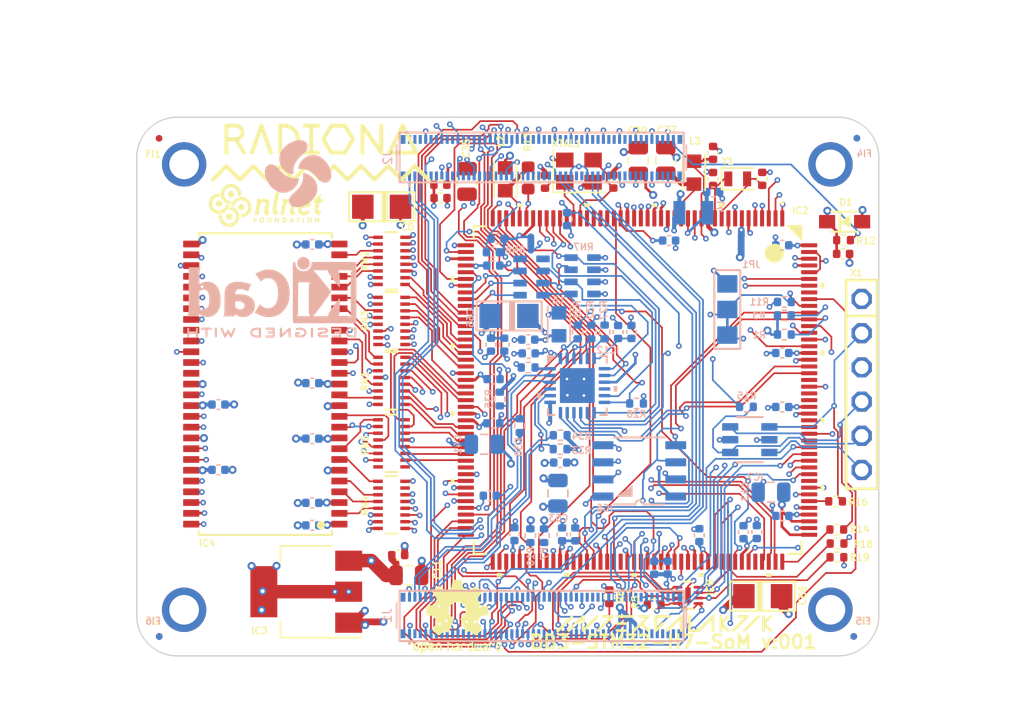
<source format=kicad_pcb>
(kicad_pcb (version 20221018) (generator pcbnew)
  (title_block (title "Envox master MCU module") (date "2023-11-06") (rev "r2B6") (company "Envox International, Inc."))
  (layers (0 "F.Cu" signal) (1 "In1.Cu" power "GND1.Cu") (2 "In2.Cu" signal "In2signal.Cu") (3 "In3.Cu" power "POWER.Cu") (4 "In4.Cu" power "GND2.Cu") (31 "B.Cu" signal) (34 "B.Paste" user) (35 "F.Paste" user) (36 "B.SilkS" user "B.Silkscreen") (37 "F.SilkS" user "F.Silkscreen") (38 "B.Mask" user) (39 "F.Mask" user) (44 "Edge.Cuts" user))
  (net 0 "")
  (net 1 "/STM32H7 MCU/VBAT")
  (net 2 "/STM32H7 MCU/RCC_OSC32_IN")
  (net 3 "/STM32H7 MCU/RCC_OSC32_OUT")
  (net 4 "/STM32H7 MCU/RCC_OSC_IN")
  (net 5 "/STM32H7 MCU/RCC_OSC_OUT")
  (net 6 "/STM32H7 MCU/VDDA")
  (net 7 "/STM32H7 MCU/VREF+")
  (net 8 "/STM32H7 MCU/VDDSMPS")
  (net 9 "/STM32H7 MCU/VDD_SDC")
  (net 10 "/STM32H7 MCU/VLXSMPS")
  (net 11 "GND")
  (net 12 "Net-(IC12-VDDCR)")
  (net 13 "/Ethernet PHY, Audio, DACs/+3V3_LAN")
  (net 15 "Net-(IC12-RBIAS)")
  (net 17 "DIN2")
  (net 20 "/SDRAM, JTAG, SD card, EEPROM/A10_IN")
  (net 21 "/SDRAM, JTAG, SD card, EEPROM/A0_IN")
  (net 22 "/SDRAM, JTAG, SD card, EEPROM/A1_IN")
  (net 23 "/SDRAM, JTAG, SD card, EEPROM/A2_IN")
  (net 24 "/SDRAM, JTAG, SD card, EEPROM/A3_IN")
  (net 25 "/SDRAM, JTAG, SD card, EEPROM/A4_IN")
  (net 26 "/SDRAM, JTAG, SD card, EEPROM/A5_IN")
  (net 27 "/SDRAM, JTAG, SD card, EEPROM/A6_IN")
  (net 28 "/SDRAM, JTAG, SD card, EEPROM/A7_IN")
  (net 29 "/SDRAM, JTAG, SD card, EEPROM/A8_IN")
  (net 30 "/SDRAM, JTAG, SD card, EEPROM/A9_IN")
  (net 31 "/SDRAM, JTAG, SD card, EEPROM/A11_IN")
  (net 32 "/SDRAM, JTAG, SD card, EEPROM/CAS_IN")
  (net 33 "/SDRAM, JTAG, SD card, EEPROM/RAS_IN")
  (net 34 "~{RESET}")
  (net 35 "+5V")
  (net 36 "FMC_SDNRAS")
  (net 37 "FMC_SDNWE")
  (net 38 "ETH_MDIO")
  (net 39 "AUDIO_OUT")
  (net 40 "DAC_OUT1")
  (net 42 "ETH_CRS_DV")
  (net 43 "USB_OTG_HS_D_P")
  (net 44 "SYS_JTMS-SWDIO")
  (net 45 "SYS_JTCK-SWCLK")
  (net 48 "SYS_JTDO-SWO")
  (net 49 "SYS_SCL")
  (net 50 "SYS_SDA")
  (net 51 "ETH_TX_EN")
  (net 52 "ETH_TXD1")
  (net 54 "ETH_MDC")
  (net 55 "ETH_RXD0")
  (net 56 "ETH_RXD1")
  (net 57 "SDMMC1_D0")
  (net 58 "RCC_MCO_2")
  (net 59 "SDMMC1_CK")
  (net 61 "SDMMC1_CMD")
  (net 62 "FMC_NBL0")
  (net 63 "FMC_NBL1")
  (net 64 "FMC_A0")
  (net 65 "SD_DETECT")
  (net 67 "FMC_BA0")
  (net 68 "FMC_BA1")
  (net 70 "FMC_SDCLK")
  (net 71 "FMC_SDNCAS")
  (net 72 "/SDRAM, JTAG, SD card, EEPROM/TMS")
  (net 73 "/SDRAM, JTAG, SD card, EEPROM/SWD_NRST")
  (net 74 "FMC_SDCKE0")
  (net 75 "FMC_SDNE0")
  (net 78 "ENC_SW")
  (net 80 "/SDRAM, JTAG, SD card, EEPROM/TCK")
  (net 81 "FMC_A1")
  (net 82 "FMC_A2")
  (net 83 "FMC_A3")
  (net 84 "FMC_A4")
  (net 85 "FMC_A5")
  (net 86 "FMC_A6")
  (net 87 "FMC_A7")
  (net 88 "FMC_A8")
  (net 89 "FMC_A9")
  (net 90 "FMC_A10")
  (net 91 "FMC_A11")
  (net 92 "FMC_D4")
  (net 93 "FMC_D5")
  (net 94 "FMC_D6")
  (net 95 "FMC_D7")
  (net 96 "FMC_D8")
  (net 97 "FMC_D9")
  (net 98 "FMC_D10")
  (net 99 "FMC_D11")
  (net 100 "FMC_D12")
  (net 101 "FMC_D13")
  (net 102 "FMC_D14")
  (net 103 "FMC_D15")
  (net 104 "FMC_D0")
  (net 105 "FMC_D1")
  (net 106 "ENC_A")
  (net 107 "FMC_D2")
  (net 108 "FMC_D3")
  (net 109 "ENC_B")
  (net 113 "/Ethernet PHY, Audio, DACs/ETH_CLK_IN")
  (net 114 "/Ethernet PHY, Audio, DACs/RXD1_IN")
  (net 115 "/Ethernet PHY, Audio, DACs/RXD0_IN")
  (net 116 "/Ethernet PHY, Audio, DACs/CRS_IN")
  (net 117 "ETH_REF_CLK")
  (net 118 "DOUT2")
  (net 120 "ETH_TXD0")
  (net 121 "ETH_RX_ERR")
  (net 123 "I2C1_SCL")
  (net 124 "I2C1_SDA")
  (net 125 "BOOT0")
  (net 127 "+VDD_MCU")
  (net 128 "SD_DAT0")
  (net 129 "/SDRAM, JTAG, SD card, EEPROM/CLK_IN")
  (net 130 "/SDRAM, JTAG, SD card, EEPROM/LDQM_IN")
  (net 131 "/SDRAM, JTAG, SD card, EEPROM/UDQM_IN")
  (net 132 "/SDRAM, JTAG, SD card, EEPROM/DQ0_IN")
  (net 133 "/SDRAM, JTAG, SD card, EEPROM/DQ1_IN")
  (net 134 "/SDRAM, JTAG, SD card, EEPROM/DQ2_IN")
  (net 135 "/SDRAM, JTAG, SD card, EEPROM/DQ3_IN")
  (net 136 "/SDRAM, JTAG, SD card, EEPROM/DQ4_IN")
  (net 137 "/SDRAM, JTAG, SD card, EEPROM/DQ5_IN")
  (net 138 "/SDRAM, JTAG, SD card, EEPROM/DQ6_IN")
  (net 139 "/SDRAM, JTAG, SD card, EEPROM/DQ7_IN")
  (net 140 "/SDRAM, JTAG, SD card, EEPROM/DQ8_IN")
  (net 141 "/SDRAM, JTAG, SD card, EEPROM/DQ9_IN")
  (net 142 "/SDRAM, JTAG, SD card, EEPROM/DQ10_IN")
  (net 143 "/SDRAM, JTAG, SD card, EEPROM/DQ11_IN")
  (net 144 "/SDRAM, JTAG, SD card, EEPROM/DQ12_IN")
  (net 145 "/SDRAM, JTAG, SD card, EEPROM/DQ13_IN")
  (net 146 "/SDRAM, JTAG, SD card, EEPROM/DQ14_IN")
  (net 147 "/SDRAM, JTAG, SD card, EEPROM/DQ15_IN")
  (net 148 "/SDRAM, JTAG, SD card, EEPROM/WE_IN")
  (net 149 "/SDRAM, JTAG, SD card, EEPROM/CS_IN")
  (net 150 "/SDRAM, JTAG, SD card, EEPROM/BA0_IN")
  (net 151 "/SDRAM, JTAG, SD card, EEPROM/BA1_IN")
  (net 152 "/SDRAM, JTAG, SD card, EEPROM/CKE_IN")
  (net 160 "CM4_3.3V")
  (net 161 "HDMI0_TX2_P")
  (net 162 "HDMI0_TX2_N")
  (net 163 "HDMI0_TX1_P")
  (net 164 "HDMI0_TX1_N")
  (net 165 "HDMI0_TX0_P")
  (net 166 "HDMI0_TX0_N")
  (net 167 "HDMI0_CLK_P")
  (net 168 "HDMI0_CLK_N")
  (net 169 "CM4_1.8V")
  (net 170 "SD_CLK")
  (net 171 "HDMI1_HOTPLUG")
  (net 172 "HDMI1_SDA")
  (net 173 "HDMI1_TX2_P")
  (net 174 "HDMI1_SCL")
  (net 175 "HDMI1_TX2_N")
  (net 176 "HDMI1_CEC")
  (net 177 "HDMI1_TX1_P")
  (net 178 "HDMI1_TX1_N")
  (net 179 "HDMI1_TX0_P")
  (net 180 "HDMI1_TX0_N")
  (net 181 "HDMI1_CLK_P")
  (net 182 "HDMI1_CLK_N")
  (net 183 "HDMI0_CEC")
  (net 184 "HDMI0_HOTPLUG")
  (net 185 "HDMI0_SDA")
  (net 186 "HDMI0_SCL")
  (net 187 "PCIe_CLK_P")
  (net 188 "PCIe_CLK_N")
  (net 189 "PCIe_RX_P")
  (net 190 "PCIe_RX_N")
  (net 191 "PCIe_TX_P")
  (net 192 "PCIe_TX_N")
  (net 193 "GPIO12")
  (net 194 "GPIO20")
  (net 195 "GPIO21")
  (net 196 "PCIe_CLK_nREQ")
  (net 197 "PCIe_nRST")
  (net 198 "CAM0_D0_N")
  (net 199 "CAM0_D0_P")
  (net 200 "CAM0_D1_N")
  (net 201 "CAM0_D1_P")
  (net 202 "CAM0_C_N")
  (net 203 "CAM0_C_P")
  (net 204 "DSI0_D0_N")
  (net 205 "DSI0_D0_P")
  (net 206 "DSI0_D1_N")
  (net 207 "DSI0_D1_P")
  (net 208 "DSI0_C_N")
  (net 209 "DSI0_C_P")
  (net 210 "GPIO9")
  (net 211 "ETH_0P")
  (net 212 "ETH_2P")
  (net 213 "ETH_0N")
  (net 214 "ETH_2N")
  (net 215 "ETH_1N")
  (net 216 "ETH_3N")
  (net 217 "ETH_1P")
  (net 218 "ETH_3P")
  (net 219 "GPIO14")
  (net 220 "GPIO4")
  (net 221 "GPIO15")
  (net 222 "GPIO18")
  (net 223 "GPIO23")
  (net 224 "GPIO8")
  (net 225 "GPIO7")
  (net 226 "GPIO6")
  (net 227 "GPIO13")
  (net 228 "GPIO19")
  (net 229 "GPIO26")
  (net 230 "DSI1_D0_N")
  (net 231 "DSI1_D0_P")
  (net 232 "DSI1_D1_N")
  (net 233 "DSI1_D1_P")
  (net 234 "DSI1_C_N")
  (net 235 "DSI1_C_P")
  (net 236 "DSI1_D2_N")
  (net 237 "DSI1_D3_N")
  (net 238 "DSI1_D2_P")
  (net 239 "DSI1_D3_P")
  (net 240 "GPIO27")
  (net 241 "CAM1_D0_N")
  (net 242 "CAM1_D0_P")
  (net 243 "CAM1_D1_N")
  (net 244 "CAM1_D1_P")
  (net 245 "CAM1_C_N")
  (net 246 "CAM1_C_P")
  (net 247 "Camera_GPIO")
  (net 248 "GPIO17")
  (net 249 "GPIO22")
  (net 250 "GPIO10")
  (net 251 "GPIO11")
  (net 252 "ID_SD")
  (net 253 "ID_SC")
  (net 254 "ETH_nLED1")
  (net 255 "ETH_nLED2")
  (net 256 "ETH_nLED3")
  (net 257 "ETH_SYNC_IN")
  (net 258 "ETH_SYNC_OUT")
  (net 259 "EEPROM_nWP")
  (net 260 "Pi_nLED_Activity")
  (net 261 "SD_DAT5")
  (net 262 "SD_DAT4")
  (net 263 "SD_DAT7")
  (net 264 "SD_DAT6")
  (net 265 "SD_VDD_Override")
  (net 267 "GPIO_VREF")
  (net 268 "WL_nDisable")
  (net 269 "BT_nDisable")
  (net 270 "RUN_PG")
  (net 271 "AnalogIP1")
  (net 272 "PI_LED_nPWR")
  (net 273 "GLOBAL_EN")
  (net 274 "nEXTRST")
  (net 275 "USB_OTG_ID")
  (net 278 "VDAC_COMP")
  (net 279 "CAM1_D2_N")
  (net 280 "CAM1_D2_P")
  (net 281 "CAM1_D3_N")
  (net 282 "CAM1_D3_P")
  (net 283 "SD_CMD")
  (net 284 "SD_DAT3")
  (net 285 "SD_DAT1")
  (net 286 "SD_DAT2")
  (net 287 "USB_OTG_HS_D_N")
  (footprint "Library:RES_YC248_4X1P6_YAG-M" (layer "F.Cu") (at 113.0248 91.77)
    (fp_text reference "RN1")
    (fp_text value "YC248-JR-0733RL" hide)
  )
  (footprint "Library:SOD323-R" (layer "F.Cu") (at 146.67 79.95)
    (fp_text reference "D1")
    (fp_text value "RB751V40T1G" hide)
  )
  (footprint "Library:BEAD0603" (layer "F.Cu") (at 135.48 76.31 90)
    (fp_text reference "L3")
    (fp_text value "FBMJ1608HM180NTR" hide)
  )
  (footprint "Library:C_0805_2012Metric" (layer "F.Cu") (at 133.39 75.4 -90)
    (fp_text reference "C37")
    (fp_text value "10u" hide)
  )
  (footprint "Crystal:Crystal_SMD_2012-2Pin_2.0x1.2mm" (layer "F.Cu") (at 138.73 76.77)
    (fp_text reference "Y1")
    (fp_text value "XTAL016178-85SMX" hide)
  )
  (footprint "Library:C_0805_2012Metric" (layer "F.Cu") (at 114.31 106.22 180)
    (fp_text reference "C11")
    (fp_text value "10u" hide)
  )
  (footprint "Library:RES_YC248_4X1P6_YAG-M" (layer "F.Cu") (at 113.0248 100.98)
    (fp_text reference "RN4")
    (fp_text value "YC248-JR-0733RL" hide)
  )
  (footprint "Symbol:OSHW-Logo2_7.3x6mm_SilkScreen" (layer "F.Cu") (at 117.9 109.3)
    (fp_text reference "REF**" hide)
    (fp_text value "OSHW-Logo2_7.3x6mm_SilkScreen" hide)
  )
  (footprint "Library:R_0402_1005Metric" (layer "F.Cu") (at 129.2 107.8 -90)
    (fp_text reference "R6")
    (fp_text value "47K" hide)
  )
  (footprint "Library:C_0402_1005Metric" (layer "F.Cu") (at 136.9 76.78 90)
    (fp_text reference "C6" hide)
    (fp_text value "4p7" hide)
  )
  (footprint "Fiducial:Fiducial_0.5mm_Mask1mm" (layer "F.Cu") (at 95.77 110.75)
    (fp_text reference "FI2")
    (fp_text value "FIDUCIAL")
  )
  (footprint "Library:SSW-106-02-S-S" (layer "F.Cu") (at 147.94 92.04 -90)
    (fp_text reference "X1")
    (fp_text value "SSW-106-02-S-S")
  )
  (footprint "Library:R_0402_1005Metric" (layer "F.Cu") (at 146.59 81.32 180)
    (fp_text reference "R12")
    (fp_text value "180R" hide)
  )
  (footprint "Fiducial:Fiducial_0.5mm_Mask1mm" (layer "F.Cu") (at 147.35 110.75)
    (fp_text reference "FI3")
    (fp_text value "FIDUCIAL")
  )
  (footprint "Library:R_0603_1608Metric" (layer "F.Cu") (at 123.17 76.7 90)
    (fp_text reference "R13")
    (fp_text value "47R" hide)
  )
  (footprint "Library:C_0402_1005Metric" (layer "F.Cu") (at 140.55 76.77 90)
    (fp_text reference "C5" hide)
    (fp_text value "4p7" hide)
  )
  (footprint "Library:RES_YC248_4X1P6_YAG-M" (layer "F.Cu") (at 113.0248 82.86 180)
    (fp_text reference "RN2")
    (fp_text value "YC248-JR-0733RL" hide)
  )
  (footprint "MountingHole:MountingHole_3.2mm_M3_ISO14580_Pad" (layer "F.Cu") (at 145.62 75.695 180)
    (fp_text reference "H3" hide)
    (fp_text value "HOLE" hide)
  )
  (footprint "Package_TO_SOT_SMD:SOT-223-3_TabPin2" (layer "F.Cu") (at 106.69 107.43 180)
    (fp_text reference "IC3")
    (fp_text value "AP1117-33")
  )
  (footprint "Library:C_0402_1005Metric" (layer "F.Cu") (at 129.5 76.97 -90)
    (fp_text reference "C21" hide)
    (fp_text value "4p7" hide)
  )
  (footprint "Fiducial:Fiducial_0.5mm_Mask1mm" (layer "F.Cu") (at 95.76 73.76)
    (fp_text reference "FI1")
    (fp_text value "FIDUCIAL")
  )
  (footprint "Oscillator:Oscillator_SMD_Abracon_ASE-4Pin_3.2x2.5mm" (layer "F.Cu") (at 126.94 76.195)
    (fp_text reference "XTAL1")
    (fp_text value "TSX-3225" hide)
  )
  (footprint "Library:EC1206" (layer "F.Cu") (at 112.29 78.84 180)
    (fp_text reference "C8")
    (fp_text value "10u" hide)
  )
  (footprint "Library:C_0402_1005Metric" (layer "F.Cu") (at 116.66 78.19 180)
    (fp_text reference "C19" hide)
    (fp_text value "100n" hide)
  )
  (footprint "Library:QFN8_SOT1166-1_NEX-M" (layer "F.Cu") (at 135.04 107.7 180)
    (fp_text reference "IC8")
    (fp_text value "IP4252CZ8-4-TTL,13" hide)
  )
  (footprint "radiona:radiona" (layer "F.Cu") (at 107.76 73.82)
    (fp_text reference "radiona" hide)
    (fp_text value "radiona" hide)
  )
  (footprint "Library:R_0402_1005Metric" (layer "F.Cu") (at 146.1 104.87 180)
    (fp_text reference "R19")
    (fp_text value "47K" hide)
  )
  (footprint "Library:R_0402_1005Metric" (layer "F.Cu") (at 146.11 103.85 180)
    (fp_text reference "R18")
    (fp_text value "47K" hide)
  )
  (footprint "Library:C_0805_2012Metric" (layer "F.Cu") (at 118.63 76.96 -90)
    (fp_text reference "C35")
    (fp_text value "10u" hide)
  )
  (footprint "Library:TSOPII-54" (layer "F.Cu") (at 103.64985 92.01 180)
    (fp_text reference "IC4")
    (fp_text value "IS42S16400J")
  )
  (footprint "Library:BEAD0603" (layer "F.Cu") (at 121.47 76.8 -90)
    (fp_text reference "L2")
    (fp_text value "BLM18AG102SH1D" hide)
  )
  (footprint "Library:R_0402_1005Metric" (layer "F.Cu") (at 132.53 108.39 180)
    (fp_text reference "R5")
    (fp_text value "47K" hide)
  )
  (footprint "intergalaktik:intergalaktik" (layer "F.Cu") (at 133.31 109.67)
    (fp_text reference "G***" hide)
    (fp_text value "LOGO" hide)
  )
  (footprint "MountingHole:MountingHole_3.2mm_M3_ISO14580_Pad" (layer "F.Cu") (at 97.619999 108.773599 180)
    (fp_text reference "H2" hide)
    (fp_text value "HOLE" hide)
  )
  (footprint "Library:R_0402_1005Metric" (layer "F.Cu") (at 146 100.72)
    (fp_text reference "R16")
    (fp_text value "22R" hide)
  )
  (footprint "Library:C_0402_1005Metric" (layer "F.Cu") (at 113.52 104.71)
    (fp_text reference "C14" hide)
    (fp_text value "100n" hide)
  )
  (footprint "MountingHole:MountingHole_3.2mm_M3_ISO14580_Pad" (layer "F.Cu") (at 145.62 108.77 180)
    (fp_text reference "H1" hide)
    (fp_text value "HOLE" hide)
  )
  (footprint "Library:R_0402_1005Metric" (layer "F.Cu") (at 146.09 102.81)
    (fp_text reference "R14")
    (fp_text value "22R" hide)
  )
  (footprint "Library:EC1206" (layer "F.Cu") (at 140.59 107.76)
    (fp_text reference "C66")
    (fp_text value "10u" hide)
  )
  (footprint "nlnet:nlnet" (layer "F.Cu") (at 103.7 78.74)
    (fp_text reference "G***" hide)
    (fp_text value "LOGO" hide)
  )
  (footprint "Library:C_0402_1005Metric" (layer "F.Cu") (at 136.9 74.84 90)
    (fp_text reference "C24" hide)
    (fp_text value "100n" hide)
  )
  (footprint "Library:C_0805_2012Metric" (layer "F.Cu") (at 131.35 75.41 -90)
    (fp_text reference "C39")
    (fp_text value "10u" hide)
  )
  (footprint "MountingHole:MountingHole_3.2mm_M3_ISO14580_Pad" (layer "F.Cu") (at 97.62 75.694999 180)
    (fp_text reference "H4" hide)
    (fp_text value "HOLE" hide)
  )
  (footprint "Library:C_0402_1005Metric" (layer "F.Cu") (at 116.65 77.21)
    (fp_text reference "C36" hide)
    (fp_text value "100n" hide)
  )
  (footprint "Library:RES_YC248_4X1P6_YAG-M" (layer "F.Cu") (at 113.0248 87.32)
    (fp_text reference "RN3")
    (fp_text value "YC248-JR-0733RL" hide)
  )
  (footprint "Library:C_0402_1005Metric" (layer "F.Cu") (at 146.56 82.34)
    (fp_text reference "C38" hide)
    (fp_text value "100n" hide)
  )
  (footprint "Library:LQFP176-24X24MM" (layer "F.Cu") (at 131.29 92.45235 -90)
    (fp_text reference "IC2")
    (fp_text value "STM32H757IIT6 ")
  )
  (footprint "Library:C_0402_1005Metric" (layer "F.Cu") (at 124.42 76.98 -90)
    (fp_text reference "C22" hide)
    (fp_text value "4p7" hide)
  )
  (footprint "Library:RES_YC248_4X1P6_YAG-M" (layer "F.Cu") (at 113.0248 96.409999)
    (fp_text reference "RN5")
    (fp_text value "YC248-JR-0733RL" hide)
  )
  (footprint "Library:C_0402_1005Metric" (layer "B.Cu") (at 125.55 97.84)
    (fp_text reference "C52" hide)
    (fp_text value "100n" hide)
  )
  (footprint "Library:C_0402_1005Metric" (layer "B.Cu") (at 133.53 105.64 -90)
    (fp_text reference "C44" hide)
    (fp_text value "100n" hide)
  )
  (footprint "Library:R_0402_1005Metric" (layer "B.Cu") (at 123.33 103.27 -90)
    (fp_text reference "R10")
    (fp_text value "1K5" hide)
  )
  (footprint "Library:C_0402_1005Metric" (layer "B.Cu") (at 120.6 91.64)
    (fp_text reference "C32" hide)
    (fp_text value "100n" hide)
  )
  (footprint "Library:JP3-0805-CUT2" (layer "B.Cu") (at 137.96 86.47 -90)
    (fp_text reference "JP1")
    (fp_text value "JP3-CUT-0805-ROTATED" hide)
  )
  (footprint "Library:0806" (layer "B.Cu") (at 135.44 79.29)
    (fp_text reference "L4")
    (fp_text value "LQM2MPN2R2NG0" hide)
  )
  (footprint "Library:C_0402_1005Metric" (layer "B.Cu") (at 120.58 94.92)
    (fp_text reference "C31" hide)
    (fp_text value "100n" hide)
  )
  (footprint "Library:C_0402_1005Metric" (layer "B.Cu") (at 135.88 103.23 90)
    (fp_text reference "C9" hide)
    (fp_text value "100n" hide)
  )
  (footprint "Library:TSOP-6_1P50X3_ONS-M" (layer "B.Cu") (at 139.63 96.14 180)
    (fp_text reference "IC7")
    (fp_text value "SZNUP4114HMR6T1G" hide)
  )
  (footprint "Library:R_0402_1005Metric" (layer "B.Cu") (at 125.55 95.81)
    (fp_text reference "R34")
    (fp_text value "49R9" hide)
  )
  (footprint "Fiducial:Fiducial_0.5mm_Mask1mm" (layer "B.Cu") (at 147.35 110.75)
    (fp_text reference "FI5")
    (fp_text value "FIDUCIAL")
  )
  (footprint "Library:R_0402_1005Metric" (layer "B.Cu") (at 139.38 93.7)
    (fp_text reference "R15")
    (fp_text value "22R" hide)
  )
  (footprint "Library:R_0402_1005Metric" (layer "B.Cu") (at 122.55 95.1 -90)
    (fp_text reference "R36")
    (fp_text value "49R9" hide)
  )
  (footprint "Library:C_0402_1005Metric" (layer "B.Cu") (at 107.14 81.64 180)
    (fp_text reference "C47" hide)
    (fp_text value "100n" hide)
  )
  (footprint "Library:C_0805_2012Metric" (layer "B.Cu") (at 119.9 96.48)
    (fp_text reference "C41")
    (fp_text value "4u7" hide)
  )
  (footprint "Library:R_0402_1005Metric" (layer "B.Cu") (at 126.85 88.14 -90)
    (fp_text reference "R31")
    (fp_text value "10K" hide)
  )
  (footprint "Library:C_0402_1005Metric" (layer "B.Cu") (at 142.05 101.8 180)
    (fp_text reference "C26" hide)
    (fp_text value "100n" hide)
  )
  (footprint "Library:EC1206" (layer "B.Cu") (at 121.75 86.95 180)
    (fp_text reference "C65")
    (fp_text value "10u" hide)
  )
  (footprint "Library:C_0402_1005Metric" (layer "B.Cu") (at 120.41 89.08 -90)
    (fp_text reference "C63" hide)
    (fp_text value "100n" hide)
  )
  (footprint "Library:C_0402_1005Metric" (layer "B.Cu") (at 123.18 88.71)
    (fp_text reference "C67" hide)
    (fp_text value "100n" hide)
  )
  (footprint "Library:C_0402_1005Metric" (layer "B.Cu") (at 100.17 98.38)
    (fp_text reference "C46" hide)
    (fp_text value "100n" hide)
  )
  (footprint "Library:NetTie-2_SMD_Pad0.5mm" (layer "B.Cu") (at 138.99 81.51 90)
    (fp_text reference "NT1" hide)
    (fp_text value "NetTie_2" hide)
  )
  (footprint "CM4IO:HRS_DF40C-100DP-0.4V(51)" (layer "B.Cu") (at 124.158 109.195)
    (fp_text reference "J1")
    (fp_text value "DF40C-100DP-0.4V(51)")
  )
  (footprint "Library:C_0402_1005Metric" (layer "B.Cu") (at 136.91 77.74)
    (fp_text reference "C40" hide)
    (fp_text value "220p" hide)
  )
  (footprint "Library:C_0402_1005Metric" (layer "B.Cu") (at 107.14 100.83 180)
    (fp_text reference "C50" hide)
    (fp_text value "100n" hide)
  )
  (footprint "Library:C_0402_1005Metric" (layer "B.Cu") (at 120.58 83.21)
    (fp_text reference "C23" hide)
    (fp_text value "100n" hide)
  )
  (footprint "Library:C_0402_1005Metric" (layer "B.Cu") (at 125.69 103.17 90)
    (fp_text reference "C20" hide)
    (fp_text value "100n" hide)
  )
  (footprint "Library:C_0402_1005Metric" (layer "B.Cu") (at 122.15 103.15 90)
    (fp_text reference "C28" hide)
    (fp_text value "100n" hide)
  )
  (footprint "Library:C_0402_1005Metric" (layer "B.Cu") (at 100.17 93.53)
    (fp_text reference "C45" hide)
    (fp_text value "100n" hide)
  )
  (footprint "Library:R_0402_1005Metric" (layer "B.Cu") (at 128.85 88.14 90)
    (fp_text reference "R27")
    (fp_text value "100R" hide)
  )
  (footprint "Library:C_0402_1005Metric" (layer "B.Cu") (at 129.85 88.14 -90)
    (fp_text reference "C60" hide)
    (fp_text value "470p" hide)
  )
  (footprint "Library:R_0402_1005Metric" (layer "B.Cu") (at 142.197214 88.33)
    (fp_text reference "R1")
    (fp_text value "1K5" hide)
  )
  (footprint "Library:C_0402_1005Metric" (layer "B.Cu") (at 120.55 82.22)
    (fp_text reference "C34" hide)
    (fp_text value "100n" hide)
  )
  (footprint "Library:NetTie-2_SMD_Pad0.5mm" (layer "B.Cu") (at 123.37 81.57 90)
    (fp_text reference "NT2" hide)
    (fp_text value "NetTie_2" hide)
  )
  (footprint "Library:C_0402_1005Metric" (layer "B.Cu") (at 142.04 89.7 180)
    (fp_text reference "C25" hide)
    (fp_text value "100n" hide)
  )
  (footprint "Library:C_0402_1005Metric" (layer "B.Cu") (at 133.64 81.35)
    (fp_text reference "C15" hide)
    (fp_text value "100n" hide)
  )
  (footprint "Library:R_0402_1005Metric" (layer "B.Cu") (at 124.35 103.27 -90)
    (fp_text reference "R7")
    (fp_text value "1K5" hide)
  )
  (footprint "Library:C_0402_1005Metric" (layer "B.Cu") (at 120.89 81.22)
    (fp_text reference "C33" hide)
    (fp_text value "1u" hide)
  )
  (footprint "Library:C_0402_1005Metric" (layer "B.Cu") (at 142.04 81.7 180)
    (fp_text reference "C16" hide)
    (fp_text value "100n" hide)
  )
  (footprint "Library:C_0402_1005Metric" (layer "B.Cu") (at 121.39 89.08 90)
    (fp_text reference "C68" hide)
    (fp_text value "100n" hide)
  )
  (footprint "Library:C_0402_1005Metric" (layer "B.Cu") (at 130.84 88.14 -90)
    (fp_text reference "C61" hide)
    (fp_text value "1u" hide)
  )
  (footprint "Library:C_0805_2012Metric" (layer "B.Cu") (at 125.38 100.12 -90)
    (fp_text reference "C53")
    (fp_text value "10u" hide)
  )
  (footprint "Fiducial:Fiducial_0.5mm_Mask1mm" (layer "B.Cu") (at 95.77 110.76)
    (fp_text reference "FI6")
    (fp_text value "FIDUCIAL")
  )
  (footprint "Library:CAY16" (layer "B.Cu") (at 127.2 83.97 -90)
    (fp_text reference "RN7")
    (fp_text value "DR1206-10K-4/8" hide)
  )
  (footprint "Library:R_0402_1005Metric" (layer "B.Cu") (at 121.06 93.12 -90)
    (fp_text reference "R35")
    (fp_text value "49R9" hide)
  )
  (footprint "Symbol:KiCad-Logo2_5mm_SilkScreen" (layer "B.Cu") (at 104.14 85.55 180)
    (fp_text reference "REF**" hide)
    (fp_text value "KiCad-Logo2_5mm_SilkScreen" hide)
  )
  (footprint "Library:R_0402_1005Metric" (layer "B.Cu") (at 142.2 85.91)
    (fp_text reference "R11")
    (fp_text value "10K" hide)
  )
  (footprint "Library:C_0402_1005Metric" (layer "B.Cu") (at 139.16 103.01 90)
    (fp_text reference "C18" hide)
    (fp_text value "100n" hide)
  )
  (footprint "Library:C_0402_1005Metric" (layer "B.Cu") (at 142.04 93.71 180)
    (fp_text reference "C17" hide)
    (fp_text value "100n" hide)
  )
  (footprint "Library:C_0805_2012Metric" (layer "B.Cu") (at 141.2 100.04 180)
    (fp_text reference "C43")
    (fp_text value "4u7" hide)
  )
  (footprint "Library:C_0402_1005Metric" (layer "B.Cu") (at 132.53 105.65 -90)
    (fp_text reference "C12" hide)
    (fp_text value "100n" hide)
  )
  (footprint "Library:C_0402_1005Metric" (layer "B.Cu") (at 107.14 96.06 180)
    (fp_text reference "C49" hide)
    (fp_text value "100n" hide)
  )
  (footprint "Library:SOIC127P600X173-8N" (layer "B.Cu") (at 131.43 98.46)
    (fp_text reference "IC6")
    (fp_text value "M24256-BWMN6TP" hide)
  )
  (footprint "CM4IO:HRS_DF40C-100DP-0.4V(51)" (layer "B.Cu") (at 124.158 75.195)
    (fp_text reference "J2")
    (fp_text value "DF40C-100DP-0.4V(51)")
  )
  (footprint "Library:BEAD0603" (layer "B.Cu") (at 125.46 87.57 90)
    (fp_text reference "L6")
    (fp_text value "BLM18AG102SH1D" hide)
  )
  (footprint "Library:R_0402_1005Metric" (layer "B.Cu") (at 142.19 86.91)
    (fp_text reference "R3")
    (fp_text value "1K5" hide)
  )
  (footprint "Library:R_0402_1005Metric" (layer "B.Cu") (at 127.85 88.14 -90)
    (fp_text reference "R32")
    (fp_text value "10K" hide)
  )
  (footprint "Library:C_0402_1005Metric" (layer "B.Cu") (at 123.21 89.73 180)
    (fp_text reference "C62" hide)
    (fp_text value "100n" hide)
  )
  (footprint "Library:C_0402_1005Metric" (layer "B.Cu") (at 126.67 103.17 90)
    (fp_text reference "C27" hide)
    (fp_text value "100n" hide)
  )
  (footprint "Library:C_0402_1005Metric" (layer "B.Cu") (at 107.14 102.5 180)
    (fp_text reference "C51" hide)
    (fp_text value "100n" hide)
  )
  (footprint "EEZ:eez" (layer "B.Cu") (at 106.120313 76.400571 180)
    (fp_text reference "G***" hide)
    (fp_text value "LOGO" hide)
  )
  (footprint "Fiducial:Fiducial_0.5mm_Mask1mm" (layer "B.Cu") (at 147.58 73.75)
    (fp_text reference "FI4")
    (fp_text value "FIDUCIAL")
  )
  (footprint "Library:C_0402_1005Metric" (layer "B.Cu") (at 120.32 100.3)
    (fp_text reference "C13" hide)
    (fp_text value "100n" hide)
  )
  (footprint "Library:CAY16" (layer "B.Cu") (at 123.42 84.06 90)
    (fp_text reference "RN6")
    (fp_text value "DR1206-33R-4/8" hide)
  )
  (footprint "Library:R_0402_1005Metric" (layer "B.Cu") (at 125.54 96.84 180)
    (fp_text reference "R33")
    (fp_text value "49R9" hide)
  )
  (footprint "Library:R_0402_1005Metric" (layer "B.Cu") (at 131.22 93.45)
    (fp_text reference "R28")
    (fp_text value "1K5" hide)
  )
  (footprint "Library:C_0402_1005Metric" (layer "B.Cu") (at 140.15 103 90)
    (fp_text reference "C42" hide)
    (fp_text value "1u" hide)
  )
  (footprint "Library:C_0402_1005Metric" (layer "B.Cu") (at 126.06 79.76 90)
    (fp_text reference "C29" hide)
    (fp_text value "100n" hide)
  )
  (footprint "Library:SQFN24_4X4MC_MCH-M" (layer "B.Cu") (at 126.82 92.12 -90)
    (fp_text reference "IC12")
    (fp_text value "LAN8742A-CZ-TR" hide)
  )
  (footprint "Library:C_0402_1005Metric" (layer "B.Cu") (at 107.14 91.94 180)
    (fp_text reference "C48" hide)
    (fp_text value "100n" hide)
  )
  (footprint "Library:R_0402_1005Metric" (layer "B.Cu") (at 123.17 90.78)
    (fp_text reference "R29" hide)
    (fp_text value "12K1 1%" hide)
  )
  (gr_rect (start 113.62 73.33) (end 134.72 77.03) (stroke (width 0.15)) (fill none) (layer "B.SilkS"))
  (gr_rect (start 113.62 107.36) (end 134.72 111.1) (stroke (width 0.15)) (fill none) (layer "B.SilkS"))
  (gr_arc (start 149.209999 109.194994) (mid 148.331321 111.316318) (end 146.209999 112.194998) (stroke (width 0.1)) (layer "Edge.Cuts"))
  (gr_line (start 97.099999 112.194998) (end 146.209999 112.194998) (stroke (width 0.1)) (layer "Edge.Cuts"))
  (gr_arc (start 97.099999 112.194998) (mid 94.97868 111.316318) (end 94.1 109.194999) (stroke (width 0.1)) (layer "Edge.Cuts"))
  (gr_line (start 149.209999 109.194994) (end 149.21 75.195) (stroke (width 0.1)) (layer "Edge.Cuts"))
  (gr_arc (start 146.209986 72.195) (mid 148.331315 73.073675) (end 149.21 75.195) (stroke (width 0.1)) (layer "Edge.Cuts"))
  (gr_line (start 94.1 109.194999) (end 94.1 75.195) (stroke (width 0.1)) (layer "Edge.Cuts"))
  (gr_arc (start 94.1 75.195) (mid 94.97868 73.07368) (end 97.1 72.194992) (stroke (width 0.1)) (layer "Edge.Cuts"))
  (gr_line (start 97.1 72.194992) (end 146.209986 72.195) (stroke (width 0.1)) (layer "Edge.Cuts"))
  (gr_text "BB3-STM32-H7-SoM v:001" (at 123.17 111.75) (layer "F.SilkS") (effects (font (size 1 1) (thickness 0.2) bold) (justify left bottom)))
  (segment (start 146.08 81.32) (end 146.08 80.66) (width 0.2) (layer "F.Cu") (net 1))
  (segment (start 138.54 78.87) (end 138.53 78.86) (width 0.127) (layer "F.Cu") (net 1))
  (segment (start 145.37 79.16) (end 145.39 79.14) (width 0.2) (layer "F.Cu") (net 1))
  (segment (start 146.08 80.66) (end 145.37 79.95) (width 0.2) (layer "F.Cu") (net 1))
  (segment (start 145.37 79.95) (end 145.37 79.16) (width 0.2) (layer "F.Cu") (net 1))
  (segment (start 146.08 82.34) (end 146.08 81.32) (width 0.2) (layer "F.Cu") (net 1))
  (segment (start 138.54 79.70235) (end 138.54 78.87) (width 0.127) (layer "F.Cu") (net 1))
  (via (at 145.39 79.14) (size 0.6) (drill 0.3) (layers "F.Cu" "B.Cu") (net 1))
  (via (at 138.53 78.86) (size 0.42) (drill 0.2) (layers "F.Cu" "B.Cu") (net 1))
  (segment (start 140.07 76.77) (end 140.55 77.25) (width 0.127) (layer "F.Cu") (net 2))
  (segment (start 139.43 76.77) (end 140.07 76.77) (width 0.127) (layer "F.Cu") (net 2))
  (segment (start 137.54 79.70235) (end 137.54 79.18) (width 0.127) (layer "F.Cu") (net 2))
  (segment (start 137.54 79.18) (end 139.43 77.29) (width 0.127) (layer "F.Cu") (net 2))
  (segment (start 139.43 77.29) (end 139.43 76.77) (width 0.127) (layer "F.Cu") (net 2))
  (segment (start 136.9 77.26) (end 137.25 77.26) (width 0.127) (layer "F.Cu") (net 3))
  (segment (start 137.04 79.70235) (end 137.04 77.4) (width 0.127) (layer "F.Cu") (net 3))
  (segment (start 137.04 77.4) (end 136.9 77.26) (width 0.127) (layer "F.Cu") (net 3))
  (segment (start 137.25 77.26) (end 137.74 76.77) (width 0.127) (layer "F.Cu") (net 3))
  (segment (start 137.74 76.77) (end 138.03 76.77) (width 0.127) (layer "F.Cu") (net 3))
  (segment (start 129.5 77.45) (end 128.9995 76.9495) (width 0.127) (layer "F.Cu") (net 4))
  (segment (start 127.04 78.74) (end 127.43 78.35) (width 0.127) (layer "F.Cu") (net 4))
  (segment (start 127.43 78.35) (end 128.6 78.35) (width 0.127) (layer "F.Cu") (net 4))
  (segment (start 127.04 79.70235) (end 127.04 78.74) (width 0.127) (layer "F.Cu") (net 4))
  (segment (start 128.9995 76.9495) (end 128.9995 76.3795) (width 0.127) (layer "F.Cu") (net 4))
  (segment (start 128.6 78.35) (end 129.5 77.45) (width 0.127) (layer "F.Cu") (net 4))
  (segment (start 128.9995 76.3795) (end 127.99 75.37) (width 0.127) (layer "F.Cu") (net 4))
  (segment (start 125.88 78.04) (end 125.88 77.03) (width 0.127) (layer "F.Cu") (net 5))
  (segment (start 125.89 77.02) (end 124.86 77.02) (width 0.127) (layer "F.Cu") (net 5))
  (segment (start 126.54 78.7) (end 125.88 78.04) (width 0.127) (layer "F.Cu") (net 5))
  (segment (start 124.86 77.02) (end 124.42 77.46) (width 0.127) (layer "F.Cu") (net 5))
  (segment (start 125.88 77.03) (end 125.89 77.02) (width 0.127) (layer "F.Cu") (net 5))
  (segment (start 126.54 79.70235) (end 126.54 78.7) (width 0.127) (layer "F.Cu") (net 5))
  (segment (start 121.47 77.65) (end 123.17 75.95) (width 0.3) (layer "F.Cu") (net 6))
  (segment (start 122.54 78.72) (end 122.54 79.70235) (width 0.127) (layer "F.Cu") (net 6))
  (segment (start 121.47 77.65) (end 122.465 78.645) (width 0.127) (layer "F.Cu") (net 6))
  (segment (start 123.17 75.95) (end 123.17 75.875) (width 0.3) (layer "F.Cu") (net 6))
  (segment (start 122.465 78.645) (end 122.54 78.72) (width 0.127) (layer "F.Cu") (net 6))
  (via (at 122.465 78.645) (size 0.42) (drill 0.2) (layers "F.Cu" "B.Cu") (net 6))
  (segment (start 122.465 78.725) (end 122.465 78.645) (width 0.127) (layer "B.Cu") (net 6))
  (segment (start 120.07 81.56) (end 120.41 81.22) (width 0.127) (layer "B.Cu") (net 6))
  (segment (start 120.41 81.22) (end 120.41 80.78) (width 0.127) (layer "B.Cu") (net 6))
  (segment (start 120.41 80.78) (end 122.465 78.725) (width 0.127) (layer "B.Cu") (net 6))
  (segment (start 120.07 82.22) (end 120.07 81.56) (width 0.127) (layer "B.Cu") (net 6))
  (segment (start 123.17 77.525) (end 123.17 78.82) (width 0.127) (layer "F.Cu") (net 7))
  (segment (start 117.13 77.21) (end 117.21 77.13) (width 0.2) (layer "F.Cu") (net 7))
  (segment (start 118.63 77.91) (end 119.049146 78.329146) (width 0.127) (layer "F.Cu") (net 7))
  (segment (start 117.21 77.13) (end 117.21 75.859662) (width 0.2) (layer "F.Cu") (net 7))
  (segment (start 123.04 78.95) (end 123.04 79.70235) (width 0.127) (layer "F.Cu") (net 7))
  (segment (start 117.21 75.859662) (end 117.294238 75.775424) (width 0.2) (layer "F.Cu") (net 7))
  (segment (start 123.18 77.535) (end 123.18 78.61) (width 0.127) (layer "F.Cu") (net 7))
  (segment (start 123.17 77.525) (end 123.18 77.535) (width 0.127) (layer "F.Cu") (net 7))
  (segment (start 123.17 78.82) (end 123.04 78.95) (width 0.127) (layer "F.Cu") (net 7))
  (segment (start 119.049146 78.329146) (end 119.049146 78.566809) (width 0.127) (layer "F.Cu") (net 7))
  (via (at 119.049146 78.566809) (size 0.42) (drill 0.2) (layers "F.Cu" "B.Cu") (net 7))
  (via (at 117.294238 75.775424) (size 0.42) (drill 0.2) (layers "F.Cu" "B.Cu") (net 7))
  (via (at 123.18 78.61) (size 0.42) (drill 0.2) (layers "F.Cu" "B.Cu") (net 7))
  (segment (start 135.48 77.65) (end 134.54 78.59) (width 0.127) (layer "F.Cu") (net 8))
  (segment (start 134.53 77.16) (end 135.48 77.16) (width 0.3) (layer "F.Cu") (net 8))
  (segment (start 135.48 77.16) (end 135.48 77.65) (width 0.127) (layer "F.Cu") (net 8))
  (segment (start 133.72 76.35) (end 134.53 77.16) (width 0.3) (layer "F.Cu") (net 8))
  (segment (start 133.39 76.35) (end 133.72 76.35) (width 0.3) (layer "F.Cu") (net 8))
  (segment (start 134.54 78.59) (end 134.54 79.70235) (width 0.127) (layer "F.Cu") (net 8))
  (segment (start 144.85 82.88) (end 144.85 83.45) (width 0.127) (layer "F.Cu") (net 9))
  (segment (start 131.9 77.42) (end 132.45 77.97) (width 0.2) (layer "F.Cu") (net 9))
  (segment (start 117.11235 100.20235) (end 117.03 100.12) (width 0.127) (layer "F.Cu") (net 9))
  (segment (start 131.9 76.91) (end 131.9 77.42) (width 0.2) (layer "F.Cu") (net 9))
  (segment (start 144.85 82.5227) (end 144.85 82.88) (width 0.127) (layer "F.Cu") (net 9))
  (segment (start 144.04 82.20235) (end 144.52965 82.20235) (width 0.127) (layer "F.Cu") (net 9))
  (segment (start 144.04 103.20235) (end 142.62235 103.20235) (width 0.2) (layer "F.Cu") (net 9))
  (segment (start 144.59765 83.70235) (end 144.04 83.70235) (width 0.127) (layer "F.Cu") (net 9))
  (segment (start 134.04 80.58) (end 134.01 80.61) (width 0.127) (layer "F.Cu") (net 9))
  (segment (start 145.26 82.88) (end 145.28 82.86) (width 0.127) (layer "F.Cu") (net 9))
  (segment (start 122.813619 80.97) (end 122.52 80.97) (width 0.2) (layer "F.Cu") (net 9))
  (segment (start 123.54 79.70235) (end 123.54 80.243619) (width 0.2) (layer "F.Cu") (net 9))
  (segment (start 123.54 80.243619) (end 122.813619 80.97) (width 0.2) (layer "F.Cu") (net 9))
  (segment (start 142.01 101.45) (end 142.01 100.96) (width 0.2) (layer "F.Cu") (net 9))
  (segment (start 144.85 83.45) (end 144.59765 83.70235) (width 0.127) (layer "F.Cu") (net 9))
  (segment (start 142.01 102.59) (end 142.01 100.96) (width 0.2) (layer "F.Cu") (net 9))
  (segment (start 144.52965 82.20235) (end 144.85 82.5227) (width 0.127) (layer "F.Cu") (net 9))
  (segment (start 144.85 82.88) (end 145.26 82.88) (width 0.127) (layer "F.Cu") (net 9))
  (segment (start 118.54 99.20235) (end 117.18765 99.20235) (width 0.127) (layer "F.Cu") (net 9))
  (segment (start 142.76235 102.20235) (end 142.01 101.45) (width 0.2) (layer "F.Cu") (net 9))
  (segment (start 144.04 102.20235) (end 142.76235 102.20235) (width 0.2) (layer "F.Cu") (net 9))
  (segment (start 118.54 100.20235) (end 117.11235 100.20235) (width 0.127) (layer "F.Cu") (net 9))
  (segment (start 134.04 79.70235) (end 134.04 80.58) (width 0.127) (layer "F.Cu") (net 9))
  (segment (start 117.18765 99.20235) (end 117.03 99.36) (width 0.127) (layer "F.Cu") (net 9))
  (segment (start 131.35 76.36) (end 131.9 76.91) (width 0.2) (layer "F.Cu") (net 9))
  (segment (start 142.62235 103.20235) (end 142.01 102.59) (width 0.2) (layer "F.Cu") (net 9))
  (via (at 145.28 82.86) (size 0.42) (drill 0.2) (layers "F.Cu" "B.Cu") (net 9))
  (via (at 122.52 80.97) (size 0.419) (drill 0.2) (layers "F.Cu" "B.Cu") (net 9))
  (via (at 121.476373 82.567511) (size 0.419) (drill 0.2) (layers "F.Cu" "B.Cu") (net 9))
  (via (at 117.29 96.19) (size 0.419) (drill 0.2) (layers "F.Cu" "B.Cu") (net 9))
  (via (at 134.01 80.61) (size 0.42) (drill 0.2) (layers "F.Cu" "B.Cu") (net 9))
  (via (at 132.45 77.97) (size 0.6) (drill 0.3) (layers "F.Cu" "B.Cu") (net 9))
  (via (at 117.03 100.12) (size 0.419) (drill 0.2) (layers "F.Cu" "B.Cu") (net 9))
  (via (at 134.49 77.89) (size 0.6) (drill 0.3) (layers "F.Cu" "B.Cu") (net 9))
  (via (at 117.03 99.36) (size 0.419) (drill 0.2) (layers "F.Cu" "B.Cu") (net 9))
  (via (at 142.01 100.96) (size 0.6) (drill 0.3) (layers "F.Cu" "B.Cu") (net 9))
  (segment (start 121.128862 82.22) (end 121.476373 82.567511) (width 0.2) (layer "B.Cu") (net 9))
  (segment (start 121.37 81.22) (end 121.37 82.461138) (width 0.2) (layer "B.Cu") (net 9))
  (segment (start 142.15 100.04) (end 142.15 100.82) (width 0.2) (layer "B.Cu") (net 9))
  (segment (start 134.01 79.6786) (end 134.01 80.61) (width 0.3) (layer "B.Cu") (net 9))
  (segment (start 118.95 96.48) (end 117.58 96.48) (width 0.3) (layer "B.Cu") (net 9))
  (segment (start 134.3986 79.29) (end 134.3986 77.9814) (width 0.3) (layer "B.Cu") (net 9))
  (segment (start 121.37 81.22) (end 122.27 81.22) (width 0.2) (layer "B.Cu") (net 9))
  (segment (start 134.3986 77.9814) (end 134.49 77.89) (width 0.3) (layer "B.Cu") (net 9))
  (segment (start 117.58 96.48) (end 117.29 96.19) (width 0.3) (layer "B.Cu") (net 9))
  (segment (start 122.27 81.22) (end 122.52 80.97) (width 0.2) (layer "B.Cu") (net 9))
  (segment (start 121.37 82.461138) (end 121.476373 82.567511) (width 0.2) (layer "B.Cu") (net 9))
  (segment (start 142.15 100.82) (end 142.01 100.96) (width 0.2) (layer "B.Cu") (net 9))
  (segment (start 121.03 82.22) (end 121.128862 82.22) (width 0.2) (layer "B.Cu") (net 9))
  (segment (start 123.37 81.07) (end 122.62 81.07) (width 0.2) (layer "B.Cu") (net 9))
  (segment (start 122.62 81.07) (end 122.52 80.97) (width 0.2) (layer "B.Cu") (net 9))
  (segment (start 134.3986 79.29) (end 134.01 79.6786) (width 0.3) (layer "B.Cu") (net 9))
  (segment (start 135.04 79.70235) (end 135.04 80.77) (width 0.127) (layer "F.Cu") (net 10))
  (segment (start 135.04 80.77) (end 135.01 80.8) (width 0.127) (layer "F.Cu") (net 10))
  (via (at 135.01 80.8) (size 0.42) (drill 0.2) (layers "F.Cu" "B.Cu") (net 10))
  (segment (start 136.43 79.2386) (end 136.4814 79.29) (width 0.3) (layer "B.Cu") (net 10))
  (segment (start 136.4814 79.3286) (end 135.01 80.8) (width 0.2) (layer "B.Cu") (net 10))
  (segment (start 136.43 77.74) (end 136.43 79.2386) (width 0.3) (layer "B.Cu") (net 10))
  (segment (start 136.4814 79.29) (end 136.4814 79.3286) (width 0.127) (layer "B.Cu") (net 10))
  (segment (start 144.04 101.20235) (end 143.16235 101.20235) (width 0.2) (layer "F.Cu") (net 11))
  (segment (start 118.63 75.340002) (end 118.629999 75.340001) (width 0.3) (layer "F.Cu") (net 11))
  (segment (start 133.39 74.45) (end 134.117983 75.177983) (width 0.2) (layer "F.Cu") (net 11))
  (segment (start 116.17 77.21) (end 116.17 78.18) (width 0.2) (layer "F.Cu") (net 11))
  (segment (start 141.99 108.564042) (end 142.514462 109.088504) (width 0.5) (layer "F.Cu") (net 11))
  (segment (start 143.137647 94.202353) (end 143.05 94.29) (width 0.2) (layer "F.Cu") (net 11))
  (segment (start 108.33 93.61) (end 108.29 93.65) (width 0.3) (layer "F.Cu") (net 11))
  (segment (start 110.63 109.25) (end 111.04 108.84) (width 0.5) (layer "F.Cu") (net 11))
  (segment (start 147.04 83) (end 147.03 83.01) (width 0.2) (layer "F.Cu") (net 11))
  (segment (start 115.26 106.22) (end 115.26 105.14) (width 0.5) (layer "F.Cu") (net 11))
  (segment (start 134.117983 75.177983) (end 134.192017 75.177983) (width 0.2) (layer "F.Cu") (net 11))
  (segment (start 117.211963 82.70235) (end 117.190871 82.723442) (width 0.2) (layer "F.Cu") (net 11))
  (segment (start 136.975671 80.75) (end 137 80.75) (width 0.3) (layer "F.Cu") (net 11))
  (segment (start 110.89 78.84) (end 110.89 80.22) (width 0.3) (layer "F.Cu") (net 11))
  (segment (start 135.540003 81.140003) (end 135.55 81.15) (width 0.127) (layer "F.Cu") (net 11))
  (segment (start 135.54 104.39) (end 135.32 104.17) (width 0.2) (layer "F.Cu") (net 11))
  (segment (start 130.54 105.20235) (end 130.54 104.507226) (width 0.127) (layer "F.Cu") (net 11))
  (segment (start 118.54 100.70235) (end 117.68235 100.70235) (width 0.2) (layer "F.Cu") (net 11))
  (segment (start 117.58235 91.20235) (end 117.57 91.19) (width 0.2) (layer "F.Cu") (net 11))
  (segment (start 99.08 96.01) (end 99.09 96.02) (width 0.3) (layer "F.Cu") (net 11))
  (segment (start 99.080002 96.01) (end 99.090002 96.02) (width 0.127) (layer "F.Cu") (net 11))
  (segment (start 108.3 98.41) (end 108.29 98.42) (width 0.3) (layer "F.Cu") (net 11))
  (segment (start 98.14765 102.41) (end 99.069998 102.41) (width 0.127) (layer "F.Cu") (net 11))
  (segment (start 118.54 81.70235) (end 118.53235 81.71) (width 0.2) (layer "F.Cu") (net 11))
  (segment (start 117.68235 100.70235) (end 117.67 100.69) (width 0.2) (layer "F.Cu") (net 11))
  (segment (start 135.04 107.03) (end 135.46 106.61) (width 0.127) (layer "F.Cu") (net 11))
  (segment (start 109.15205 93.61) (end 108.33 93.61) (width 0.3) (layer "F.Cu") (net 11))
  (segment (start 144.04 83.20235) (end 143.00235 83.20235) (width 0.2) (layer "F.Cu") (net 11))
  (segment (start 118.63 76.01) (end 118.63 75.340002) (width 0.3) (layer "F.Cu") (net 11))
  (segment (start 128.54 105.20235) (end 128.54 104.31) (width 0.2) (layer "F.Cu") (net 11))
  (segment (start 139.54 80.67) (end 139.66 80.79) (width 0.2) (layer "F.Cu") (net 11))
  (segment (start 110.63 109.67) (end 112.41 109.67) (width 0.5) (layer "F.Cu") (net 11))
  (segment (start 110.63 109.67) (end 110.63 109.25) (width 0.5) (layer "F.Cu") (net 11))
  (segment (start 116.18 78.19) (end 116.18 78.76) (width 0.2) (layer "F.Cu") (net 11))
  (segment (start 141.12 76.29) (end 141.13 76.28) (width 0.2) (layer "F.Cu") (net 11))
  (segment (start 125.09 75.37) (end 124.96 75.24) (width 0.2) (layer "F.Cu") (net 11))
  (segment (start 131.03 74.78) (end 130.27 74.78) (width 0.2) (layer "F.Cu") (net 11))
  (segment (start 110.8635 109.9035) (end 111.06 109.9035) (width 0.5) (layer "F.Cu") (net 11))
  (segment (start 141.99 107.76) (end 141.99 108.564042) (width 0.5) (layer "F.Cu") (net 11))
  (segment (start 131.35 74.46) (end 131.03 74.78) (width 0.2) (layer "F.Cu") (net 11))
  (segment (start 99.069998 102.41) (end 99.069999 102.409999) (width 0.127) (layer "F.Cu") (net 11))
  (segment (start 98.14765 96.01) (end 99.080002 96.01) (width 0.127) (layer "F.Cu") (net 11))
  (segment (start 118.54 91.20235) (end 117.58235 91.20235) (width 0.2) (layer "F.Cu") (net 11))
  (segment (start 127.99 77.02) (end 127.5 77.02) (width 0.3) (layer "F.Cu") (net 11))
  (segment (start 144.04 102.70235) (end 143.12765 102.70235) (width 0.2) (layer "F.Cu") (net 11))
  (segment (start 137.04 74.36) (end 137.39 74.71) (width 0.2) (layer "F.Cu") (net 11))
  (segment (start 136.9 74.36) (end 137.04 74.36) (width 0.2) (layer "F.Cu") (net 11))
  (segment (start 135.54 105.20235) (end 135.54 104.39) (width 0.2) (layer "F.Cu") (net 11))
  (segment (start 115.26 105.14) (end 115.27 105.13) (width 0.5) (layer "F.Cu") (net 11))
  (segment (start 125.89 75.37) (end 125.09 75.37) (width 0.2) (layer "F.Cu") (net 11))
  (segment (start 130.54 78.790501) (end 130.492383 78.742884) (width 0.2) (layer "F.Cu") (net 11))
  (segment (start 143.00235 83.20235) (end 143 83.2) (width 0.2) (layer "F.Cu") (net 11))
  (segment (start 144.04 90.20235) (end 143.12765 90.20235) (width 0.2) (layer "F.Cu") (net 11))
  (segment (start 109.15205 98.41) (end 108.3 98.41) (width 0.3) (layer "F.Cu") (net 11))
  (segment (start 118.54 99.70235) (end 117.66765 99.70235) (width 0.2) (layer "F.Cu") (net 11))
  (segment (start 118.54 94.20235) (end 119.238363 94.20235) (width 0.2) (layer "F.Cu") (net 11))
  (segment (start 110.63 109.67) (end 110.8635 109.9035) (width 0.5) (layer "F.Cu") (net 11))
  (segment (start 117.66765 99.70235) (end 117.66 99.71) (width 0.2) (layer "F.Cu") (net 11))
  (segment (start 124.42 76.21) (end 124.07 75.86) (width 0.3) (layer "F.Cu") (net 11))
  (segment (start 130.54 79.70235) (end 130.54 78.790501) (width 0.2) (layer "F.Cu") (net 11))
  (segment (start 118.53235 81.71) (end 117.7 81.71) (width 0.2) (layer "F.Cu") (net 11))
  (segment (start 129.5 76.49) (end 129.5 76.2) (width 0.3) (layer "F.Cu") (net 11))
  (segment (start 98.14765 100.81) (end 99.03 100.81) (width 0.127) (layer "F.Cu") (net 11))
  (segment (start 119.238363 94.20235) (end 119.42037 94.384357) (width 0.2) (layer "F.Cu") (net 11))
  (segment (start 116.18 78.76) (end 116.16 78.78) (width 0.2) (layer "F.Cu") (net 11))
  (segment (start 139.54 79.70235) (end 139.54 80.67) (width 0.2) (layer "F.Cu") (net 11))
  (segment (start 124.42 76.5) (end 124.42 76.21) (width 0.3) (layer "F.Cu") (net 11))
  (segment (start 143.12765 102.70235) (end 143.12 102.71) (width 0.2) (layer "F.Cu") (net 11))
  (segment (start 112.41 109.67) (end 112.42 109.66) (width 0.5) (layer "F.Cu") (net 11))
  (segment (start 114 104.71) (end 114 104.03) (width 0.5) (layer "F.Cu") (net 11))
  (segment (start 143.16235 101.20235) (end 143.1 101.14) (width 0.2) (layer "F.Cu") (net 11))
  (segment (start 143.12765 90.20235) (end 143.05 90.28) (width 0.2) (layer "F.Cu") (net 11))
  (segment (start 98.69 81.61) (end 98.99 81.31) (width 0.3) (layer "F.Cu") (net 11))
  (segment (start 136.475336 76.3) (end 136.419925 76.244589) (width 0.2) (layer "F.Cu") (net 11))
  (segment (start 128.54 104.31) (end 128.21 103.98) (width 0.2) (layer "F.Cu") (net 11))
  (segment (start 110.89 80.22) (end 110.88 80.23) (width 0.2) (layer "F.Cu") (net 11))
  (segment (start 122.54 104.33) (end 122.71 104.16) (width 0.2) (layer "F.Cu") (net 11))
  (segment (start 144.04 94.202353) (end 143.137647 94.202353) (width 0.2) (layer "F.Cu") (net 11))
  (segment (start 130.54 104.507226) (end 130.396 104.363226) (width 0.127) (layer "F.Cu") (net 11))
  (segment (start 129.5 76.2) (end 129.92 75.78) (width 0.3) (layer "F.Cu") (net 11))
  (segment (start 135.04 107.7) (end 135.04 107.03) (width 0.127) (layer "F.Cu") (net 11))
  (segment (start 135.540003 79.70235) (end 135.540003 81.140003) (width 0.127) (layer "F.Cu") (net 11))
  (segment (start 136.54 80.314329) (end 136.975671 80.75) (width 0.3) (layer "F.Cu") (net 11))
  (segment (start 116.17 78.18) (end 116.18 78.19) (width 0.2) (layer "F.Cu") (net 11))
  (segment (start 126.04 104.48) (end 126.29 104.23) (width 0.2) (layer "F.Cu") (net 11))
  (segment (start 127.5 77.02) (end 127.08 77.44) (width 0.3) (layer "F.Cu") (net 11))
  (segment (start 136.9 76.3) (end 136.475336 76.3) (width 0.2) (layer "F.Cu") (net 11))
  (segment (start 122.54 105.20235) (end 122.54 104.33) (width 0.2) (layer "F.Cu") (net 11))
  (segment (start 98.14765 81.61) (end 98.69 81.61) (width 0.3) (layer "F.Cu") (net 11))
  (segment (start 132.04 105.20235) (end 132.04 104.35) (width 0.2) (layer "F.Cu") (net 11))
  (segment (start 140.55 76.29) (end 141.12 76.29) (width 0.2) (layer "F.Cu") (net 11))
  (segment (start 98.14765 92.01) (end 98.99 92.01) (width 0.3) (layer "F.Cu") (net 11))
  (segment (start 126.04 105.20235) (end 126.04 104.48) (width 0.2) (layer "F.Cu") (net 11))
  (segment (start 136.54 79.70235) (end 136.54 80.314329) (width 0.3) (layer "F.Cu") (net 11))
  (segment (start 132.04 104.35) (end 131.96 104.27) (width 0.2) (layer "F.Cu") (net 11))
  (segment (start 147.04 82.34) (end 147.04 83) (width 0.2) (layer "F.Cu") (net 11))
  (segment (start 118.54 82.70235) (end 117.211963 82.70235) (width 0.2) (layer "F.Cu") (net 11))
  (via (at 131.16 73.17) (size 0.42) (drill 0.2) (layers "F.Cu" "B.Cu") (net 11))
  (via (at 134.12 81.92) (size 0.42) (drill 0.2) (layers "F.Cu" "B.Cu") (net 11))
  (via (at 125.95 109.92) (size 0.42) (drill 0.2) (layers "F.Cu" "B.Cu") (net 11))
  (via (at 143 83.2) (size 0.42) (drill 0.2) (layers "F.Cu" "B.Cu") (net 11))
  (via (at 141.13 76.28) (size 0.42) (drill 0.2) (layers "F.Cu" "B.Cu") (net 11))
  (via (at 121.68 73.11) (size 0.42) (drill 0.2) (layers "F.Cu" "B.Cu") (net 11))
  (via (at 108.29 98.42) (size 0.6) (drill 0.3) (layers "F.Cu" "B.Cu") (net 11))
  (via (at 126.35 80.99) (size 0.42) (drill 0.2) (layers "F.Cu" "B.Cu") (net 11))
  (via (at 118.629999 75.340001) (size 0.42) (drill 0.2) (layers "F.Cu" "B.Cu") (net 11))
  (via (at 111.04 108.84) (size 0.6) (drill 0.3) (layers "F.Cu" "B.Cu") (net 11))
  (via (at 140.15 102.06) (size 0.42) (drill 0.2) (layers "F.Cu" "B.Cu") (net 11))
  (via (at 142.514462 109.088504) (size 0.6) (drill 0.3) (layers "F.Cu" "B.Cu") (net 11))
  (via (at 124.28 101.12) (size 0.6) (drill 0.3) (layers "F.Cu" "B.Cu") (net 11))
  (via (at 143.05 90.28) (size 0.42) (drill 0.2) (layers "F.Cu" "B.Cu") (net 11))
  (via (at 101.33 93.52) (size 0.6) (drill 0.3) (layers "F.Cu" "B.Cu") (net 11))
  (via (at 126.37 73.17) (size 0.42) (drill 0.2) (layers "F.Cu" "B.Cu") (net 11))
  (via (at 115.56 73.23) (size 0.42) (drill 0.2) (layers "F.Cu" "B.Cu") (net 11))
  (via (at 105.99 81.65) (size 0.6) (drill 0.3) (layers "F.Cu" "B.Cu") (net 11))
  (via (at 140.647905 99.257905) (size 0.42) (drill 0.2) (layers "F.Cu" "B.Cu") (net 11))
  (via (at 120.872095 111.492095) (size 0.42) (drill 0.2) (layers "F.Cu" "B.Cu") (net 11))
  (via (at 124.96 75.24) (size 0.42) (drill 0.2) (layers "F.Cu" "B.Cu") (net 11))
  (via (at 124.07 75.86) (size 0.42) (drill 0.2) (layers "F.Cu" "B.Cu") (net 11))
  (via (at 141.54 81.1) (size 0.42) (drill 0.2) (layers "F.Cu" "B.Cu") (net 11))
  (via (at 137 80.75) (size 0.6) (drill 0.3) (layers "F.Cu" "B.Cu") (net 11))
  (via (at 117.7 81.71) (size 0.42) (drill 0.2) (layers "F.Cu" "B.Cu") (net 11))
  (via (at 108.29 93.65) (size 0.6) (drill 0.3) (layers "F.Cu" "B.Cu") (net 11))
  (via (at 141.307843 101.022157) (size 0.42) (drill 0.2) (layers "F.Cu" "B.Cu") (net 11))
  (via (at 126.94 75.85) (size 0.42) (drill 0.2) (layers "F.Cu" "B.Cu") (net 11))
  (via (at 127.57 73.17) (size 0.42) (drill 0.2) (layers "F.Cu" "B.Cu") (net 11))
  (via (at 136.419925 76.244589) (size 0.42) (drill 0.2) (layers "F.Cu" "B.Cu") (net 11))
  (via (at 125.74 102.16) (size 0.42) (drill 0.2) (layers "F.Cu" "B.Cu") (net 11))
  (via (at 118.1 75.27) (size 0.42) (drill 0.2) (layers "F.Cu" "B.Cu") (net 11))
  (via (at 123.95 73.09) (size 0.42) (drill 0.2) (layers "F.Cu" "B.Cu") (net 11))
  (via (at 115.55 109.926815) (size 0.42) (drill 0.2) (layers "F.Cu" "B.Cu") (net 11))
  (via (at 101.21 98.38) (size 0.6) (drill 0.3) (layers "F.Cu" "B.Cu") (net 11))
  (via (at 143.05 94.29) (size 0.42) (drill 0.2) (layers "F.Cu" "B.Cu") (net 11))
  (via (at 129.87 98.56) (size 0.42) (drill 0.2) (layers "F.Cu" "B.Cu") (net 11))
  (via (at 128.56 108.65) (size 0.42) (drill 0.2) (layers "F.Cu" "B.Cu") (net 11))
  (via (at 129.86 97.74) (size 0.42) (drill 0.2) (layers "F.Cu" "B.Cu") (net 11))
  (via (at 116.603501 109.83) (size 0.42) (drill 0.2) (layers "F.Cu" "B.Cu") (net 11))
  (via (at 141.09 86.28) (size 0.42) (drill 0.2) (layers "F.Cu" "B.Cu") (net 11))
  (via (at 99.090002 96.02) (size 0.6) (drill 0.3) (layers "F.Cu" "B.Cu") (net 11))
  (via (at 114.333489 107.219592) (size 0.42) (drill 0.2) (layers "F.Cu" "B.Cu") (net 11))
  (via (at 121.035996 90.93572) (size 0.42) (drill 0.2) (layers "F.Cu" "B.Cu") (net 11))
  (via (at 139.66 80.79) (size 0.42) (drill 0.2) (layers "F.Cu" "B.Cu") (net 11))
  (via (at 121.183501 94.29) (size 0.42) (drill 0.2) (layers "F.Cu" "B.Cu") (net 11))
  (via (at 135.55 81.15) (size 0.42) (drill 0.2) (layers "F.Cu" "B.Cu") (net 11))
  (via (at 130.27 74.78) (size 0.6) (drill 0.3) (layers "F.Cu" "B.Cu") (net 11))
  (via (at 123.02 73.1) (size 0.42) (drill 0.2) (layers "F.Cu" "B.Cu") (net 11))
  (via (at 119.42037 94.384357) (size 0.42) (drill 0.2) (layers "F.Cu" "B.Cu") (net 11))
  (via (at 128.27 109.93) (size 0.42) (drill 0.2) (layers "F.Cu" "B.Cu") (net 11))
  (via (at 127.08 77.44) (size 0.42) (drill 0.2) (layers "F.Cu" "B.Cu") (net 11))
  (via (at 133.44 106.83) (size 0.42) (drill 0.2) (layers "F.Cu" "B.Cu") (net 11))
  (via (at 147.03 83.01) (size 0.6) (drill 0.3) (layers "F.Cu" "B.Cu") (net 11))
  (via (at 140.87 89.75) (size 0.42) (drill 0.2) (layers "F.Cu" "B.Cu") (net 11))
  (via (at 128.28 87.03) (size 0.419) (drill 0.2) (layers "F.Cu" "B.Cu") (net 11))
  (via (at 139.15 88.63) (size 0.42) (drill 0.2) (layers "F.Cu" "B.Cu") (net 11))
  (via (at 139.57 102.08) (size 0.42) (drill 0.2) (layers "F.Cu" "B.Cu") (net 11))
  (via (at 121.727843 83.052157) (size 0.42) (drill 0.2) (layers "F.Cu" "B.Cu") (net 11))
  (via (at 117.57 91.19) (size 0.42) (drill 0.2) (layers "F.Cu" "B.Cu") (net 11))
  (via (at 112.42 109.66) (size 0.6) (drill 0.3) (layers "F.Cu" "B.Cu") (net 11))
  (via (at 121.61 90.14) (size 0.42) (drill 0.2) (layers "F.Cu" "B.Cu") (net 11))
  (via (at 135.46 106.61) (size 0.42) (drill 0.2) (layers "F.Cu" "B.Cu") (net 11))
  (via (at 122.12 89.76) (size 0.419) (drill 0.2) (layers "F.Cu" "B.Cu") (net 11))
  (via (at 98.99 92.01) (size 0.6) (drill 0.3) (layers "F.Cu" "B.Cu") (net 11))
  (via (at 115.27 105.13) (size 0.6) (drill 0.3) (layers "F.Cu" "B.Cu") (net 11))
  (via (at 99.069999 102.409999) (size 0.42) (drill 0.2) (layers "F.Cu" "B.Cu") (net 11))
  (via (at 117.353653 72.718586) (size 0.42) (drill 0.2) (layers "F.Cu" "B.Cu") (net 11))
  (via (at 127.31 92.86) (size 0.42) (drill 0.2) (layers "F.Cu" "B.Cu") (net 11))
  (via (at 124.61 75.7) (size 0.42) (drill 0.2) (layers "F.Cu" "B.Cu") (net 11))
  (via (at 114 104.03) (size 0.6) (drill 0.3) (layers "F.Cu" "B.Cu") (net 11))
  (via (at 143.12 102.71) (size 0.42) (drill 0.2) (layers "F.Cu" "B.Cu") (net 11))
  (via (at 128.76 73.17) (size 0.42) (drill 0.2) (layers "F.Cu" "B.Cu") (net 11))
  (via (at 137.39 74.71) (size 0.42) (drill 0.2) (layers "F.Cu" "B.Cu") (net 11))
  (via (at 135.49 102.79) (size 0.42) (drill 0.2) (layers "F.Cu" "B.Cu") (net 11))
  (via (at 140.15 96.16) (size 0.42) (drill 0.2) (layers "F.Cu" "B.Cu") (net 11))
  (via (at 122.22 102.188736) (size 0.42) (drill 0.2) (layers "F.Cu" "B.Cu") (net 11))
  (via (at 119.947757 90.019634) (size 0.42) (drill 0.2) (layers "F.Cu" "B.Cu") (net 11))
  (via (at 133.35 98.63) (size 0.42) (drill 0.2) (layers "F.Cu" "B.Cu") (net 11))
  (via (at 140.97 93.77) (size 0.42) (drill 0.2) (layers "F.Cu" "B.Cu") (net 11))
  (via (at 121.85 99.63) (size 0.419) (drill 0.2) (layers "F.Cu" "B.Cu") (net 11))
  (via (at 122.151163 88.736821) (size 0.419) (drill 0.2) (layers "F.Cu" "B.Cu") (net 11))
  (via (at 132.36 73.22) (size 0.42) (drill 0.2) (layers "F.Cu" "B.Cu") (net 11))
  (via (at 127.32 91.63) (size 0.42) (drill 0.2) (layers "F.Cu" "B.Cu") (net 11))
  (via (at 126.08 92.84) (size 0.42) (drill 0.2) (layers "F.Cu" "B.Cu") (net 11))
  (via (at 126.67 102.18) (size 0.42) (drill 0.2) (layers "F.Cu" "B.Cu") (net 11))
  (via (at 106.09 91.9) (size 0.6) (drill 0.3) (layers "F.Cu" "B.Cu") (net 11))
  (via (at 129.14 75.76) (size 0.42) (drill 0.2) (layers "F.Cu" "B.Cu") (net 11))
  (via (at 133.55 77.1865) (size 0.42) (drill 0.2) (layers "F.Cu" "B.Cu") (net 11))
  (via (at 124.4 97.87) (size 0.6) (drill 0.3) (layers "F.Cu" "B.Cu") (net 11))
  (via (at 129.95 73.2) (size 0.42) (drill 0.2) (layers "F.Cu" "B.Cu") (net 11))
  (via (at 137.59 78.23) (size 0.42) (drill 0.2) (layers "F.Cu" "B.Cu") (net 11))
  (via (at 127.81 86.61) (size 0.419) (drill 0.2) (layers "F.Cu" "B.Cu") (net 11))
  (via (at 130.492383 78.742884) (size 0.42) (drill 0.2) (layers "F.Cu" "B.Cu") (net 11))
  (via (at 143.1 101.14) (size 0.42) (drill 0.2) (layers "F.Cu" "B.Cu") (net 11))
  (via (at 114.394022 109.941816) (size 0.42) (drill 0.2) (layers "F.Cu" "B.Cu") (net 11))
  (via (at 126.34 108.55) (size 0.42) (drill 0.2) (layers "F.Cu" "B.Cu") (net 11))
  (via (at 118.358001 108.411999) (size 0.42) (drill 0.2) (layers "F.Cu" "B.Cu") (net 11))
  (via (at 124.04 81.55) (size 0.42) (drill 0.2) (layers "F.Cu" "B.Cu") (net 11))
  (via (at 131.16 77.22) (size 0.42) (drill 0.2) (layers "F.Cu" "B.Cu") (net 11))
  (via (at 134.192017 75.177983) (size 0.6) (drill 0.3) (layers "F.Cu" "B.Cu") (net 11))
  (via (at 106.06 100.84) (size 0.6) (drill 0.3) (layers "F.Cu" "B.Cu") (net 11))
  (via (at 116.16 78.78) (size 0.42) (drill 0.2) (layers "F.Cu" "B.Cu") (net 11))
  (via (at 115.99 75.31) (size 0.42) (drill 0.2) (layers "F.Cu" "B.Cu") (net 11))
  (via (at 121.886499 97.92) (size 0.6) (drill 0.3) (layers "F.Cu" "B.Cu") (net 11))
  (via (at 130.396 104.363226) (size 0.42) (drill 0.2) (layers "F.Cu" "B.Cu") (net 11))
  (via (at 122.377157 107.232843) (size 0.42) (drill 0.2) (layers "F.Cu" "B.Cu") (net 11))
  (via (at 127.29 109.89) (size 0.42) (drill 0.2) (layers "F.Cu" "B.Cu") (net 11))
  (via (at 122.71 104.16) (size 0.42) (drill 0.2) (layers "F.Cu" "B.Cu") (net 11))
  (via (at 120.01 107) (size 0.42) (drill 0.2) (layers "F.Cu" "B.Cu") (net 11))
  (via (at 122.98 109.794758) (size 0.42) (drill 0.2) (layers "F.Cu" "B.Cu") (net 11))
  (via (at 116.362157 72.842157) (size 0.42) (drill 0.2) (layers "F.Cu" "B.Cu") (net 11))
  (via (at 118.97 74.54) (size 0.42) (drill 0.2) (layers "F.Cu" "B.Cu") (net 11))
  (via (at 116.555 108.515) (size 0.42) (drill 0.2) (layers "F.Cu" "B.Cu") (net 11))
  (via (at 128.21 103.98) (size 0.42) (drill 0.2) (layers "F.Cu" "B.Cu") (net 11))
  (via (at 133.94 106.48) (size 0.42) (drill 0.2) (layers "F.Cu" "B.Cu") (net 11))
  (via (at 126.29 104.23) (size 0.42) (drill 0.2) (layers "F.Cu" "B.Cu") (net 11))
  (via (at 129.45 87.08) (size 0.419) (drill 0.2) (layers "F.Cu" "B.Cu") (net 11))
  (via (at 129.91 96.83) (size 0.42) (drill 0.2) (layers "F.Cu" "B.Cu") (net 11))
  (via (at 119.71 88.24) (size 0.42) (drill 0.2) (layers "F.Cu" "B.Cu") (net 11))
  (via (at 116.758 75.91) (size 0.42) (drill 0.2) (layers "F.Cu" "B.Cu") (net 11))
  (via (at 133.54 73.25) (size 0.42) (drill 0.2) (layers "F.Cu" "B.Cu") (net 11))
  (via (at 105.93 96.06) (size 0.6) (drill 0.3) (layers "F.Cu" "B.Cu") (net 11))
  (via (at 106.06 102.5) (size 0.6) (drill 0.3) (layers "F.Cu" "B.Cu") (net 11))
  (via (at 110.88 80.23) (size 0.6) (drill 0.3) (layers "F.Cu" "B.Cu") (net 11))
  (via (at 117.190871 82.723442) (size 0.42) (drill 0.2) (layers "F.Cu" "B.Cu") (net 11))
  (via (at 130.16 77.24) (size 0.42) (drill 0.2) (layers "F.Cu" "B.Cu") (net 11))
  (via (at 121.17 75.07) (size 0.42) (drill 0.2) (layers "F.Cu" "B.Cu") (net 11))
  (via (at 99.03 100.81) (size 0.42) (drill 0.2) (layers "F.Cu" "B.Cu") (net 11))
  (via (at 131.96 104.27) (size 0.42) (drill 0.2) (layers "F.Cu" "B.Cu") (net 11))
  (via (at 119.78 72.94) (size 0.42) (drill 0.2) (layers "F.Cu" "B.Cu") (net 11))
  (via (at 122.3565 75.53) (size 0.42) (drill 0.2) (layers "F.Cu" "B.Cu") (net 11))
  (via (at 111.06 109.9035) (size 0.6) (drill 0.3) (layers "F.Cu" "B.Cu") (net 11))
  (via (at 125.12 73.11) (size 0.42) (drill 0.2) (layers "F.Cu" "B.Cu") (net 11))
  (via (at 132.36 77.22) (size 0.42) (drill 0.2) (layers "F.Cu" "B.Cu") (net 11))
  (via (at 124.92 111.493501) (size 0.42) (drill 0.2) (layers "F.Cu" "B.Cu") (net 11))
  (via (at 98.99 81.31) (size 0.6) (drill 0.3) (layers "F.Cu" "B.Cu") (net 11))
  (via (at 115.507905 107.197905) (size 0.42) (drill 0.2) (layers "F.Cu" "B.Cu") (net 11))
  (via (at 127.44 100.91) (size 0.42) (drill 0.2) (layers "F.Cu" "B.Cu") (net 11))
  (via (at 117.67 100.69) (size 0.42) (drill 0.2) (layers "F.Cu" "B.Cu") (net 11))
  (via (at 127.17 108.51) (size 0.42) (drill 0.2) (layers "F.Cu" "B.Cu") (net 11))
  (via (at 130.81 87.06) (size 0.419) (drill 0.2) (layers "F.Cu" "B.Cu") (net 11))
  (via (at 135.32 104.17) (size 0.42) (drill 0.2) (layers "F.Cu" "B.Cu") (net 11))
  (via (at 129.92 75.78) (size 0.42) (drill 0.2) (layers "F.Cu" "B.Cu") (net 11))
  (via (at 122.292003 90.518005) (size 0.419) (drill 0.2) (layers "F.Cu" "B.Cu") (net 11))
  (via (at 117.66 99.71) (size 0.42) (drill 0.2) (layers "F.Cu" "B.Cu") (net 11))
  (via (at 124.72 106.76) (size 0.42) (drill 0.2) (layers "F.Cu" "B.Cu") (net 11))
  (via (at 126.05 91.63) (size 0.42) (drill 0.2) (layers "F.Cu" "B.Cu") (net 11))
  (segment (start 140.92 89.7) (end 140.87 89.75) (width 0.2) (layer "B.Cu") (net 11))
  (segment (start 115.558 75.742) (end 115.99 75.31) (width 0.127) (layer "B.Cu") (net 11))
  (segment (start 127.158 108.498) (end 127.17 108.51) (width 0.127) (layer "B.Cu") (net 11))
  (segment (start 126.358 76.093) (end 126.601 75.85) (width 0.127) (layer "B.Cu") (net 11))
  (segment (start 115.558 109.934815) (end 115.55 109.926815) (width 0.127) (layer "B.Cu") (net 11))
  (segment (start 131.158 77.218) (end 131.16 77.22) (width 0.127) (layer "B.Cu") (net 11))
  (segment (start 123.98 81.85) (end 124.04 81.79) (width 0.127) (layer "B.Cu") (net 11))
  (segment (start 133.558 76.55) (end 133.558 77.1785) (width 0.127) (layer "B.Cu") (net 11))
  (segment (start 141.57 101.8) (end 141.307843 101.537843) (width 0.2) (layer "B.Cu") (net 11))
  (segment (start 141.06485 96.16) (end 140.15 96.16) (width 0.127) (layer "B.Cu") (net 11))
  (segment (start 130.81 87.63) (end 130.81 87.06) (width 0.127) (layer "B.Cu") (net 11))
  (segment (start 128.758 76.142) (end 129.14 75.76) (width 0.127) (layer "B.Cu") (net 11))
  (segment (start 125.158 73.148) (end 125.12 73.11) (width 0.127) (layer "B.Cu") (net 11))
  (segment (start 128.758 73.84) (end 128.758 73.172) (width 0.127) (layer "B.Cu") (net 11))
  (segment (start 140.25 100.04) (end 140.25 99.65581) (width 0.127) (layer "B.Cu") (net 11))
  (segment (start 124.93 111.483501) (end 124.92 111.493501) (width 0.127) (layer "B.Cu") (net 11))
  (segment (start 114.358 110.55) (end 114.358 109.977838) (width 0.127) (layer "B.Cu") (net 11))
  (segment (start 125.958 108.297) (end 126.211 108.55) (width 0.127) (layer "B.Cu") (net 11))
  (segment (start 125.07 97.84) (end 124.43 97.84) (width 0.127) (layer "B.Cu") (net 11))
  (segment (start 118.358 107.84) (end 118.358001 108.411999) (width 0.127) (layer "B.Cu") (net 11))
  (segment (start 124.78 75.87) (end 124.61 75.7) (width 0.127) (layer "B.Cu") (net 11))
  (segment (start 134.12 81.35) (end 134.12 81.92) (width 0.127) (layer "B.Cu") (net 11))
  (segment (start 133.558 73.268) (end 133.54 73.25) (width 0.127) (layer "B.Cu") (net 11))
  (segment (start 139.16 102.53) (end 139.16 102.49) (width 0.2) (layer "B.Cu") (net 11))
  (segment (start 106.07 100.83) (end 106.06 100.84) (width 0.3) (layer "B.Cu") (net 11))
  (segment (start 131.158 76.55) (end 131.158 77.218) (width 0.127) (layer "B.Cu") (net 11))
  (segment (start 115.558 110.55) (end 115.558 109.934815) (width 0.127) (layer "B.Cu") (net 11))
  (segment (start 141.54 81.68) (end 141.54 81.1) (width 0.2) (layer "B.Cu") (net 11))
  (segment (start 126.601 75.85) (end 126.94 75.85) (width 0.127) (layer "B.Cu") (net 11))
  (segment (start 116.758 73.84) (end 116.758 73.238) (width 0.127) (layer "B.Cu") (net 11))
  (segment (start 115.558 76.55) (end 115.558 75.742) (width 0.127) (layer "B.Cu") (net 11))
  (segment (start 122.292003 90.518005) (end 122.292004 90.518004) (width 0.127) (layer "B.Cu") (net 11))
  (segment (start 127.85 87.63) (end 127.85 87.46) (width 0.127) (layer "B.Cu") (net 11))
  (segment (start 129.85 87.66) (end 129.85 87.5) (width 0.127) (layer "B.Cu") (net 11))
  (segment (start 116.758 107.84) (end 116.758 108.312) (width 0.127) (layer "B.Cu") (net 11))
  (segment (start 106.66 91.94) (end 106.62 91.9) (width 0.3) (layer "B.Cu") (net 11))
  (segment (start 120.358 107.84) (end 120.358 107.348) (width 0.127) (layer "B.Cu") (net 11))
  (segment (start 124.935 75.87) (end 124.78 75.87) (width 0.127) (layer "B.Cu") (net 11))
  (segment (start 128.758 76.55) (end 128.758 76.142) (width 0.127) (layer "B.Cu") (net 11))
  (segment (start 120.35 86.95) (end 120.35 87.6) (width 0.3) (layer "B.Cu") (net 11))
  (segment (start 121.39 89.56) (end 121.39 89.92) (width 0.2) (layer "B.Cu") (net 11))
  (segment (start 132.358 77.218) (end 132.36 77.22) (width 0.127) (layer "B.Cu") (net 11))
  (segment (start 120.358 73.84) (end 120.358 73.518) (width 0.127) (layer "B.Cu") (net 11))
  (segment (start 100.65 98.38) (end 101.21 98.38) (width 0.3) (layer "B.Cu") (net 11))
  (segment (start 106.66 102.5) (end 106.06 102.5) (width 0.3) (layer "B.Cu") (net 11))
  (segment (start 124.358 107.84) (end 124.358 107.122) (width 0.127) (layer "B.Cu") (net 11))
  (segment (start 127.99 100.36) (end 127.44 100.91) (width 0.127) (layer "B.Cu") (net 11))
  (segment (start 124.93 111.212888) (end 124.93 111.483501) (width 0.127) (layer "B.Cu") (net 11))
  (segment (start 140.15 102.52) (end 140.15 102.06) (width 0.127) (layer "B.Cu") (net 11))
  (segment (start 119.158 75.868002) (end 118.629999 75.340001) (width 0.127) (layer "B.Cu") (net 11))
  (segment (start 114.358 107.244103) (end 114.333489 107.219592) (width 0.127) (layer "B.Cu") (net 11))
  (segment (start 114.358 107.84) (end 114.358 107.244103) (width 0.127) (layer "B.Cu") (net 11))
  (segment (start 123.958 73.84) (end 123.958 73.098) (width 0.127) (layer "B.Cu") (net 11))
  (segment (start 121.39 89.92) (end 121.61 90.14) (width 0.2) (layer "B.Cu") (net 11))
  (segment (start 133.53 106.12) (end 133.58 106.12) (width 0.127) (layer "B.Cu") (net 11))
  (segment (start 131.158 73.172) (end 131.16 73.17) (width 0.127) (layer "B.Cu") (net 11))
  (segment (start 124.33 101.07) (end 124.28 101.12) (width 0.2) (layer "B.Cu") (net 11))
  (segment (start 101.32 93.53) (end 101.33 93.52) (width 0.3) (layer "B.Cu") (net 11))
  (segment (start 117.958 73.84) (end 117.958 73.322933) (width 0.127) (layer "B.Cu") (net 11))
  (segment (start 124.358 107.122) (end 124.72 106.76) (width 0.127) (layer "B.Cu") (net 11))
  (segment (start 115.558 73.232) (end 115.56 73.23) (width 0.127) (layer "B.Cu") (net 11))
  (segment (start 123.61 82.06) (end 123.82 81.85) (width 0.127) (layer "B.Cu") (net 11))
  (segment (start 106.62 91.9) (end 106.09 91.9) (width 0.3) (layer "B.Cu") (net 11))
  (segment (start 133.58 106.12) (end 133.94 106.48) (width 0.127) (layer "B.Cu") (net 11))
  (segment (start 120.35 87.6) (end 119.71 88.24) (width 0.3) (layer "B.Cu") (net 11))
  (segment (start 106.66 81.64) (end 106 81.64) (width 0.3) (layer "B.Cu") (net 11))
  (segment (start 117.958 73.322933) (end 117.353653 72.718586) (width 0.127) (layer "B.Cu") (net 11))
  (segment (start 122.11 88.71) (end 122.136821 88.736821) (width 0.127) (layer "B.Cu") (net 11))
  (segment (start 124.04 81.79) (end 124.04 81.55) (width 0.127) (layer "B.Cu") (net 11))
  (segment (start 121.06 94.92) (end 121.06 94.413501) (width 0.2) (layer "B.Cu") (net 11))
  (segment (start 122.358 107.252) (end 122.377157 107.232843) (width 0.127) (layer "B.Cu") (net 11))
  (segment (start 120.758 110.55) (end 120.758 111.378) (width 0.127) (layer "B.Cu") (net 11))
  (segment (start 117.958 76.55) (end 117.958 75.412) (width 0.127) (layer "B.Cu") (net 11))
  (segment (start 120.41 89.56) (end 120.407391 89.56) (width 0.2) (layer "B.Cu") (net 11))
  (segment (start 115.558 107.248) (end 115.507905 107.197905) (width 0.127) (layer "B.Cu") (net 11))
  (segment (start 126.358 73.182) (end 126.37 73.17) (width 0.127) (layer "B.Cu") (net 11))
  (segment (start 115.558 73.84) (end 115.558 73.232) (width 0.127) (layer "B.Cu") (net 11))
  (segment (start 127.558 76.55) (end 127.558 76.093) (width 0.127) (layer "B.Cu") (net 11))
  (segment (start 120.358 107.348) (end 120.01 107) (width 0.127) (layer "B.Cu") (net 11))
  (segment (start 125.69 102.69) (end 125.69 102.21) (width 0.2) (layer "B.Cu") (net 11))
  (segment (start 121.558 76.55) (end 121.558 76.093) (width 0.127) (layer "B.Cu") (net 11))
  (segment (start 125.38 101.07) (end 124.33 101.07) (width 0.2) (layer "B.Cu") (net 11))
  (segment (start 133.558 77.1785) (end 133.55 77.1865) (width 0.127) (layer "B.Cu") (net 11))
  (segment (start 125.158 73.84) (end 125.158 73.148) (width 0.127) (layer "B.Cu") (net 11))
  (segment (start 120.407391 89.56) (end 119.947757 90.019634) (width 0.2) (layer "B.Cu") (net 11))
  (segment (start 118.758 111.007) (end 119.243095 111.492095) (width 0.127) (layer "B.Cu") (net 11))
  (segment (start 128.73 99.09) (end 129.34 99.09) (width 0.127) (layer "B.Cu") (net 11))
  (segment (start 128.358 110.018) (end 128.27 109.93) (width 0.127) (layer "B.Cu") (net 11))
  (segment (start 121.886499 97.516499) (end 121.886499 97.92) (width 0.2) (layer "B.Cu") (net 11))
  (segment (start 135.53 102.75) (end 135.49 102.79) (width 0.2) (layer "B.Cu") (net 11))
  (segment (start 122.15 89.73) (end 122.12 89.76) (width 0.127) (layer "B.Cu") (net 11))
  (segment (start 121.06 94.413501) (end 121.183501 94.29) (width 0.2) (layer "B.Cu") (net 11))
  (segment (start 129.45 87.1) (end 129.45 87.08) (width 0.127) (layer "B.Cu") (net 11))
  (segment (start 121.558 73.232) (end 121.68 73.11) (width 0.127) (layer "B.Cu") (net 11))
  (segment (start 122.73 89.73) (end 122.15 89.73) (width 0.2) (layer "B.Cu") (net 11))
  (segment (start 127.558 73.182) (end 127.57 73.17) (width 0.127) (layer "B.Cu") (net 11))
  (segment (start 141.46 85.91) (end 141.09 86.28) (width 0.127) (layer "B.Cu") (net 11))
  (segment (start 127.158 110.022) (end 127.29 109.89) (width 0.127) (layer "B.Cu") (net 11))
  (segment (start 122.15 102.67) (end 122.15 102.258736) (width 0.2) (layer "B.Cu") (net 11))
  (segment (start 125.158 76.093) (end 124.935 75.87) (width 0.127) (layer "B.Cu") (net 11))
  (segment (start 106.66 100.83) (end 106.07 100.83) (width 0.3) (layer "B.Cu") (net 11))
  (segment (start 128.73 97.82) (end 129.78 97.82) (width 0.127) (layer "B.Cu") (net 11))
  (segment (start 121.85 99.67) (end 121.85 99.63) (width 0.127) (layer "B.Cu") (net 11))
  (segment (start 122.66 90.78) (end 122.554 90.78) (width 0.2) (layer "B.Cu") (net 11))
  (segment (start 122.758 73.84) (end 122.758 73.362) (width 0.127) (layer "B.Cu") (net 11))
  (segment (start 122.758 110.55) (end 122.758 110.072013) (width 0.127) (layer "B.Cu") (net 11))
  (segment (start 125.958 109.928) (end 125.95 109.92) (width 0.127) (layer "B.Cu") (net 11))
  (segment (start 120.8 100.3) (end 121.22 100.3) (width 0.127) (layer "B.Cu") (net 11))
  (segment (start 119.243095 111.492095) (end 120.872095 111.492095) (width 0.127) (layer "B.Cu") (net 11))
  (segment (start 122.7 88.71) (end 122.11 88.71) (width 0.2) (layer "B.Cu") (net 11))
  (segment (start 116.758 109.984499) (end 116.603501 109.83) (width 0.127) (layer "B.Cu") (net 11))
  (segment (start 121.06 83.21) (end 121.57 83.21) (width 0.2) (layer "B.Cu") (net 11))
  (segment (start 128.758 108.452) (end 128.56 108.65) (width 0.127) (layer "B.Cu") (net 11))
  (segment (start 137.96 88.37) (end 138.22 88.63) (width 0.127) (layer "B.Cu") (net 11))
  (segment (start 141.56 93.71) (end 141.03 93.71) (width 0.2) (layer "B.Cu") (net 11))
  (segment (start 124.43 97.84) (end 124.4 97.87) (width 0.127) (layer "B.Cu") (net 11))
  (segment (start 100.65 93.53) (end 101.32 93.53) (width 0.3) (layer "B.Cu") (net 11))
  (segment (start 122.554 90.78) (end 122.292004 90.518004) (width 0.2) (layer "B.Cu") (net 11))
  (segment (start 106 81.64) (end 105.99 81.65) (width 0.3) (layer "B.Cu") (net 11))
  (segment (start 129.958 76.55) (end 129.958 77.038) (width 0.127) (layer "B.Cu") (net 11))
  (segment (start 133.52 106.13) (end 133.53 106.12) (width 0.127) (layer "B.Cu") (net 11))
  (segment (start 126.358 73.84) (end 126.358 73.182) (width 0.127) (layer "B.Cu") (net 11))
  (segment (start 116.758 108.312) (end 116.555 108.515) (width 0.127) (layer "B.Cu") (net 11))
  (segment (start 122.758 73.362) (end 123.02 73.1) (width 0.127) (layer "B.Cu") (net 11))
  (segment (start 135.88 102.75) (end 135.53 102.75) (width 0.2) (layer "B.Cu") (net 11))
  (segment (start 126.211 108.55) (end 126.34 108.55) (width 0.127) (layer "B.Cu") (net 11))
  (segment (start 127.558 73.84) (end 127.558 73.182) (width 0.127) (layer "B.Cu") (net 11))
  (segment (start 133.81 99.09) (end 133.35 98.63) (width 0.127) (layer "B.Cu") (net 11))
  (segment (start 120.85 96.48) (end 121.886499 97.516499) (width 0.2) (layer "B.Cu") (net 11))
  (segment (start 121.558 76.093) (end 122.121 75.53) (width 0.127) (layer "B.Cu") (net 11))
  (segment (start 120.358 75.882) (end 121.17 75.07) (width 0.127) (layer "B.Cu") (net 11))
  (segment (start 125.958 110.55) (end 125.958 109.928) (width 0.127) (layer "B.Cu") (net 11))
  (segment (start 117.958 75.412) (end 118.1 75.27) (width 0.127) (layer "B.Cu") (net 11))
  (segment (start 133.52 106.75) (end 133.44 106.83) (width 0.127) (layer "B.Cu") (net 11))
  (segment (start 129.958 77.038) (end 130.16 77.24) (width 0.127) (layer "B.Cu") (net 11))
  (segment (start 126.35 80.53) (end 126.35 80.99) (width 0.127) (layer "B.Cu") (net 11))
  (segment (start 122.136821 88.736821) (end 122.151163 88.736821) (width 0.127) (layer "B.Cu") (net 11))
  (segment (start 126.358 76.55) (end 126.358 76.093) (width 0.127) (layer "B.Cu") (net 11))
  (segment (start 122.758 110.072013) (end 122.793247 110.036766) (width 0.127) (layer "B.Cu") (net 11))
  (segment (start 141.307843 101.537843) (end 141.307843 101.022157) (width 0.2) (layer "B.Cu") (net 11))
  (segment (start 127.315 75.85) (end 126.94 75.85) (width 0.127) (layer "B.Cu") (net 11))
  (segment (start 126.06 80.24) (end 126.35 80.53) (width 0.127) (layer "B.Cu") (net 11))
  (segment (start 141.69 85.91) (end 141.46 85.91) (width 0.127) (layer "B.Cu") (net 11))
  (segment (start 124.758 110.55) (end 124.758 111.040887) (width 0.127) (layer "B.Cu") (net 11))
  (segment (start 125.69 102.21) (end 125.74 102.16) (width 0.2) (layer "B.Cu") (net 11))
  (segment (start 126.85 87.57) (end 127.81 86.61) (width 0.127) (layer "B.Cu") (net 11))
  (segment (start 125.158 76.55) (end 125.158 76.093) (width 0.127) (layer "B.Cu") (net 11))
  (segment (start 127.85 87.46) (end 128.28 87.03) (width 0.127) (layer "B.Cu") (net 11))
  (segment (start 115.558 107.84) (end 115.558 107.248) (width 0.127) (layer "B.Cu") (net 11))
  (segment (start 120.358 76.55) (end 120.358 75.882) (width 0.127) (layer "B.Cu") (net 11))
  (segment (start 121.22 100.3) (end 121.85 99.67) (width 0.127) (layer "B.Cu") (net 11))
  (segment (start 140.25 99.65581) (end 140.647905 99.257905) (width 0.127) (layer "B.Cu") (net 11))
  (segment (start 138.22 88.63) (end 139.15 88.63) (width 0.127) (layer "B.Cu") (net 11))
  (segment (start 123.82 81.85) (end 123.98 81.85) (width 0.127) (layer "B.Cu") (net 11))
  (segment (start 126.67 102.69) (end 126.67 102.18) (width 0.127) (layer "B.Cu") (net 11))
  (segment (start 129.85 87.5) (end 129.45 87.1) (width 0.127) (layer "B.Cu") (net 11))
  (segment (start 123.37 82.07) (end 123.61 82.07) (width 0.127) (layer "B.Cu") (net 11))
  (segment (start 122.121 75.53) (end 122.3565 75.53) (width 0.127) (layer "B.Cu") (net 11))
  (segment (start 123.61 82.07) (end 123.61 82.06) (width 0.127) (layer "B.Cu") (net 11))
  (segment (start 131.158 73.84) (end 131.158 73.172) (width 0.127) (layer "B.Cu") (net 11))
  (segment (start 122.793247 109.981511) (end 122.98 109.794758) (width 0.127) (layer "B.Cu") (net 11))
  (segment (start 128.758 107.84) (end 128.758 108.452) (width 0.127) (layer "B.Cu") (net 11))
  (segment (start 132.358 73.84) (end 132.358 73.222) (width 0.127) (layer "B.Cu") (net 11))
  (segment (start 106.66 96.06) (end 105.93 96.06) (width 0.3) (layer "B.Cu") (net 11))
  (segment (start 121.558 73.84) (end 121.558 73.232) (width 0.127) (layer "B.Cu") (net 11))
  (segment (start 134.13 99.09) (end 133.81 99.09) (width 0.127) (layer "B.Cu") (net 11))
  (segment (start 127.158 107.84) (end 127.158 108.498) (width 0.127) (layer "B.Cu") (net 11))
  (segment (start 122.358 107.84) (end 122.358 107.252) (width 0.127) (layer "B.Cu") (net 11))
  (segment (start 128.358 110.55) (end 128.358 110.018) (width 0.127) (layer "B.Cu") (net 11))
  (segment (start 128.73 100.36) (end 127.99 100.36) (width 0.127) (layer "B.Cu") (net 11))
  (segment (start 132.358 76.55) (end 132.358 77.218) (width 0.127) (layer "B.Cu") (net 11))
  (segment (start 126.85 87.63) (end 126.85 87.57) (width 0.127) (layer "B.Cu") (net 11))
  (segment (start 116.758 110.55) (end 116.758 109.984499) (width 0.127) (layer "B.Cu") (net 11))
  (segment (start 120.758 111.378) (end 120.872095 111.492095) (width 0.127) (layer "B.Cu") (net 11))
  (segment (start 137.39 77.74) (end 137.39 78.03) (width 0.2) (layer "B.Cu") (net 11))
  (segment (start 119.158 76.55) (end 119.158 75.868002) (width 0.127) (layer "B.Cu") (net 11))
  (segment (start 125.958 107.84) (end 125.958 108.297) (width 0.127) (layer "B.Cu") (net 11))
  (segment (start 122.15 102.258736) (end 122.22 102.188736) (width 0.2) (layer "B.Cu") (net 11))
  (segment (start 133.558 73.84) (end 133.558 73.268) (width 0.127) (layer "B.Cu") (net 11))
  (segment (start 129.958 73.84) (end 129.958 73.208) (width 0.127) (layer "B.Cu") (net 11))
  (segment (start 116.758 76.55) (end 116.758 75.91) (width 0.127) (layer "B.Cu") (net 11))
  (segment (start 121.08 90.979724) (end 121.035996 90.93572) (width 0.2) (layer "B.Cu") (net 11))
  (segment (start 121.57 83.21) (end 121.727843 83.052157) (width 0.2) (layer "B.Cu") (net 11))
  (segment (start 128.758 73.172) (end 128.76 73.17) (width 0.127) (layer "B.Cu") (net 11))
  (segment (start 139.16 102.49) (end 139.57 102.08) (width 0.2) (layer "B.Cu") (net 11))
  (segment (start 133.52 106.13) (end 133.52 106.75) (width 0.127) (layer "B.Cu") (net 11))
  (segment (start 141.03 93.71) (end 140.97 93.77) (width 0.2) (layer "B.Cu") (net 11))
  (segment (start 120.358 73.518) (end 119.78 72.94) (width 0.127) (layer "B.Cu") (net 11))
  (segment (start 133.558 106.948) (end 133.44 106.83) (width 0.127) (layer "B.Cu") (net 11))
  (segment (start 124.758 111.040887) (end 124.93 111.212888) (width 0.127) (layer "B.Cu") (net 11))
  (segment (start 119.158 73.84) (end 119.158 74.352) (width 0.127) (layer "B.Cu") (net 11))
  (segment (start 127.158 110.55) (end 127.158 110.022) (width 0.127) (layer "B.Cu") (net 11))
  (segment (start 122.793247 110.036766) (end 122.793247 109.981511) (width 0.127) (layer "B.Cu") (net 11))
  (segment (start 129.958 73.208) (end 129.95 73.2) (width 0.127) (layer "B.Cu") (net 11))
  (segment (start 127.558 76.093) (end 127.315 75.85) (width 0.127) (layer "B.Cu") (net 11))
  (segment (start 141.56 81.7) (end 141.54 81.68) (width 0.2) (layer "B.Cu") (net 11))
  (segment (start 132.53 106.13) (end 133.52 106.13) (width 0.3) (layer "B.Cu") (net 11))
  (segment (start 129.34 99.09) (end 129.87 98.56) (width 0.127) (layer "B.Cu") (net 11))
  (segment (start 132.358 73.222) (end 132.36 73.22) (width 0.127) (layer "B.Cu") (net 11))
  (segment (start 119.158 74.352) (end 118.97 74.54) (width 0.127) (layer "B.Cu") (net 11))
  (segment (start 123.958 73.098) (end 123.95 73.09) (width 0.127) (layer "B.Cu") (net 11))
  (segment (start 121.08 91.64) (end 121.08 90.979724) (width 0.2) (layer "B.Cu") (net 11))
  (segment (start 137.39 78.03) (end 137.59 78.23) (width 0.2) (layer "B.Cu") (net 11))
  (segment (start 141.08485 96.14) (end 141.06485 96.16) (width 0.127) (layer "B.Cu") (net 11))
  (segment (start 116.758 73.238) (end 116.362157 72.842157) (width 0.127) (layer "B.Cu") (net 11))
  (segment (start 118.758 110.55) (end 118.758 111.007) (width 0.127) (layer "B.Cu") (net 11))
  (segment (start 130.84 87.66) (end 130.81 87.63) (width 0.127) (layer "B.Cu") (net 11))
  (segment (start 141.56 89.7) (end 140.92 89.7) (width 0.2) (layer "B.Cu") (net 11))
  (segment (start 129.78 97.82) (end 129.86 97.74) (width 0.127) (layer "B.Cu") (net 11))
  (segment (start 114.358 109.977838) (end 114.394022 109.941816) (width 0.127) (layer "B.Cu") (net 11))
  (segment (start 128.73 96.55) (end 129.63 96.55) (width 0.127) (layer "B.Cu") (net 11))
  (segment (start 129.63 96.55) (end 129.91 96.83) (width 0.127) (layer "B.Cu") (net 11))
  (segment (start 133.558 107.84) (end 133.558 106.948) (width 0.127) (layer "B.Cu") (net 11))
  (segment (start 128.07 90.1007) (end 128.4893 90.1007) (width 0.127) (layer "B.Cu") (net 12))
  (segment (start 128.4893 90.1007) (end 129.85 88.74) (width 0.127) (layer "B.Cu") (net 12))
  (segment (start 129.85 88.62) (end 130.84 88.62) (width 0.127) (layer "B.Cu") (net 12))
  (segment (start 129.85 88.74) (end 129.85 88.62) (width 0.127) (layer "B.Cu") (net 12))
  (via (at 120.51 88.22) (size 0.42) (drill 0.2) (layers "F.Cu" "B.Cu") (net 13))
  (via (at 124.43 88.19) (size 0.419) (drill 0.2) (layers "F.Cu" "B.Cu") (net 13))
  (via (at 124.4395 89.518003) (size 0.419) (drill 0.2) (layers "F.Cu" "B.Cu") (net 13))
  (via (at 124.8605 89.68) (size 0.419) (drill 0.2) (layers "F.Cu" "B.Cu") (net 13))
  (via (at 124.4395 88.74) (size 0.419) (drill 0.2) (layers "F.Cu" "B.Cu") (net 13))
  (via (at 126.94 96.89) (size 0.419) (drill 0.2) (layers "F.Cu" "B.Cu") (net 13))
  (via (at 122.0795 91.4) (size 0.419) (drill 0.2) (layers "F.Cu" "B.Cu") (net 13))
  (via (at 124.72249 94.90249) (size 0.419) (drill 0.2) (layers "F.Cu" "B.Cu") (net 13))
  (via (at 122.44 96.3) (size 0.419) (drill 0.2) (layers "F.Cu" "B.Cu") (net 13))
  (segment (start 120.41 88.6) (end 120.51 88.5) (width 0.2) (layer "B.Cu") (net 13))
  (segment (start 122.55 96.19) (end 122.44 96.3) (width 0.3) (layer "B.Cu") (net 13))
  (segment (start 123.15 86.95) (end 123.19 86.95) (width 0.3) (layer "B.Cu") (net 13))
  (segment (start 125.57 90.1007) (end 125.1493 89.68) (width 0.127) (layer "B.Cu") (net 13))
  (segment (start 126.89 96.84) (end 126.05 96.84) (width 0.3) (layer "B.Cu") (net 13))
  (segment (start 124.26 89.73) (end 124.26 89.697503) (width 0.127) (layer "B.Cu") (net 13))
  (segment (start 122.0795 91.5905) (end 122.0795 91.4) (width 0.3) (layer "B.Cu") (net 13))
  (segment (start 123.19 86.95) (end 124.43 88.19) (width 0.3) (layer "B.Cu") (net 13))
  (segment (start 125.1493 89.68) (end 124.8605 89.68) (width 0.127) (layer "B.Cu") (net 13))
  (segment (start 123.69 89.73) (end 124.26 89.73) (width 0.2) (layer "B.Cu") (net 13))
  (segment (start 120.51 88.5) (end 120.51 88.22) (width 0.2) (layer "B.Cu") (net 13))
  (segment (start 125.46 88.42) (end 124.7595 88.42) (width 0.2) (layer "B.Cu") (net 13))
  (segment (start 126.94 96.89) (end 126.06 96.01) (width 0.3) (layer "B.Cu") (net 13))
  (segment (start 124.7595 88.42) (end 124.4395 88.74) (width 0.2) (layer "B.Cu") (net 13))
  (segment (start 123.66 88.71) (end 124.23 88.71) (width 0.2) (layer "B.Cu") (net 13))
  (segment (start 124.23 88.71) (end 124.26 88.74) (width 0.127) (layer "B.Cu") (net 13))
  (segment (start 126.94 96.89) (end 126.89 96.84) (width 0.3) (layer "B.Cu") (net 13))
  (segment (start 122.55 95.61) (end 122.55 96.19) (width 0.3) (layer "B.Cu") (net 13))
  (segment (start 126.06 96.01) (end 126.06 95.81) (width 0.3) (layer "B.Cu") (net 13))
  (segment (start 124.26 88.74) (end 124.4395 88.74) (width 0.127) (layer "B.Cu") (net 13))
  (segment (start 124.8007 93.37) (end 124.8007 94.82428) (width 0.3) (layer "B.Cu") (net 13))
  (segment (start 121.39 88.6) (end 120.41 88.6) (width 0.2) (layer "B.Cu") (net 13))
  (segment (start 121.06 92.61) (end 122.0795 91.5905) (width 0.3) (layer "B.Cu") (net 13))
  (segment (start 124.26 89.697503) (end 124.4395 89.518003) (width 0.127) (layer "B.Cu") (net 13))
  (segment (start 124.8007 94.82428) (end 124.72249 94.90249) (width 0.3) (layer "B.Cu") (net 13))
  (segment (start 124.8007 90.87) (end 123.77 90.87) (width 0.2) (layer "B.Cu") (net 15))
  (segment (start 123.77 90.87) (end 123.68 90.78) (width 0.2) (layer "B.Cu") (net 15))
  (segment (start 122.864996 93.735537) (end 122.864996 99.855004) (width 0.127) (layer "F.Cu") (net 17))
  (segment (start 123.471901 108.809594) (end 123.126499 109.154996) (width 0.127) (layer "F.Cu") (net 17))
  (segment (start 121.82 100.9) (end 121.82 102.9327) (width 0.127) (layer "F.Cu") (net 17))
  (segment (start 122.864996 99.855004) (end 121.82 100.9) (width 0.127) (layer "F.Cu") (net 17))
  (segment (start 118.54 82.20235) (end 117.20235 82.20235) (width 0.127) (layer "F.Cu") (net 17))
  (segment (start 121.035 82.287991) (end 121.035 82.925) (width 0.127) (layer "F.Cu") (net 17))
  (segment (start 118.837921 104.8) (end 117.996821 105.6411) (width 0.127) (layer "F.Cu") (net 17))
  (segment (start 119.433508 80.686499) (end 121.035 82.287991) (width 0.127) (layer "F.Cu") (net 17))
  (segment (start 127.054311 88.364311) (end 127.054311 89.546222) (width 0.127) (layer "F.Cu") (net 17))
  (segment (start 123.471901 107.521901) (end 123.471901 108.809594) (width 0.127) (layer "F.Cu") (net 17))
  (segment (start 118.81 80.686499) (end 119.433508 80.686499) (width 0.127) (layer "F.Cu") (net 17))
  (segment (start 118.307936 106.284001) (end 122.234001 106.284001) (width 0.127) (layer "F.Cu") (net 17))
  (segment (start 119.9527 104.8) (end 118.837921 104.8) (width 0.127) (layer "F.Cu") (net 17))
  (segment (start 121.67 83.56) (end 122.25 83.56) (width 0.127) (layer "F.Cu") (net 17))
  (segment (start 117.996821 105.972886) (end 118.307936 106.284001) (width 0.127) (layer "F.Cu") (net 17))
  (segment (start 123.126499 109.154996) (end 122.965004 109.154996) (width 0.127) (layer "F.Cu") (net 17))
  (segment (start 121.035 82.925) (end 121.67 83.56) (width 0.127) (layer "F.Cu") (net 17))
  (segment (start 117.996821 105.6411) (end 117.996821 105.972886) (width 0.127) (layer "F.Cu") (net 17))
  (segment (start 122.25 83.56) (end 127.054311 88.364311) (width 0.127) (layer "F.Cu") (net 17))
  (segment (start 117.20235 82.20235) (end 117.11 82.11) (width 0.127) (layer "F.Cu") (net 17))
  (segment (start 122.234001 106.284001) (end 123.471901 107.521901) (width 0.127) (layer "F.Cu") (net 17))
  (segment (start 121.82 102.9327) (end 119.9527 104.8) (width 0.127) (layer "F.Cu") (net 17))
  (segment (start 122.393247 109.726753) (end 122.393247 109.87108) (width 0.127) (layer "F.Cu") (net 17))
  (segment (start 122.965004 109.154996) (end 122.393247 109.726753) (width 0.127) (layer "F.Cu") (net 17))
  (segment (start 127.054311 89.546222) (end 122.864996 93.735537) (width 0.127) (layer "F.Cu") (net 17))
  (via (at 118.81 80.686499) (size 0.42) (drill 0.2) (layers "F.Cu" "B.Cu") (net 17))
  (via (at 122.393247 109.87108) (size 0.42) (drill 0.2) (layers "F.Cu" "B.Cu") (net 17))
  (via (at 117.11 82.11) (size 0.42) (drill 0.2) (layers "F.Cu" "B.Cu") (net 17))
  (segment (start 122.358 109.906327) (end 122.393247 109.87108) (width 0.127) (layer "B.Cu") (net 17))
  (segment (start 117.11 82.11) (end 117.11 81.49) (width 0.127) (layer "B.Cu") (net 17))
  (segment (start 117.11 81.49) (end 117.913501 80.686499) (width 0.127) (layer "B.Cu") (net 17))
  (segment (start 117.913501 80.686499) (end 118.81 80.686499) (width 0.127) (layer "B.Cu") (net 17))
  (segment (start 122.358 110.55) (end 122.358 109.906327) (width 0.127) (layer "B.Cu") (net 17))
  (segment (start 109.15205 85.61) (end 110.174314 85.61) (width 0.127) (layer "F.Cu") (net 20))
  (segment (start 111.084314 86.52) (end 111.971501 86.52) (width 0.127) (layer "F.Cu") (net 20))
  (segment (start 111.971501 86.52) (end 112.0215 86.569999) (width 0.127) (layer "F.Cu") (net 20))
  (segment (start 110.174314 85.61) (end 111.084314 86.52) (width 0.127) (layer "F.Cu") (net 20))
  (segment (start 110.849999 83.610001) (end 112.0215 83.610001) (width 0.127) (layer "F.Cu") (net 21))
  (segment (start 109.65 84.81) (end 110.849999 83.610001) (width 0.127) (layer "F.Cu") (net 21))
  (segment (start 109.15205 84.81) (end 109.65 84.81) (width 0.127) (layer "F.Cu") (net 21))
  (segment (start 109.15205 84.01) (end 110.09 84.01) (width 0.127) (layer "F.Cu") (net 22))
  (segment (start 110.99 83.11) (end 112.0215 83.11) (width 0.127) (layer "F.Cu") (net 22))
  (segment (start 110.09 84.01) (end 110.99 83.11) (width 0.127) (layer "F.Cu") (net 22))
  (segment (start 110.45 83.21) (end 111.05 82.61) (width 0.127) (layer "F.Cu") (net 23))
  (segment (start 109.15205 83.21) (end 110.45 83.21) (width 0.127) (layer "F.Cu") (net 23))
  (segment (start 111.05 82.61) (end 112.0215 82.61) (width 0.127) (layer "F.Cu") (net 23))
  (segment (start 110.41 82.41) (end 110.710001 82.109999) (width 0.127) (layer "F.Cu") (net 24))
  (segment (start 110.710001 82.109999) (end 112.0215 82.109999) (width 0.127) (layer "F.Cu") (net 24))
  (segment (start 109.15205 82.41) (end 110.41 82.41) (width 0.127) (layer "F.Cu") (net 24))
  (segment (start 98.14765 82.41) (end 98.69 82.41) (width 0.127) (layer "F.Cu") (net 25))
  (segment (start 98.69 82.41) (end 98.91 82.63) (width 0.127) (layer "F.Cu") (net 25))
  (segment (start 112.0215 81.61) (end 111.35 81.61) (width 0.127) (layer "F.Cu") (net 25))
  (segment (start 111.35 81.61) (end 111.34 81.62) (width 0.127) (layer "F.Cu") (net 25))
  (via (at 111.34 81.62) (size 0.42) (drill 0.2) (layers "F.Cu" "B.Cu") (net 25))
  (via (at 98.91 82.63) (size 0.42) (drill 0.2) (layers "F.Cu" "B.Cu") (net 25))
  (segment (start 98.14765 83.21) (end 97.36 83.21) (width 0.127) (layer "F.Cu") (net 26))
  (segment (start 112.0215 81.110001) (end 111.12 81.11) (width 0.127) (layer "F.Cu") (net 26))
  (via (at 111.12 81.11) (size 0.42) (drill 0.2) (layers "F.Cu" "B.Cu") (net 26))
  (via (at 97.36 83.21) (size 0.42) (drill 0.2) (layers "F.Cu" "B.Cu") (net 26))
  (segment (start 112.0215 84.11) (end 111.498013 84.11) (width 0.127) (layer "F.Cu") (net 27))
  (segment (start 98.15765 84.02) (end 98.97 84.02) (width 0.127) (layer "F.Cu") (net 27))
  (segment (start 98.14765 84.01) (end 98.15765 84.02) (width 0.127) (layer "F.Cu") (net 27))
  (segment (start 111.498013 84.11) (end 111.451975 84.063962) (width 0.127) (layer "F.Cu") (net 27))
  (via (at 98.97 84.02) (size 0.42) (drill 0.2) (layers "F.Cu" "B.Cu") (net 27))
  (via (at 111.451975 84.063962) (size 0.42) (drill 0.2) (layers "F.Cu" "B.Cu") (net 27))
  (segment (start 98.14765 84.81) (end 98.93 84.81) (width 0.127) (layer "F.Cu") (net 28))
  (segment (start 98.93 84.81) (end 98.96 84.78) (width 0.127) (layer "F.Cu") (net 28))
  (segment (start 112.0215 84.609999) (end 111.474529 84.609999) (width 0.127) (layer "F.Cu") (net 28))
  (via (at 111.474529 84.609999) (size 0.42) (drill 0.2) (layers "F.Cu" "B.Cu") (net 28))
  (via (at 98.96 84.78) (size 0.42) (drill 0.2) (layers "F.Cu" "B.Cu") (net 28))
  (segment (start 112.0215 85.570001) (end 111.520001 85.570001) (width 0.127) (layer "F.Cu") (net 29))
  (segment (start 98.14765 85.61) (end 98.17765 85.58) (width 0.127) (layer "F.Cu") (net 29))
  (segment (start 98.17765 85.58) (end 98.98 85.58) (width 0.127) (layer "F.Cu") (net 29))
  (segment (start 111.520001 85.570001) (end 111.43 85.48) (width 0.127) (layer "F.Cu") (net 29))
  (via (at 98.98 85.58) (size 0.42) (drill 0.2) (layers "F.Cu" "B.Cu") (net 29))
  (via (at 111.43 85.48) (size 0.42) (drill 0.2) (layers "F.Cu" "B.Cu") (net 29))
  (segment (start 98.14765 86.41) (end 98.91 86.41) (width 0.127) (layer "F.Cu") (net 30))
  (segment (start 112.0215 86.07) (end 111.45 86.07) (width 0.127) (layer "F.Cu") (net 30))
  (via (at 111.45 86.07) (size 0.42) (drill 0.2) (layers "F.Cu" "B.Cu") (net 30))
  (via (at 98.91 86.41) (size 0.42) (drill 0.2) (layers "F.Cu" "B.Cu") (net 30))
  (segment (start 98.15765 87.2) (end 98.93 87.2) (width 0.127) (layer "F.Cu") (net 31))
  (segment (start 98.14765 87.21) (end 98.15765 87.2) (width 0.127) (layer "F.Cu") (net 31))
  (segment (start 112.0215 87.07) (end 111.55 87.07) (width 0.127) (layer "F.Cu") (net 31))
  (segment (start 111.55 87.07) (end 111.4 86.92) (width 0.127) (layer "F.Cu") (net 31))
  (via (at 111.4 86.92) (size 0.42) (drill 0.2) (layers "F.Cu" "B.Cu") (net 31))
  (via (at 98.93 87.2) (size 0.42) (drill 0.2) (layers "F.Cu" "B.Cu") (net 31))
  (segment (start 112.73 89.11) (end 112.061501 89.11) (width 0.127) (layer "F.Cu") (net 32))
  (segment (start 109.15205 89.61) (end 109.952534 89.61) (width 0.127) (layer "F.Cu") (net 32))
  (segment (start 109.952534 89.61) (end 109.97 89.627466) (width 0.127) (layer "F.Cu") (net 32))
  (segment (start 112.061501 89.11) (end 112.0215 89.069999) (width 0.127) (layer "F.Cu") (net 32))
  (via (at 109.97 89.627466) (size 0.42) (drill 0.2) (layers "F.Cu" "B.Cu") (net 32))
  (via (at 112.73 89.11) (size 0.42) (drill 0.2) (layers "F.Cu" "B.Cu") (net 32))
  (segment (start 109.15205 88.81) (end 109.27205 88.69) (width 0.127) (layer "F.Cu") (net 33))
  (segment (start 109.27205 88.69) (end 110.615686 88.69) (width 0.127) (layer "F.Cu") (net 33))
  (segment (start 110.615686 88.69) (end 110.85 88.924314) (width 0.127) (layer "F.Cu") (net 33))
  (segment (start 110.85 88.924314) (end 110.85 91.3311) (width 0.127) (layer "F.Cu") (net 33))
  (segment (start 110.85 91.3311) (end 111.5389 92.02) (width 0.127) (layer "F.Cu") (net 33))
  (segment (start 111.5389 92.02) (end 112.0215 92.02) (width 0.127) (layer "F.Cu") (net 33))
  (via (at 136.88 90.15) (size 0.42) (drill 0.2) (layers "F.Cu" "B.Cu") (net 34))
  (via (at 133.56 89.72) (size 0.42) (drill 0.2) (layers "F.Cu" "B.Cu") (net 34))
  (segment (start 133.18 89.86) (end 133.18 93.73) (width 0.127) (layer "B.Cu") (net 34))
  (segment (start 127.39 95.02) (end 127.07 94.7) (width 0.127) (layer "B.Cu") (net 34))
  (segment (start 127.07 94.7) (end 127.07 94.1393) (width 0.127) (layer "B.Cu") (net 34))
  (segment (start 136.88 91.71) (end 136.88 90.15) (width 0.127) (layer "B.Cu") (net 34))
  (segment (start 131.89 95.02) (end 127.39 95.02) (width 0.127) (layer "B.Cu") (net 34))
  (segment (start 138.87 93.7) (end 136.88 91.71) (width 0.127) (layer "B.Cu") (net 34))
  (segment (start 133.32 89.72) (end 133.18 89.86) (width 0.127) (layer "B.Cu") (net 34))
  (segment (start 133.56 89.72) (end 133.32 89.72) (width 0.127) (layer "B.Cu") (net 34))
  (segment (start 133.18 93.73) (end 131.89 95.02) (width 0.127) (layer "B.Cu") (net 34))
  (segment (start 110.63 105.11) (end 110.64 105.12) (width 1) (layer "F.Cu") (net 35))
  (segment (start 112.62 106.22) (end 111.52 105.12) (width 1) (layer "F.Cu") (net 35))
  (segment (start 113.36 105.32) (end 113.36 106.22) (width 0.5) (layer "F.Cu") (net 35))
  (segment (start 113.04 104.71) (end 113.04 105) (width 0.5) (layer "F.Cu") (net 35))
  (segment (start 113.36 106.22) (end 112.62 106.22) (width 1) (layer "F.Cu") (net 35))
  (segment (start 113.04 105) (end 113.36 105.32) (width 0.5) (layer "F.Cu") (net 35))
  (segment (start 110.64 105.12) (end 111.52 105.12) (width 1) (layer "F.Cu") (net 35))
  (via (at 129.981367 108.597276) (size 0.6) (drill 0.3) (layers "F.Cu" "B.Cu") (net 35))
  (via (at 111.52 105.12) (size 0.6) (drill 0.3) (layers "F.Cu" "B.Cu") (net 35))
  (segment (start 130.358 110.55) (end 130.358 108.985034) (width 0.2) (layer "B.Cu") (net 35))
  (segment (start 130.758 109.64) (end 130.358 109.24) (width 0.2) (layer "B.Cu") (net 35))
  (segment (start 131.158 110.55) (end 131.158 109.773909) (width 0.2) (layer "B.Cu") (net 35))
  (segment (start 130.358 108.985034) (end 129.981367 108.608401) (width 0.2) (layer "B.Cu") (net 35))
  (segment (start 130.358 109.24) (end 130.358 108.985034) (width 0.2) (layer "B.Cu") (net 35))
  (segment (start 131.558 110.335) (end 129.981367 108.758367) (width 0.2) (layer "B.Cu") (net 35))
  (segment (start 129.981367 108.758367) (end 129.981367 108.597276) (width 0.2) (layer "B.Cu") (net 35))
  (segment (start 129.981367 109.911633) (end 129.981367 108.597276) (width 0.2) (layer "B.Cu") (net 35))
  (segment (start 129.558 110.335) (end 129.981367 109.911633) (width 0.2) (layer "B.Cu") (net 35))
  (segment (start 129.558 110.55) (end 129.558 110.335) (width 0.2) (layer "B.Cu") (net 35))
  (segment (start 129.958 108.620643) (end 129.981367 108.597276) (width 0.2) (layer "B.Cu") (net 35))
  (segment (start 131.158 109.773909) (end 129.981367 108.597276) (width 0.2) (layer "B.Cu") (net 35))
  (segment (start 129.981367 108.608401) (end 129.981367 108.597276) (width 0.2) (layer "B.Cu") (net 35))
  (segment (start 130.758 110.55) (end 130.758 109.64) (width 0.2) (layer "B.Cu") (net 35))
  (segment (start 131.558 110.55) (end 131.558 110.335) (width 0.2) (layer "B.Cu") (net 35))
  (segment (start 129.958 110.55) (end 129.958 108.620643) (width 0.2) (layer "B.Cu") (net 35))
  (segment (start 119.61 88.7827) (end 119.61 89.59) (width 0.127) (layer "F.Cu") (net 36))
  (segment (start 114.364404 92.02) (end 114.794468 92.450064) (width 0.127) (layer "F.Cu") (net 36))
  (segment (start 118.54 88.20235) (end 119.02965 88.20235) (width 0.127) (layer "F.Cu") (net 36))
  (segment (start 119.02965 88.20235) (end 119.61 88.7827) (width 0.127) (layer "F.Cu") (net 36))
  (segment (start 114.0281 92.02) (end 114.364404 92.02) (width 0.127) (layer "F.Cu") (net 36))
  (via (at 114.794468 92.450064) (size 0.42) (drill 0.2) (layers "F.Cu" "B.Cu") (net 36))
  (via (at 119.61 89.59) (size 0.42) (drill 0.2) (layers "F.Cu" "B.Cu") (net 36))
  (segment (start 126.304995 81.610016) (end 126.304995 81.799998) (width 0.127) (layer "F.Cu") (net 37))
  (segment (start 125.54 80.845021) (end 126.304995 81.610016) (width 0.127) (layer "F.Cu") (net 37))
  (segment (start 114.513668 88.57) (end 114.565492 88.518176) (width 0.127) (layer "F.Cu") (net 37))
  (segment (start 114.0281 88.57) (end 114.513668 88.57) (width 0.127) (layer "F.Cu") (net 37))
  (segment (start 125.54 79.70235) (end 125.54 80.845021) (width 0.127) (layer "F.Cu") (net 37))
  (via (at 114.565492 88.518176) (size 0.42) (drill 0.2) (layers "F.Cu" "B.Cu") (net 37))
  (via (at 126.304995 81.799998) (size 0.42) (drill 0.2) (layers "F.Cu" "B.Cu") (net 37))
  (segment (start 129.487002 89.362984) (end 129.487002 90.217002) (width 0.127) (layer "F.Cu") (net 38))
  (segment (start 129.487002 90.217002) (end 131.18 91.91) (width 0.127) (layer "F.Cu") (net 38))
  (segment (start 121.04 79.70235) (end 121.04 80.43) (width 0.127) (layer "F.Cu") (net 38))
  (segment (start 124.85 84.24) (end 124.85 84.725984) (width 0.127) (layer "F.Cu") (net 38))
  (segment (start 131.18 91.91) (end 131.63 91.91) (width 0.127) (layer "F.Cu") (net 38))
  (segment (start 124.85 84.725984) (end 129.487002 89.362984) (width 0.127) (layer "F.Cu") (net 38))
  (segment (start 121.04 80.43) (end 124.85 84.24) (width 0.127) (layer "F.Cu") (net 38))
  (via (at 131.63 91.91) (size 0.419) (drill 0.2) (layers "F.Cu" "B.Cu") (net 38))
  (segment (start 130.71 93.45) (end 130.71 92.7) (width 0.127) (layer "B.Cu") (net 38))
  (segment (start 128.8393 93.37) (end 130.63 93.37) (width 0.127) (layer "B.Cu") (net 38))
  (segment (start 130.63 93.37) (end 130.71 93.45) (width 0.127) (layer "B.Cu") (net 38))
  (segment (start 131.5 91.91) (end 131.63 91.91) (width 0.127) (layer "B.Cu") (net 38))
  (segment (start 130.71 92.7) (end 131.5 91.91) (width 0.127) (layer "B.Cu") (net 38))
  (segment (start 132.48 101.97) (end 132.48 103.66) (width 0.127) (layer "F.Cu") (net 39))
  (segment (start 128.8205 102.714521) (end 129.054521 102.4805) (width 0.127) (layer "F.Cu") (net 39))
  (segment (start 117.16235 84.20235) (end 116.62 83.66) (width 0.127) (layer "F.Cu") (net 39))
  (segment (start 124.54 84.774488) (end 127.990503 88.224989) (width 0.127) (layer "F.Cu") (net 39))
  (segment (start 128.364521 102.714521) (end 128.8205 102.714521) (width 0.127) (layer "F.Cu") (net 39))
  (segment (start 120.47 75.2) (end 120.47 78.770002) (width 0.127) (layer "F.Cu") (net 39))
  (segment (start 120.910287 80.659497) (end 124.54 84.28921) (width 0.127) (layer "F.Cu") (net 39))
  (segment (start 131.96 101.45) (end 132.48 101.97) (width 0.127) (layer "F.Cu") (net 39))
  (segment (start 120.75 74.14) (end 120.87 74.26) (width 0.127) (layer "F.Cu") (net 39))
  (segment (start 127.990503 88.224989) (end 127.990503 100.269497) (width 0.127) (layer "F.Cu") (net 39))
  (segment (start 120.482018 80.659497) (end 120.910287 80.659497) (width 0.127) (layer "F.Cu") (net 39))
  (segment (start 124.54 84.28921) (end 124.54 84.774488) (width 0.127) (layer "F.Cu") (net 39))
  (segment (start 120.87 74.8) (end 120.47 75.2) (width 0.127) (layer "F.Cu") (net 39))
  (segment (start 129.0595 102.4805) (end 129.2005 102.3395) (width 0.127) (layer "F.Cu") (net 39))
  (segment (start 116.62 80.14) (end 117.694238 79.065762) (width 0.127) (layer "F.Cu") (net 39))
  (segment (start 116.62 83.66) (end 116.62 80.14) (width 0.127) (layer "F.Cu") (net 39))
  (segment (start 118.54 84.20235) (end 117.16235 84.20235) (width 0.127) (layer "F.Cu") (net 39))
  (segment (start 117.694238 79.065762) (end 117.694238 74.505762) (width 0.127) (layer "F.Cu") (net 39))
  (segment (start 120.87 74.26) (end 120.87 74.8) (width 0.127) (layer "F.Cu") (net 39))
  (segment (start 117.694238 74.505762) (end 118.06 74.14) (width 0.127) (layer "F.Cu") (net 39))
  (segment (start 120.47 78.770002) (end 120.180005 79.059997) (width 0.127) (layer "F.Cu") (net 39))
  (segment (start 129.2005 101.814521) (end 129.565021 101.45) (width 0.127) (layer "F.Cu") (net 39))
  (segment (start 120.180005 79.059997) (end 120.180005 80.357483) (width 0.127) (layer "F.Cu") (net 39))
  (segment (start 127.990503 100.269497) (end 127.85 100.41) (width 0.127) (layer "F.Cu") (net 39))
  (segment (start 129.565021 101.45) (end 131.96 101.45) (width 0.127) (layer "F.Cu") (net 39))
  (segment (start 129.2005 102.3395) (end 129.2005 101.814521) (width 0.127) (layer "F.Cu") (net 39))
  (segment (start 127.85 100.41) (end 127.85 102.2) (width 0.127) (layer "F.Cu") (net 39))
  (segment (start 118.06 74.14) (end 120.75 74.14) (width 0.127) (layer "F.Cu") (net 39))
  (segment (start 129.054521 102.4805) (end 129.0595 102.4805) (width 0.127) (layer "F.Cu") (net 39))
  (segment (start 120.180005 80.357483) (end 120.482018 80.659497) (width 0.127) (layer "F.Cu") (net 39))
  (segment (start 127.85 102.2) (end 128.364521 102.714521) (width 0.127) (layer "F.Cu") (net 39))
  (via (at 132.48 103.66) (size 0.42) (drill 0.2) (layers "F.Cu" "B.Cu") (net 39))
  (segment (start 131.793501 105.026499) (end 132.48 104.34) (width 0.127) (layer "B.Cu") (net 39))
  (segment (start 132.223102 106.6005) (end 131.793501 106.170899) (width 0.127) (layer "B.Cu") (net 39))
  (segment (start 131.793501 106.170899) (end 131.793501 105.026499) (width 0.127) (layer "B.Cu") (net 39))
  (segment (start 133.158 107.388) (end 132.3705 106.6005) (width 0.127) (layer "B.Cu") (net 39))
  (segment (start 132.3705 106.6005) (end 132.223102 106.6005) (width 0.127) (layer "B.Cu") (net 39))
  (segment (start 132.48 104.34) (end 132.48 103.66) (width 0.127) (layer "B.Cu") (net 39))
  (segment (start 133.158 107.84) (end 133.158 107.388) (width 0.127) (layer "B.Cu") (net 39))
  (segment (start 120.28 108.56) (end 119.89 108.95) (width 0.127) (layer "F.Cu") (net 40))
  (segment (start 120.889497 102.730503) (end 120.889497 95.150397) (width 0.127) (layer "F.Cu") (net 40))
  (segment (start 116.203501 109.456499) (end 117.153501 108.506499) (width 0.127) (layer "F.Cu") (net 40))
  (segment (start 117.827993 110.239497) (end 116.278001 110.239497) (width 0.127) (layer "F.Cu") (net 40))
  (segment (start 121.584001 94.455893) (end 121.584001 91.075999) (width 0.127) (layer "F.Cu") (net 40))
  (segment (start 118.54 83.70235) (end 119.055866 83.70235) (width 0.127) (layer "F.Cu") (net 40))
  (segment (start 116.278001 110.239497) (end 116.203501 110.164997) (width 0.127) (layer "F.Cu") (net 40))
  (segment (start 120.889497 95.150397) (end 121.584001 94.455893) (width 0.127) (layer "F.Cu") (net 40))
  (segment (start 118.522911 104.039497) (end 119.580503 104.039497) (width 0.127) (layer "F.Cu") (net 40))
  (segment (start 118.135026 109.104974) (end 118.135026 109.932464) (width 0.127) (layer "F.Cu") (net 40))
  (segment (start 118.29 108.95) (end 118.135026 109.104974) (width 0.127) (layer "F.Cu") (net 40))
  (segment (start 121.584001 91.075999) (end 121.68 90.98) (width 0.127) (layer "F.Cu") (net 40))
  (segment (start 117.153501 105.408907) (end 118.522911 104.039497) (width 0.127) (layer "F.Cu") (net 40))
  (segment (start 119.89 108.95) (end 118.29 108.95) (width 0.127) (layer "F.Cu") (net 40))
  (segment (start 119.055866 83.70235) (end 119.49222 84.138704) (width 0.127) (layer "F.Cu") (net 40))
  (segment (start 117.153501 108.506499) (end 117.153501 105.408907) (width 0.127) (layer "F.Cu") (net 40))
  (segment (start 116.203501 110.164997) (end 116.203501 109.456499) (width 0.127) (layer "F.Cu") (net 40))
  (segment (start 119.580503 104.039497) (end 120.889497 102.730503) (width 0.127) (layer "F.Cu") (net 40))
  (segment (start 118.135026 109.932464) (end 117.827993 110.239497) (width 0.127) (layer "F.Cu") (net 40))
  (via (at 120.28 108.56) (size 0.42) (drill 0.2) (layers "F.Cu" "B.Cu") (net 40))
  (via (at 121.68 90.98) (size 0.42) (drill 0.2) (layers "F.Cu" "B.Cu") (net 40))
  (via (at 119.49222 84.138704) (size 0.42) (drill 0.2) (layers "F.Cu" "B.Cu") (net 40))
  (segment (start 120.758 108.297) (end 120.495 108.56) (width 0.127) (layer "B.Cu") (net 40))
  (segment (start 121.22 90.52) (end 121.68 90.98) (width 0.127) (layer "B.Cu") (net 40))
  (segment (start 119.07 84.560924) (end 119.07 89.86) (width 0.127) (layer "B.Cu") (net 40))
  (segment (start 120.495 108.56) (end 120.28 108.56) (width 0.127) (layer "B.Cu") (net 40))
  (segment (start 120.758 107.84) (end 120.758 108.297) (width 0.127) (layer "B.Cu") (net 40))
  (segment (start 119.49222 84.138704) (end 119.07 84.560924) (width 0.127) (layer "B.Cu") (net 40))
  (segment (start 119.07 89.86) (end 119.73 90.52) (width 0.127) (layer "B.Cu") (net 40))
  (segment (start 119.73 90.52) (end 121.22 90.52) (width 0.127) (layer "B.Cu") (net 40))
  (segment (start 119.25 85.21) (end 120.012454 84.447546) (width 0.127) (layer "F.Cu") (net 42))
  (segment (start 118.54765 85.21) (end 119.25 85.21) (width 0.127) (layer "F.Cu") (net 42))
  (segment (start 118.54 85.20235) (end 118.54765 85.21) (width 0.127) (layer "F.Cu") (net 42))
  (segment (start 120.012454 84.447546) (end 120.012454 83.972946) (width 0.127) (layer "F.Cu") (net 42))
  (via (at 120.012454 83.972946) (size 0.419) (drill 0.2) (layers "F.Cu" "B.Cu") (net 42))
  (segment (start 122.57 83.61) (end 122.07 83.61) (width 0.127) (layer "B.Cu") (net 42))
  (segment (start 122.07 83.61) (end 121.707054 83.972946) (width 0.127) (layer "B.Cu") (net 42))
  (segment (start 121.707054 83.972946) (end 120.012454 83.972946) (width 0.127) (layer "B.Cu") (net 42))
  (segment (start 141.47 105.13235) (end 141.47 101.75) (width 0.127) (layer "F.Cu") (net 43))
  (segment (start 141.47 101.75) (end 138.976499 99.256499) (width 0.127) (layer "F.Cu") (net 43))
  (segment (start 141.54 105.20235) (end 141.47 105.13235) (width 0.127) (layer "F.Cu") (net 43))
  (segment (start 132.446499 99.256499) (end 132.31 99.12) (width 0.127) (layer "F.Cu") (net 43))
  (segment (start 138.976499 99.256499) (end 132.446499 99.256499) (width 0.127) (layer "F.Cu") (net 43))
  (via (at 119.595506 102.108893) (size 0.419) (drill 0.2) (layers "F.Cu" "B.Cu") (net 43))
  (via (at 132.31 99.12) (size 0.42) (drill 0.2) (layers "F.Cu" "B.Cu") (net 43))
  (segment (start 113.847 91.532606) (end 113.847 96.547394) (width 0.127) (layer "B.Cu") (net 43))
  (segment (start 118.841399 102.863) (end 119.595506 102.108893) (width 0.127) (layer "B.Cu") (net 43))
  (segment (start 116.197 102.297394) (end 116.762606 102.863) (width 0.127) (layer "B.Cu") (net 43))
  (segment (start 113.847 96.547394) (end 116.197 98.897394) (width 0.127) (layer "B.Cu") (net 43))
  (segment (start 115.158 78.428394) (end 116.447 79.717394) (width 0.127) (layer "B.Cu") (net 43))
  (segment (start 116.197 98.897394) (end 116.197 102.297394) (width 0.127) (layer "B.Cu") (net 43))
  (segment (start 116.762606 102.863) (end 118.841399 102.863) (width 0.127) (layer "B.Cu") (net 43))
  (segment (start 116.447 88.932606) (end 113.847 91.532606) (width 0.127) (layer "B.Cu") (net 43))
  (segment (start 115.158 76.55) (end 115.158 78.428394) (width 0.127) (layer "B.Cu") (net 43))
  (segment (start 116.447 79.717394) (end 116.447 88.932606) (width 0.127) (layer "B.Cu") (net 43))
  (segment (start 142.04 105.20235) (end 143.18765 105.20235) (width 0.127) (layer "F.Cu") (net 44))
  (segment (start 143.18765 105.20235) (end 145.58 102.81) (width 0.127) (layer "F.Cu") (net 44))
  (segment (start 145.47235 100.70235) (end 145.49 100.72) (width 0.127) (layer "F.Cu") (net 45))
  (segment (start 144.04 100.70235) (end 145.47235 100.70235) (width 0.127) (layer "F.Cu") (net 45))
  (segment (start 145.237648 88.70235) (end 145.23765 88.702348) (width 0.127) (layer "F.Cu") (net 48))
  (segment (start 144.04 88.70235) (end 145.237648 88.70235) (width 0.127) (layer "F.Cu") (net 48))
  (via (at 145.23765 88.702348) (size 0.42) (drill 0.2) (layers "F.Cu" "B.Cu") (net 48))
  (segment (start 141.85 97.09) (end 142.693501 96.246499) (width 0.127) (layer "B.Cu") (net 48))
  (segment (start 142.693501 96.246499) (end 143.036499 96.246499) (width 0.127) (layer "B.Cu") (net 48))
  (segment (start 143.036499 96.246499) (end 143.48 96.69) (width 0.127) (layer "B.Cu") (net 48))
  (segment (start 143.48 96.69) (end 146.24 96.69) (width 0.127) (layer "B.Cu") (net 48))
  (segment (start 141.08485 97.09) (end 141.85 97.09) (width 0.127) (layer "B.Cu") (net 48))
  (segment (start 146.24 96.69) (end 147.94 98.39) (width 0.127) (layer "B.Cu") (net 48))
  (segment (start 119.34235 98.70235) (end 119.35 98.71) (width 0.127) (layer "F.Cu") (net 51))
  (segment (start 118.54 98.70235) (end 119.34235 98.70235) (width 0.127) (layer "F.Cu") (net 51))
  (via (at 119.35 98.71) (size 0.42) (drill 0.2) (layers "F.Cu" "B.Cu") (net 51))
  (via (at 130.33 95.51) (size 0.42) (drill 0.2) (layers "F.Cu" "B.Cu") (net 51))
  (segment (start 126.57 94.72) (end 127.132998 95.282998) (width 0.127) (layer "B.Cu") (net 51))
  (segment (start 127.132998 95.282998) (end 130.102998 95.282998) (width 0.127) (layer "B.Cu") (net 51))
  (segment (start 130.102998 95.282998) (end 130.33 95.51) (width 0.127) (layer "B.Cu") (net 51))
  (segment (start 126.57 94.1393) (end 126.57 94.72) (width 0.127) (layer "B.Cu") (net 51))
  (segment (start 134.89 94.38) (end 134.44 93.93) (width 0.127) (layer "F.Cu") (net 52))
  (segment (start 134.81 93.36) (end 138.82 93.36) (width 0.127) (layer "F.Cu") (net 52))
  (segment (start 134.44 93.93) (end 134.44 93.73) (width 0.127) (layer "F.Cu") (net 52))
  (segment (start 141.47765 90.70235) (end 144.04 90.70235) (width 0.127) (layer "F.Cu") (net 52))
  (segment (start 138.82 93.36) (end 141.47765 90.70235) (width 0.127) (layer "F.Cu") (net 52))
  (segment (start 134.44 93.73) (end 134.81 93.36) (width 0.127) (layer "F.Cu") (net 52))
  (via (at 134.89 94.38) (size 0.419) (drill 0.2) (layers "F.Cu" "B.Cu") (net 52))
  (segment (start 125.57 94.1393) (end 125.57 94.51921) (width 0.127) (layer "B.Cu") (net 52))
  (segment (start 129.53 95.79) (end 129.96 96.22) (width 0.127) (layer "B.Cu") (net 52))
  (segment (start 125.57 94.51921) (end 126.84079 95.79) (width 0.127) (layer "B.Cu") (net 52))
  (segment (start 126.84079 95.79) (end 129.53 95.79) (width 0.127) (layer "B.Cu") (net 52))
  (segment (start 133.6 94.23) (end 134.74 94.23) (width 0.127) (layer "B.Cu") (net 52))
  (segment (start 129.96 96.22) (end 131.61 96.22) (width 0.127) (layer "B.Cu") (net 52))
  (segment (start 134.74 94.23) (end 134.89 94.38) (width 0.127) (layer "B.Cu") (net 52))
  (segment (start 131.61 96.22) (end 133.6 94.23) (width 0.127) (layer "B.Cu") (net 52))
  (segment (start 125.78 81.481496) (end 125.78 81.65) (width 0.127) (layer "F.Cu") (net 54))
  (segment (start 125.04 80.741496) (end 125.78 81.481496) (width 0.127) (layer "F.Cu") (net 54))
  (segment (start 125.04 79.70235) (end 125.04 80.741496) (width 0.127) (layer "F.Cu") (net 54))
  (via (at 125.78 81.65) (size 0.419) (drill 0.2) (layers "F.Cu" "B.Cu") (net 54))
  (segment (start 124.97 82.32) (end 125.64 81.65) (width 0.127) (layer "B.Cu") (net 54))
  (segment (start 131.9607 94.1393) (end 132.633501 93.466499) (width 0.127) (layer "B.Cu") (net 54))
  (segment (start 125.64 81.65) (end 125.78 81.65) (width 0.127) (layer "B.Cu") (net 54))
  (segment (start 132.633501 93.466499) (end 132.633501 86.523501) (width 0.127) (layer "B.Cu") (net 54))
  (segment (start 124.97 83.351495) (end 124.97 82.32) (width 0.127) (layer "B.Cu") (net 54))
  (segment (start 128.07 94.1393) (end 131.9607 94.1393) (width 0.127) (layer "B.Cu") (net 54))
  (segment (start 125.598004 83.9795) (end 124.97 83.351495) (width 0.127) (layer "B.Cu") (net 54))
  (segment (start 132.633501 86.523501) (end 130.0895 83.9795) (width 0.127) (layer "B.Cu") (net 54))
  (segment (start 130.0895 83.9795) (end 125.598004 83.9795) (width 0.127) (layer "B.Cu") (net 54))
  (segment (start 119.31765 85.70235) (end 120.411207 84.608793) (width 0.127) (layer "F.Cu") (net 55))
  (segment (start 120.411207 84.608793) (end 120.411207 84.5217) (width 0.127) (layer "F.Cu") (net 55))
  (segment (start 118.54 85.70235) (end 119.31765 85.70235) (width 0.127) (layer "F.Cu") (net 55))
  (via (at 120.411207 84.5217) (size 0.419) (drill 0.2) (layers "F.Cu" "B.Cu") (net 55))
  (segment (start 120.422907 84.51) (end 120.411207 84.5217) (width 0.127) (layer "B.Cu") (net 55))
  (segment (start 122.57 84.51) (end 120.422907 84.51) (width 0.127) (layer "B.Cu") (net 55))
  (segment (start 119.53765 86.20235) (end 120.52 85.22) (width 0.127) (layer "F.Cu") (net 56))
  (segment (start 118.54 86.20235) (end 119.53765 86.20235) (width 0.127) (layer "F.Cu") (net 56))
  (via (at 120.52 85.22) (size 0.419) (drill 0.2) (layers "F.Cu" "B.Cu") (net 56))
  (segment (start 120.71 85.41) (end 122.57 85.41) (width 0.127) (layer "B.Cu") (net 56))
  (segment (start 120.52 85.22) (end 120.71 85.41) (width 0.127) (layer "B.Cu") (net 56))
  (segment (start 138.04 105.692) (end 138.04 105.20235) (width 0.127) (layer "F.Cu") (net 57))
  (segment (start 135.8147 107.1) (end 136.77 107.1) (width 0.127) (layer "F.Cu") (net 57))
  (segment (start 145.6 103.85) (end 143.13 106.32) (width 0.127) (layer "F.Cu") (net 57))
  (segment (start 138.04 105.83) (end 138.04 105.692) (width 0.127) (layer "F.Cu") (net 57))
  (segment (start 143.13 106.32) (end 138.668 106.32) (width 0.127) (layer "F.Cu") (net 57))
  (segment (start 136.77 107.1) (end 138.04 105.83) (width 0.127) (layer "F.Cu") (net 57))
  (segment (start 138.668 106.32) (end 138.04 105.692) (width 0.127) (layer "F.Cu") (net 57))
  (segment (start 138.54 105.20235) (end 138.54 104.52) (width 0.127) (layer "F.Cu") (net 58))
  (segment (start 139.2 98.91) (end 139.5 99.21) (width 0.127) (layer "F.Cu") (net 58))
  (segment (start 133.11 95.54) (end 136.48 98.91) (width 0.127) (layer "F.Cu") (net 58))
  (segment (start 138.54 104.52) (end 138.87 104.19) (width 0.127) (layer "F.Cu") (net 58))
  (segment (start 130.13224 86.61726) (end 131.90726 86.61726) (width 0.127) (layer "F.Cu") (net 58))
  (segment (start 131.90726 86.61726) (end 133.11 87.82) (width 0.127) (layer "F.Cu") (net 58))
  (segment (start 133.11 87.82) (end 133.11 95.54) (width 0.127) (layer "F.Cu") (net 58))
  (segment (start 136.48 98.91) (end 139.2 98.91) (width 0.127) (layer "F.Cu") (net 58))
  (via (at 139.5 99.21) (size 0.42) (drill 0.2) (layers "F.Cu" "B.Cu") (net 58))
  (via (at 130.13224 86.61726) (size 0.419) (drill 0.2) (layers "F.Cu" "B.Cu") (net 58))
  (via (at 138.87 104.19) (size 0.42) (drill 0.2) (layers "F.Cu" "B.Cu") (net 58))
  (segment (start 128.85 87.63) (end 128.85 86.72) (width 0.127) (layer "B.Cu") (net 58))
  (segment (start 130.01498 86.5) (end 130.13224 86.61726) (width 0.127) (layer "B.Cu") (net 58))
  (segment (start 129.07 86.5) (end 130.01498 86.5) (width 0.127) (layer "B.Cu") (net 58))
  (segment (start 138.87 104.19) (end 138.514511 103.834511) (width 0.127) (layer "B.Cu") (net 58))
  (segment (start 138.514511 102.238091) (end 139.5 101.252602) (width 0.127) (layer "B.Cu") (net 58))
  (segment (start 139.5 101.252602) (end 139.5 99.21) (width 0.127) (layer "B.Cu") (net 58))
  (segment (start 128.85 86.72) (end 129.07 86.5) (width 0.127) (layer "B.Cu") (net 58))
  (segment (start 138.514511 103.834511) (end 138.514511 102.238091) (width 0.127) (layer "B.Cu") (net 58))
  (segment (start 143.304478 98.70235) (end 142.850084 99.156744) (width 0.127) (layer "F.Cu") (net 59))
  (segment (start 135.8147 107.5) (end 136.935686 107.5) (width 0.127) (layer "F.Cu") (net 59))
  (segment (start 144.04 98.70235) (end 143.304478 98.70235) (width 0.127) (layer "F.Cu") (net 59))
  (segment (start 136.935686 107.5) (end 137.202843 107.232843) (width 0.127) (layer "F.Cu") (net 59))
  (via (at 142.850084 99.156744) (size 0.42) (drill 0.2) (layers "F.Cu" "B.Cu") (net 59))
  (via (at 137.202843 107.232843) (size 0.42) (drill 0.2) (layers "F.Cu" "B.Cu") (net 59))
  (segment (start 138.785003 98.723501) (end 137.754004 99.7545) (width 0.127) (layer "B.Cu") (net 59))
  (segment (start 140.932058 98.723501) (end 138.785003 98.723501) (width 0.127) (layer "B.Cu") (net 59))
  (segment (start 137.754007 106.681679) (end 137.202843 107.232843) (width 0.127) (layer "B.Cu") (net 59))
  (segment (start 137.754007 101.553062) (end 137.754007 106.681679) (width 0.127) (layer "B.Cu") (net 59))
  (segment (start 137.754004 99.7545) (end 137.754004 101.553059) (width 0.127) (layer "B.Cu") (net 59))
  (segment (start 142.814783 99.121443) (end 141.33 99.121443) (width 0.127) (layer "B.Cu") (net 59))
  (segment (start 137.754004 101.553059) (end 137.754007 101.553062) (width 0.127) (layer "B.Cu") (net 59))
  (segment (start 141.33 99.121443) (end 140.932058 98.723501) (width 0.127) (layer "B.Cu") (net 59))
  (segment (start 142.850084 99.156744) (end 142.814783 99.121443) (width 0.127) (layer "B.Cu") (net 59))
  (segment (start 138.432185 106.573501) (end 137.105686 107.9) (width 0.127) (layer "F.Cu") (net 61))
  (segment (start 137.105686 107.9) (end 136.595 107.9) (width 0.127) (layer "F.Cu") (net 61))
  (segment (start 142.85 97.22) (end 142.000029 98.069971) (width 0.127) (layer "F.Cu") (net 61))
  (segment (start 144.02235 97.22) (end 142.85 97.22) (width 0.127) (layer "F.Cu") (net 61))
  (segment (start 144.04 97.20235) (end 144.02235 97.22) (width 0.127) (layer "F.Cu") (net 61))
  (segment (start 142.000029 98.069971) (end 141.88999 98.069971) (width 0.127) (layer "F.Cu") (net 61))
  (segment (start 135.8147 107.9) (end 136.595 107.9) (width 0.127) (layer "F.Cu") (net 61))
  (segment (start 145.59 104.87) (end 143.886499 106.573501) (width 0.127) (layer "F.Cu") (net 61))
  (segment (start 143.886499 106.573501) (end 138.432185 106.573501) (width 0.127) (layer "F.Cu") (net 61))
  (via (at 136.595 107.9) (size 0.42) (drill 0.2) (layers "F.Cu" "B.Cu") (net 61))
  (via (at 141.88999 98.069971) (size 0.42) (drill 0.2) (layers "F.Cu" "B.Cu") (net 61))
  (segment (start 136.595 107.9) (end 136.595 107.185) (width 0.127) (layer "B.Cu") (net 61))
  (segment (start 137.500503 101.658063) (end 137.500503 99.649497) (width 0.127) (layer "B.Cu") (net 61))
  (segment (start 137.500503 99.649497) (end 139.080029 98.069971) (width 0.127) (layer "B.Cu") (net 61))
  (segment (start 137.500506 101.658066) (end 137.500503 101.658063) (width 0.127) (layer "B.Cu") (net 61))
  (segment (start 137.500506 106.279494) (end 137.500506 101.658066) (width 0.127) (layer "B.Cu") (net 61))
  (segment (start 136.595 107.185) (end 137.500506 106.279494) (width 0.127) (layer "B.Cu") (net 61))
  (segment (start 139.080029 98.069971) (end 141.88999 98.069971) (width 0.127) (layer "B.Cu") (net 61))
  (segment (start 115.32 92.3293) (end 115.32 92.6) (width 0.127) (layer "F.Cu") (net 62))
  (segment (start 139.318002 84.70235) (end 139.298087 84.722265) (width 0.127) (layer "F.Cu") (net 62))
  (segment (start 114.0281 91.52) (end 114.5107 91.52) (width 0.127) (layer "F.Cu") (net 62))
  (segment (start 144.04 84.70235) (end 139.318002 84.70235) (width 0.127) (layer "F.Cu") (net 62))
  (segment (start 114.5107 91.52) (end 115.32 92.3293) (width 0.127) (layer "F.Cu") (net 62))
  (via (at 139.298087 84.722265) (size 0.42) (drill 0.2) (layers "F.Cu" "B.Cu") (net 62))
  (via (at 115.32 92.6) (size 0.42) (drill 0.2) (layers "F.Cu" "B.Cu") (net 62))
  (segment (start 114.0281 91.019999) (end 114.521371 91.019999) (width 0.127) (layer "F.Cu") (net 63))
  (segment (start 139.252329 84.20235) (end 139.23 84.180021) (width 0.127) (layer "F.Cu") (net 63))
  (segment (start 144.04 84.20235) (end 139.252329 84.20235) (width 0.127) (layer "F.Cu") (net 63))
  (segment (start 114.521371 91.019999) (end 116.08501 92.583638) (width 0.127) (layer "F.Cu") (net 63))
  (via (at 139.23 84.180021) (size 0.42) (drill 0.2) (layers "F.Cu" "B.Cu") (net 63))
  (via (at 116.08501 92.583638) (size 0.42) (drill 0.2) (layers "F.Cu" "B.Cu") (net 63))
  (segment (start 114.520001 83.610001) (end 114.71 83.8) (width 0.2) (layer "F.Cu") (net 64))
  (segment (start 133.44 80.52) (end 133.54 80.42) (width 0.2) (layer "F.Cu") (net 64))
  (segment (start 114.0281 83.610001) (end 114.520001 83.610001) (width 0.2) (layer "F.Cu") (net 64))
  (segment (start 133.54 80.42) (end 133.54 79.70235) (width 0.2) (layer "F.Cu") (net 64))
  (via (at 114.71 83.8) (size 0.42) (drill 0.2) (layers "F.Cu" "B.Cu") (net 64))
  (via (at 133.44 80.52) (size 0.42) (drill 0.2) (layers "F.Cu" "B.Cu") (net 64))
  (segment (start 129.2 109.86) (end 129.16 109.9) (width 0.127) (layer "F.Cu") (net 65))
  (segment (start 133.7 108.3) (end 134.2653 108.3) (width 0.127) (layer "F.Cu") (net 65))
  (segment (start 134.54 105.20235) (end 134.54 106.34) (width 0.127) (layer "F.Cu") (net 65))
  (segment (start 133.04 108.39) (end 133.04 108.55) (width 0.127) (layer "F.Cu") (net 65))
  (segment (start 136.06 108.5453) (end 136.06 108.82) (width 0.127) (layer "F.Cu") (net 65))
  (segment (start 135.4147 108.7) (end 134.6653 108.7) (width 0.127) (layer "F.Cu") (net 65))
  (segment (start 133.04 108.55) (end 132.73 108.86) (width 0.127) (layer "F.Cu") (net 65))
  (segment (start 134.54 106.34) (end 134.49 106.39) (width 0.127) (layer "F.Cu") (net 65))
  (segment (start 135.8147 108.3) (end 136.06 108.5453) (width 0.127) (layer "F.Cu") (net 65))
  (segment (start 133.6 108.4) (end 133.7 108.3) (width 0.127) (layer "F.Cu") (net 65))
  (segment (start 129.2 108.31) (end 129.2 109.86) (width 0.127) (layer "F.Cu") (net 65))
  (segment (start 135.8147 108.3) (end 135.4147 108.7) (width 0.127) (layer "F.Cu") (net 65))
  (segment (start 133.17 108.4) (end 133.6 108.4) (width 0.127) (layer "F.Cu") (net 65))
  (segment (start 134.6653 108.7) (end 134.2653 108.3) (width 0.127) (layer "F.Cu") (net 65))
  (via (at 134.49 106.39) (size 0.42) (drill 0.2) (layers "F.Cu" "B.Cu") (net 65))
  (via (at 136.06 108.82) (size 0.42) (drill 0.2) (layers "F.Cu" "B.Cu") (net 65))
  (via (at 132.73 108.86) (size 0.42) (drill 0.2) (layers "F.Cu" "B.Cu") (net 65))
  (via (at 129.16 109.9) (size 0.42) (drill 0.2) (layers "F.Cu" "B.Cu") (net 65))
  (segment (start 134.44 111.37) (end 134.97 110.84) (width 0.127) (layer "B.Cu") (net 65))
  (segment (start 134.97 110.84) (end 134.97 109.91) (width 0.127) (layer "B.Cu") (net 65))
  (segment (start 129.16 109.9) (end 129.16 110.548) (width 0.127) (layer "B.Cu") (net 65))
  (segment (start 129.521 111.37) (end 134.44 111.37) (width 0.127) (layer "B.Cu") (net 65))
  (segment (start 129.158 111.007) (end 129.521 111.37) (width 0.127) (layer "B.Cu") (net 65))
  (segment (start 134.97 109.91) (end 136.06 108.82) (width 0.127) (layer "B.Cu") (net 65))
  (segment (start 129.158 110.55) (end 129.158 111.007) (width 0.127) (layer "B.Cu") (net 65))
  (segment (start 129.16 110.548) (end 129.158 110.55) (width 0.127) (layer "B.Cu") (net 65))
  (segment (start 114.0281 90.52) (end 114.587058 90.52) (width 0.127) (layer "F.Cu") (net 67))
  (segment (start 116.726499 92.659441) (end 116.726499 94.413501) (width 0.127) (layer "F.Cu") (net 67))
  (segment (start 133.04 105.20235) (end 133.153501 105.088849) (width 0.127) (layer "F.Cu") (net 67))
  (segment (start 133.153501 104.366499) (end 133.33 104.19) (width 0.127) (layer "F.Cu") (net 67))
  (segment (start 133.153501 105.088849) (end 133.153501 104.366499) (width 0.127) (layer "F.Cu") (net 67))
  (segment (start 116.726499 94.413501) (end 116.66 94.48) (width 0.127) (layer "F.Cu") (net 67))
  (segment (start 114.587058 90.52) (end 116.726499 92.659441) (width 0.127) (layer "F.Cu") (net 67))
  (via (at 116.66 94.48) (size 0.42) (drill 0.2) (layers "F.Cu" "B.Cu") (net 67))
  (via (at 133.33 104.19) (size 0.42) (drill 0.2) (layers "F.Cu" "B.Cu") (net 67))
  (segment (start 133.786499 104.018522) (end 133.844091 103.96093) (width 0.127) (layer "F.Cu") (net 68))
  (segment (start 133.54 104.545686) (end 133.786499 104.299187) (width 0.127) (layer "F.Cu") (net 68))
  (segment (start 117.16416 92.674664) (end 117.16416 94.269078) (width 0.127) (layer "F.Cu") (net 68))
  (segment (start 114.509497 90.020001) (end 117.16416 92.674664) (width 0.127) (layer "F.Cu") (net 68))
  (segment (start 133.786499 104.299187) (end 133.786499 104.018522) (width 0.127) (layer "F.Cu") (net 68))
  (segment (start 114.0281 90.020001) (end 114.509497 90.020001) (width 0.127) (layer "F.Cu") (net 68))
  (segment (start 133.54 105.20235) (end 133.54 104.545686) (width 0.127) (layer "F.Cu") (net 68))
  (via (at 133.844091 103.96093) (size 0.42) (drill 0.2) (layers "F.Cu" "B.Cu") (net 68))
  (via (at 117.16416 94.269078) (size 0.42) (drill 0.2) (layers "F.Cu" "B.Cu") (net 68))
  (segment (start 114.0281 92.520001) (end 114.298719 92.520001) (width 0.127) (layer "F.Cu") (net 70))
  (segment (start 114.298719 92.520001) (end 115.638718 93.86) (width 0.127) (layer "F.Cu") (net 70))
  (segment (start 135.04 104.46) (end 134.74 104.16) (width 0.127) (layer "F.Cu") (net 70))
  (segment (start 135.04 105.20235) (end 135.04 104.46) (width 0.127) (layer "F.Cu") (net 70))
  (segment (start 115.638718 93.86) (end 116.326499 93.86) (width 0.127) (layer "F.Cu") (net 70))
  (via (at 116.326499 93.86) (size 0.42) (drill 0.2) (layers "F.Cu" "B.Cu") (net 70))
  (via (at 134.74 104.16) (size 0.42) (drill 0.2) (layers "F.Cu" "B.Cu") (net 70))
  (segment (start 140.88235 89.20235) (end 139.68 88) (width 0.127) (layer "F.Cu") (net 71))
  (segment (start 144.04 89.20235) (end 140.88235 89.20235) (width 0.127) (layer "F.Cu") (net 71))
  (segment (start 114.0281 89.069999) (end 114.67024 89.069999) (width 0.127) (layer "F.Cu") (net 71))
  (segment (start 114.67024 89.069999) (end 114.690578 89.049661) (width 0.127) (layer "F.Cu") (net 71))
  (via (at 139.68 88) (size 0.419) (drill 0.2) (layers "F.Cu" "B.Cu") (net 71))
  (via (at 114.690578 89.049661) (size 0.419) (drill 0.2) (layers "F.Cu" "B.Cu") (net 71))
  (segment (start 146.466499 95.156499) (end 146.34 95.03) (width 0.127) (layer "F.Cu") (net 72))
  (segment (start 147.23 100.088504) (end 146.466499 99.325003) (width 0.127) (layer "F.Cu") (net 72))
  (segment (start 146.6 102.81) (end 147.23 102.18) (width 0.127) (layer "F.Cu") (net 72))
  (segment (start 146.466499 99.325003) (end 146.466499 95.156499) (width 0.127) (layer "F.Cu") (net 72))
  (segment (start 147.23 102.18) (end 147.23 100.088504) (width 0.127) (layer "F.Cu") (net 72))
  (via (at 146.34 95.03) (size 0.42) (drill 0.2) (layers "F.Cu" "B.Cu") (net 72))
  (segment (start 143.3601 95.6701) (end 143.872998 96.182998) (width 0.127) (layer "B.Cu") (net 72))
  (segment (start 138.65525 95.6701) (end 143.3601 95.6701) (width 0.127) (layer "B.Cu") (net 72))
  (segment (start 138.17515 95.19) (end 138.65525 95.6701) (width 0.127) (layer "B.Cu") (net 72))
  (segment (start 146.34 94.91) (end 146.34 95.03) (width 0.127) (layer "B.Cu") (net 72))
  (segment (start 146.047002 96.182998) (end 146.34 95.89) (width 0.127) (layer "B.Cu") (net 72))
  (segment (start 143.872998 96.182998) (end 146.047002 96.182998) (width 0.127) (layer "B.Cu") (net 72))
  (segment (start 147.94 93.31) (end 146.34 94.91) (width 0.127) (layer "B.Cu") (net 72))
  (segment (start 146.34 95.89) (end 146.34 95.03) (width 0.127) (layer "B.Cu") (net 72))
  (segment (start 138.17515 97.09) (end 138.65525 96.6099) (width 0.127) (layer "B.Cu") (net 73))
  (segment (start 143.767995 96.436499) (end 147.353501 96.436499) (width 0.127) (layer "B.Cu") (net 73))
  (segment (start 136.9 96.71) (end 136.9 95.34215) (width 0.127) (layer "B.Cu") (net 73))
  (segment (start 142.497002 95.992998) (end 143.324494 95.992998) (width 0.127) (layer "B.Cu") (net 73))
  (segment (start 137.84215 94.4) (end 139.19 94.4) (width 0.127) (layer "B.Cu") (net 73))
  (segment (start 136.9 95.34215) (end 137.84215 94.4) (width 0.127) (layer "B.Cu") (net 73))
  (segment (start 143.324494 95.992998) (end 143.767995 96.436499) (width 0.127) (layer "B.Cu") (net 73))
  (segment (start 139.19 94.4) (end 139.89 93.7) (width 0.127) (layer "B.Cu") (net 73))
  (segment (start 138.65525 96.6099) (end 141.8801 96.6099) (width 0.127) (layer "B.Cu") (net 73))
  (segment (start 147.353501 96.436499) (end 147.94 95.85) (width 0.127) (layer "B.Cu") (net 73))
  (segment (start 137.28 97.09) (end 136.9 96.71) (width 0.127) (layer "B.Cu") (net 73))
  (segment (start 138.17515 97.09) (end 137.28 97.09) (width 0.127) (layer "B.Cu") (net 73))
  (segment (start 141.8801 96.6099) (end 142.497002 95.992998) (width 0.127) (layer "B.Cu") (net 73))
  (segment (start 124.040004 80.700004) (end 124.59 81.25) (width 0.127) (layer "F.Cu") (net 74))
  (segment (start 114.0281 87.57) (end 114.707005 87.57) (width 0.127) (layer "F.Cu") (net 74))
  (segment (start 114.707005 87.57) (end 114.820909 87.456096) (width 0.127) (layer "F.Cu") (net 74))
  (segment (start 124.040004 79.70235) (end 124.040004 80.700004) (width 0.127) (layer "F.Cu") (net 74))
  (via (at 124.59 81.25) (size 0.42) (drill 0.2) (layers "F.Cu" "B.Cu") (net 74))
  (via (at 114.820909 87.456096) (size 0.42) (drill 0.2) (layers "F.Cu" "B.Cu") (net 74))
  (segment (start 124.54 80.6) (end 125.07 81.13) (width 0.127) (layer "F.Cu") (net 75))
  (segment (start 114.587757 88.070001) (end 114.675 87.982758) (width 0.127) (layer "F.Cu") (net 75))
  (segment (start 114.0281 88.070001) (end 114.587757 88.070001) (width 0.127) (layer "F.Cu") (net 75))
  (segment (start 125.07 81.13) (end 125.07 81.6) (width 0.127) (layer "F.Cu") (net 75))
  (segment (start 124.54 79.70235) (end 124.54 80.6) (width 0.127) (layer "F.Cu") (net 75))
  (via (at 125.07 81.6) (size 0.42) (drill 0.2) (layers "F.Cu" "B.Cu") (net 75))
  (via (at 114.675 87.982758) (size 0.42) (drill 0.2) (layers "F.Cu" "B.Cu") (net 75))
  (segment (start 130.83 109.28) (end 130.83 107.210658) (width 0.127) (layer "F.Cu") (net 78))
  (segment (start 123.196501 111.348822) (end 123.621822 110.923501) (width 0.127) (layer "F.Cu") (net 78))
  (segment (start 131.04 105.20235) (end 131.04 103.72) (width 0.127) (layer "F.Cu") (net 78))
  (segment (start 129.186499 110.923501) (end 130.83 109.28) (width 0.127) (layer "F.Cu") (net 78))
  (segment (start 123.621822 110.923501) (end 129.186499 110.923501) (width 0.127) (layer "F.Cu") (net 78))
  (segment (start 131.04 103.72) (end 131.63 103.13) (width 0.127) (layer "F.Cu") (net 78))
  (segment (start 130.83 107.210658) (end 131.087157 106.953501) (width 0.127) (layer "F.Cu") (net 78))
  (via (at 131.087157 106.953501) (size 0.42) (drill 0.2) (layers "F.Cu" "B.Cu") (net 78))
  (via (at 123.196501 111.348822) (size 0.42) (drill 0.2) (layers "F.Cu" "B.Cu") (net 78))
  (via (at 131.63 103.13) (size 0.42) (drill 0.2) (layers "F.Cu" "B.Cu") (net 78))
  (segment (start 131.63 103.13) (end 131.087157 103.672843) (width 0.127) (layer "B.Cu") (net 78))
  (segment (start 123.158 110.55) (end 123.158 111.310321) (width 0.127) (layer "B.Cu") (net 78))
  (segment (start 123.158 111.310321) (end 123.196501 111.348822) (width 0.127) (layer "B.Cu") (net 78))
  (segment (start 131.087157 103.672843) (end 131.087157 106.953501) (width 0.127) (layer "B.Cu") (net 78))
  (segment (start 146.17 100.38) (end 146.17 95.55) (width 0.127) (layer "F.Cu") (net 80))
  (segment (start 145.89 95.27) (end 145.89 93.63) (width 0.127) (layer "F.Cu") (net 80))
  (segment (start 146.17 95.55) (end 145.89 95.27) (width 0.127) (layer "F.Cu") (net 80))
  (segment (start 146.51 100.72) (end 146.17 100.38) (width 0.127) (layer "F.Cu") (net 80))
  (via (at 145.89 93.63) (size 0.42) (drill 0.2) (layers "F.Cu" "B.Cu") (net 80))
  (segment (start 145.91 90.26) (end 147.94 88.23) (width 0.127) (layer "B.Cu") (net 80))
  (segment (start 144.33 95.19) (end 145.91 93.61) (width 0.127) (layer "B.Cu") (net 80))
  (segment (start 145.91 93.61) (end 145.91 90.26) (width 0.127) (layer "B.Cu") (net 80))
  (segment (start 141.08485 95.19) (end 144.33 95.19) (width 0.127) (layer "B.Cu") (net 80))
  (segment (start 133.21 78.76) (end 133.040003 78.929997) (width 0.2) (layer "F.Cu") (net 81))
  (segment (start 133.21 78.57) (end 133.21 78.76) (width 0.2) (layer "F.Cu") (net 81))
  (segment (start 133.040003 78.929997) (end 133.040003 79.70235) (width 0.2) (layer "F.Cu") (net 81))
  (segment (start 114.0281 83.11) (end 114.65 83.11) (width 0.2) (layer "F.Cu") (net 81))
  (segment (start 114.65 83.11) (end 114.73 83.19) (width 0.2) (layer "F.Cu") (net 81))
  (via (at 114.73 83.19) (size 0.42) (drill 0.2) (layers "F.Cu" "B.Cu") (net 81))
  (via (at 133.21 78.57) (size 0.42) (drill 0.2) (layers "F.Cu" "B.Cu") (net 81))
  (segment (start 132.65 78.66) (end 132.65 78.9) (width 0.2) (layer "F.Cu") (net 82))
  (segment (start 114.6195 82.61) (end 114.622998 82.606502) (width 0.2) (layer "F.Cu") (net 82))
  (segment (start 132.52 79.68235) (end 132.54 79.70235) (width 0.2) (layer "F.Cu") (net 82))
  (segment (start 132.52 79.03) (end 132.52 79.68235) (width 0.2) (layer "F.Cu") (net 82))
  (segment (start 114.0281 82.61) (end 114.6195 82.61) (width 0.2) (layer "F.Cu") (net 82))
  (segment (start 132.65 78.9) (end 132.52 79.03) (width 0.2) (layer "F.Cu") (net 82))
  (via (at 114.622998 82.606502) (size 0.42) (drill 0.2) (layers "F.Cu" "B.Cu") (net 82))
  (via (at 132.65 78.66) (size 0.42) (drill 0.2) (layers "F.Cu" "B.Cu") (net 82))
  (segment (start 132.04 78.88) (end 132.11 78.81) (width 0.2) (layer "F.Cu") (net 83))
  (segment (start 114.0281 82.109999) (end 114.572999 82.109999) (width 0.2) (layer "F.Cu") (net 83))
  (segment (start 114.572999 82.109999) (end 114.622998 82.06) (width 0.2) (layer "F.Cu") (net 83))
  (segment (start 132.04 79.70235) (end 132.04 78.88) (width 0.2) (layer "F.Cu") (net 83))
  (via (at 114.622998 82.06) (size 0.42) (drill 0.2) (layers "F.Cu" "B.Cu") (net 83))
  (via (at 132.11 78.81) (size 0.42) (drill 0.2) (layers "F.Cu" "B.Cu") (net 83))
  (segment (start 114.522998 81.61) (end 114.622998 81.51) (width 0.2) (layer "F.Cu") (net 84))
  (segment (start 131.54 79.70235) (end 131.54 78.846111) (width 0.2) (layer "F.Cu") (net 84))
  (segment (start 114.0281 81.61) (end 114.522998 81.61) (width 0.2) (layer "F.Cu") (net 84))
  (segment (start 131.54 78.846111) (end 131.56364 78.822471) (width 0.2) (layer "F.Cu") (net 84))
  (via (at 114.622998 81.51) (size 0.42) (drill 0.2) (layers "F.Cu" "B.Cu") (net 84))
  (via (at 131.56364 78.822471) (size 0.42) (drill 0.2) (layers "F.Cu" "B.Cu") (net 84))
  (segment (start 131.04 79.70235) (end 131.04 78.90278) (width 0.2) (layer "F.Cu") (net 85))
  (segment (start 114.487955 81.0735) (end 114.621972 80.939483) (width 0.2) (layer "F.Cu") (net 85))
  (segment (start 114.442193 81.0735) (end 114.487955 81.0735) (width 0.2) (layer "F.Cu") (net 85))
  (segment (start 131.04 78.90278) (end 131.020535 78.883315) (width 0.2) (layer "F.Cu") (net 85))
  (segment (start 114.0281 81.110001) (end 114.405692 81.110001) (width 0.2) (layer "F.Cu") (net 85))
  (segment (start 114.405692 81.110001) (end 114.442193 81.0735) (width 0.2) (layer "F.Cu") (net 85))
  (via (at 131.020535 78.883315) (size 0.42) (drill 0.2) (layers "F.Cu" "B.Cu") (net 85))
  (via (at 114.621972 80.939483) (size 0.42) (drill 0.2) (layers "F.Cu" "B.Cu") (net 85))
  (segment (start 115.396499 85.052185) (end 115.396499 85.407003) (width 0.127) (layer "F.Cu") (net 86))
  (segment (start 114.0281 84.11) (end 114.454314 84.11) (width 0.127) (layer "F.Cu") (net 86))
  (segment (start 114.454314 84.11) (end 115.396499 85.052185) (width 0.127) (layer "F.Cu") (net 86))
  (segment (start 117.43 88.26) (end 117.87235 88.70235) (width 0.127) (layer "F.Cu") (net 86))
  (segment (start 117.87235 88.70235) (end 118.54 88.70235) (width 0.127) (layer "F.Cu") (net 86))
  (segment (start 117.43 87.440504) (end 117.43 88.26) (width 0.127) (layer "F.Cu") (net 86))
  (segment (start 115.396499 85.407003) (end 117.43 87.440504) (width 0.127) (layer "F.Cu") (net 86))
  (segment (start 117.14 88.42) (end 117.14 87.509008) (width 0.127) (layer "F.Cu") (net 87))
  (segment (start 114.240991 84.609999) (end 114.0281 84.609999) (width 0.127) (layer "F.Cu") (net 87))
  (segment (start 117.14 87.509008) (end 114.240991 84.609999) (width 0.127) (layer "F.Cu") (net 87))
  (segment (start 117.92235 89.20235) (end 117.14 88.42) (width 0.127) (layer "F.Cu") (net 87))
  (segment (start 118.54 89.20235) (end 117.92235 89.20235) (width 0.127) (layer "F.Cu") (net 87))
  (segment (start 116.86 88.512) (end 118.05035 89.70235) (width 0.127) (layer "F.Cu") (net 88))
  (segment (start 118.05035 89.70235) (end 118.54 89.70235) (width 0.127) (layer "F.Cu") (net 88))
  (segment (start 114.842487 85.570001) (end 116.86 87.587512) (width 0.127) (layer "F.Cu") (net 88))
  (segment (start 114.0281 85.570001) (end 114.842487 85.570001) (width 0.127) (layer "F.Cu") (net 88))
  (segment (start 116.86 87.587512) (end 116.86 88.512) (width 0.127) (layer "F.Cu") (net 88))
  (segment (start 116.57 87.852992) (end 116.57 88.722) (width 0.127) (layer "F.Cu") (net 89))
  (segment (start 118.05035 90.20235) (end 118.54 90.20235) (width 0.127) (layer "F.Cu") (net 89))
  (segment (start 116.57 88.722) (end 118.05035 90.20235) (width 0.127) (layer "F.Cu") (net 89))
  (segment (start 114.787008 86.07) (end 116.57 87.852992) (width 0.127) (layer "F.Cu") (net 89))
  (segment (start 114.0281 86.07) (end 114.787008 86.07) (width 0.127) (layer "F.Cu") (net 89))
  (segment (start 116.29 87.931496) (end 116.29 89) (width 0.127) (layer "F.Cu") (net 90))
  (segment (start 116.29 89) (end 117.992347 90.702347) (width 0.127) (layer "F.Cu") (net 90))
  (segment (start 117.992347 90.702347) (end 118.54 90.702347) (width 0.127) (layer "F.Cu") (net 90))
  (segment (start 114.0281 86.569999) (end 114.928503 86.569999) (width 0.127) (layer "F.Cu") (net 90))
  (segment (start 114.928503 86.569999) (end 116.29 87.931496) (width 0.127) (layer "F.Cu") (net 90))
  (segment (start 116.03 90.22175) (end 118.0106 92.20235) (width 0.127) (layer "F.Cu") (net 91))
  (segment (start 115.056096 87.056096) (end 116.03 88.03) (width 0.127) (layer "F.Cu") (net 91))
  (segment (start 118.0106 92.20235) (end 118.54 92.20235) (width 0.127) (layer "F.Cu") (net 91))
  (segment (start 114.0281 87.07) (end 114.042004 87.056096) (width 0.127) (layer "F.Cu") (net 91))
  (segment (start 114.042004 87.056096) (end 115.056096 87.056096) (width 0.127) (layer "F.Cu") (net 91))
  (segment (start 116.03 88.03) (end 116.03 90.22175) (width 0.127) (layer "F.Cu") (net 91))
  (segment (start 114.679204 89.449) (end 117.932554 92.70235) (width 0.127) (layer "F.Cu") (net 92))
  (segment (start 114.0281 94.66) (end 113.5455 94.66) (width 0.127) (layer "F.Cu") (net 92))
  (segment (start 113.5455 94.66) (end 112.976499 94.090999) (width 0.127) (layer "F.Cu") (net 92))
  (segment (start 112.976499 94.090999) (end 112.976499 89.648499) (width 0.127) (layer "F.Cu") (net 92))
  (segment (start 112.976499 89.648499) (end 113.175998 89.449) (width 0.127) (layer "F.Cu") (net 92))
  (segment (start 113.175998 89.449) (end 114.679204 89.449) (width 0.127) (layer "F.Cu") (net 92))
  (segment (start 117.932554 92.70235) (end 118.54 92.70235) (width 0.127) (layer "F.Cu") (net 92))
  (segment (start 113.23 89.954501) (end 113.482 89.702501) (width 0.127) (layer "F.Cu") (net 93))
  (segment (start 114.550501 89.702501) (end 118.05035 93.20235) (width 0.127) (layer "F.Cu") (net 93))
  (segment (start 113.23 93.92) (end 113.23 89.954501) (width 0.127) (layer "F.Cu") (net 93))
  (segment (start 118.05035 93.20235) (end 118.54 93.20235) (width 0.127) (layer "F.Cu") (net 93))
  (segment (start 114.0281 95.159999) (end 114.5107 95.159999) (width 0.127) (layer "F.Cu") (net 93))
  (segment (start 114.68 94.990699) (end 114.68 94.35) (width 0.127) (layer "F.Cu") (net 93))
  (segment (start 114.25 93.92) (end 113.23 93.92) (width 0.127) (layer "F.Cu") (net 93))
  (segment (start 114.68 94.35) (end 114.25 93.92) (width 0.127) (layer "F.Cu") (net 93))
  (segment (start 113.482 89.702501) (end 114.550501 89.702501) (width 0.127) (layer "F.Cu") (net 93))
  (segment (start 114.5107 95.159999) (end 114.68 94.990699) (width 0.127) (layer "F.Cu") (net 93))
  (segment (start 118.54 93.70235) (end 119.402738 93.70235) (width 0.127) (layer "F.Cu") (net 94))
  (segment (start 119.402738 93.70235) (end 119.95 94.249612) (width 0.127) (layer "F.Cu") (net 94))
  (segment (start 114.0281 96.159999) (end 114.55 96.16) (width 0.127) (layer "F.Cu") (net 94))
  (via (at 114.55 96.16) (size 0.42) (drill 0.2) (layers "F.Cu" "B.Cu") (net 94))
  (via (at 119.95 94.249612) (size 0.42) (drill 0.2) (layers "F.Cu" "B.Cu") (net 94))
  (segment (start 116.358323 94.976499) (end 117.586499 94.976499) (width 0.127) (layer "F.Cu") (net 95))
  (segment (start 117.586499 94.976499) (end 117.81235 95.20235) (width 0.127) (layer "F.Cu") (net 95))
  (segment (start 114.0281 93.02) (end 114.401824 93.02) (width 0.127) (layer "F.Cu") (net 95))
  (segment (start 114.401824 93.02) (end 116.358323 94.976499) (width 0.127) (layer "F.Cu") (net 95))
  (segment (start 117.81235 95.20235) (end 118.54 95.20235) (width 0.127) (layer "F.Cu") (net 95))
  (segment (start 116.17 95.23) (end 117.43 95.23) (width 0.127) (layer "F.Cu") (net 96))
  (segment (start 114.0281 93.519999) (end 114.459999 93.519999) (width 0.127) (layer "F.Cu") (net 96))
  (segment (start 117.43 95.23) (end 117.90235 95.70235) (width 0.127) (layer "F.Cu") (net 96))
  (segment (start 117.90235 95.70235) (end 118.54 95.70235) (width 0.127) (layer "F.Cu") (net 96))
  (segment (start 114.459999 93.519999) (end 116.17 95.23) (width 0.127) (layer "F.Cu") (net 96))
  (segment (start 114.068098 95.62) (end 117.29 95.62) (width 0.127) (layer "F.Cu") (net 97))
  (segment (start 117.87235 96.20235) (end 118.54 96.20235) (width 0.127) (layer "F.Cu") (net 97))
  (segment (start 114.0281 95.659998) (end 114.068098 95.62) (width 0.127) (layer "F.Cu") (net 97))
  (segment (start 117.29 95.62) (end 117.87235 96.20235) (width 0.127) (layer "F.Cu") (net 97))
  (segment (start 114.078101 96.71) (end 114.0281 96.659999) (width 0.127) (layer "F.Cu") (net 98))
  (segment (start 118.53235 96.71) (end 114.078101 96.71) (width 0.127) (layer "F.Cu") (net 98))
  (segment (start 118.54 96.70235) (end 118.53235 96.71) (width 0.127) (layer "F.Cu") (net 98))
  (segment (start 114.0281 97.16) (end 114.07045 97.20235) (width 0.127) (layer "F.Cu") (net 99))
  (segment (start 114.07045 97.20235) (end 118.54 97.20235) (width 0.127) (layer "F.Cu") (net 99))
  (segment (start 114.0281 97.659999) (end 118.49765 97.66) (width 0.127) (layer "F.Cu") (net 100))
  (segment (start 118.49765 97.66) (end 118.54 97.70235) (width 0.127) (layer "F.Cu") (net 100))
  (segment (start 114.0281 101.730001) (end 115.090001 101.730001) (width 0.127) (layer "F.Cu") (net 101))
  (segment (start 115.090001 101.730001) (end 115.12 101.76) (width 0.127) (layer "F.Cu") (net 101))
  (segment (start 120.11235 105.63) (end 120.1 105.63) (width 0.127) (layer "F.Cu") (net 101))
  (segment (start 120.54 105.20235) (end 120.11235 105.63) (width 0.127) (layer "F.Cu") (net 101))
  (via (at 120.1 105.63) (size 0.42) (drill 0.2) (layers "F.Cu" "B.Cu") (net 101))
  (via (at 115.12 101.76) (size 0.42) (drill 0.2) (layers "F.Cu" "B.Cu") (net 101))
  (segment (start 114.0281 102.23) (end 114.7 102.23) (width 0.127) (layer "F.Cu") (net 102))
  (segment (start 114.7 102.23) (end 114.77 102.3) (width 0.127) (layer "F.Cu") (net 102))
  (segment (start 121.04 104.61) (end 121.53 104.12) (width 0.127) (layer "F.Cu") (net 102))
  (segment (start 121.04 105.20235) (end 121.04 104.61) (width 0.127) (layer "F.Cu") (net 102))
  (via (at 114.77 102.3) (size 0.42) (drill 0.2) (layers "F.Cu" "B.Cu") (net 102))
  (via (at 121.53 104.12) (size 0.42) (drill 0.2) (layers "F.Cu" "B.Cu") (net 102))
  (segment (start 121.4595 106.0305) (end 118.620828 106.0305) (width 0.127) (layer "F.Cu") (net 103))
  (segment (start 118.620828 106.0305) (end 118.397321 105.806993) (width 0.127) (layer "F.Cu") (net 103))
  (segment (start 121.54 105.20235) (end 121.54 105.95) (width 0.127) (layer "F.Cu") (net 103))
  (segment (start 121.54 105.95) (end 121.4595 106.0305) (width 0.127) (layer "F.Cu") (net 103))
  (segment (start 114.549999 102.729999) (end 114.72 102.9) (width 0.127) (layer "F.Cu") (net 103))
  (segment (start 114.0281 102.729999) (end 114.549999 102.729999) (width 0.127) (layer "F.Cu") (net 103))
  (via (at 118.397321 105.806993) (size 0.42) (drill 0.2) (layers "F.Cu" "B.Cu") (net 103))
  (via (at 114.72 102.9) (size 0.42) (drill 0.2) (layers "F.Cu" "B.Cu") (net 103))
  (segment (start 114.75 101.23) (end 114.79 101.27) (width 0.127) (layer "F.Cu") (net 104))
  (segment (start 114.0281 101.23) (end 114.75 101.23) (width 0.127) (layer "F.Cu") (net 104))
  (segment (start 124.54 104.5) (end 124.44 104.4) (width 0.127) (layer "F.Cu") (net 104))
  (segment (start 124.54 105.20235) (end 124.54 104.5) (width 0.127) (layer "F.Cu") (net 104))
  (via (at 124.44 104.4) (size 0.42) (drill 0.2) (layers "F.Cu" "B.Cu") (net 104))
  (via (at 114.79 101.27) (size 0.42) (drill 0.2) (layers "F.Cu" "B.Cu") (net 104))
  (segment (start 114.0281 100.73) (end 114.57 100.73) (width 0.127) (layer "F.Cu") (net 105))
  (segment (start 125.04 105.20235) (end 125.04 104.39) (width 0.127) (layer "F.Cu") (net 105))
  (via (at 125.04 104.39) (size 0.42) (drill 0.2) (layers "F.Cu" "B.Cu") (net 105))
  (via (at 114.57 100.73) (size 0.42) (drill 0.2) (layers "F.Cu" "B.Cu") (net 105))
  (segment (start 137.04 101.71) (end 138.167157 100.582843) (width 0.127) (layer "F.Cu") (net 106))
  (segment (start 137.04 105.20235) (end 137.04 101.71) (width 0.127) (layer "F.Cu") (net 106))
  (via (at 125.891712 108.862574) (size 0.42) (drill 0.2) (layers "F.Cu" "B.Cu") (net 106))
  (via (at 135.45 110.22) (size 0.42) (drill 0.2) (layers "F.Cu" "B.Cu") (net 106))
  (via (at 138.167157 100.582843) (size 0.42) (drill 0.2) (layers "F.Cu" "B.Cu") (net 106))
  (segment (start 125.558 107.84) (end 125.558 108.528862) (width 0.127) (layer "B.Cu") (net 106))
  (segment (start 138.007505 100.742495) (end 138.167157 100.582843) (width 0.127) (layer "B.Cu") (net 106))
  (segment (start 125.558 108.528862) (end 125.891712 108.862574) (width 0.127) (layer "B.Cu") (net 106))
  (segment (start 138.007512 101.448064) (end 138.007505 101.448057) (width 0.127) (layer "B.Cu") (net 106))
  (segment (start 138.007512 101.543984) (end 138.007512 101.448064) (width 0.127) (layer "B.Cu") (net 106))
  (segment (start 138.007507 105.896512) (end 138.00751 105.896508) (width 0.127) (layer "B.Cu") (net 106))
  (segment (start 138.007507 107.662493) (end 138.007507 105.896512) (width 0.127) (layer "B.Cu") (net 106))
  (segment (start 135.45 110.22) (end 138.007507 107.662493) (width 0.127) (layer "B.Cu") (net 106))
  (segment (start 138.007505 101.448057) (end 138.007505 100.742495) (width 0.127) (layer "B.Cu") (net 106))
  (segment (start 138.00751 105.896508) (end 138.00751 101.543985) (width 0.127) (layer "B.Cu") (net 106))
  (segment (start 138.00751 101.543985) (end 138.007512 101.543984) (width 0.127) (layer "B.Cu") (net 106))
  (segment (start 114.0281 100.229999) (end 114.535165 100.229999) (width 0.127) (layer "F.Cu") (net 107))
  (segment (start 143.04765 98.20235) (end 142.55 98.7) (width 0.127) (layer "F.Cu") (net 107))
  (segment (start 144.04 98.20235) (end 143.04765 98.20235) (width 0.127) (layer "F.Cu") (net 107))
  (segment (start 114.535165 100.229999) (end 114.581545 100.183619) (width 0.127) (layer "F.Cu") (net 107))
  (via (at 114.581545 100.183619) (size 0.42) (drill 0.2) (layers "F.Cu" "B.Cu") (net 107))
  (via (at 142.55 98.7) (size 0.42) (drill 0.2) (layers "F.Cu" "B.Cu") (net 107))
  (segment (start 142.97765 97.70235) (end 142.64 98.04) (width 0.127) (layer "F.Cu") (net 108))
  (segment (start 114.0281 99.230001) (end 114.589999 99.230001) (width 0.127) (layer "F.Cu") (net 108))
  (segment (start 114.589999 99.230001) (end 114.61 99.21) (width 0.127) (layer "F.Cu") (net 108))
  (segment (start 144.04 97.70235) (end 142.97765 97.70235) (width 0.127) (layer "F.Cu") (net 108))
  (via (at 142.64 98.04) (size 0.42) (drill 0.2) (layers "F.Cu" "B.Cu") (net 108))
  (via (at 114.61 99.21) (size 0.42) (drill 0.2) (layers "F.Cu" "B.Cu") (net 108))
  (segment (start 137.54 105.20235) (end 137.54 102.37) (width 0.127) (layer "F.Cu") (net 109))
  (segment (start 138.745062 101.164938) (end 138.745062 101.160748) (width 0.127) (layer "F.Cu") (net 109))
  (segment (start 137.54 102.37) (end 138.745062 101.164938) (width 0.127) (layer "F.Cu") (net 109))
  (via (at 138.745062 101.160748) (size 0.42) (drill 0.2) (layers "F.Cu" "B.Cu") (net 109))
  (via (at 127.92 108.52) (size 0.42) (drill 0.2) (layers "F.Cu" "B.Cu") (net 109))
  (via (at 138.18 109.77) (size 0.42) (drill 0.2) (layers "F.Cu" "B.Cu") (net 109))
  (segment (start 138.745062 101.160748) (end 138.261011 101.644799) (width 0.127) (layer "B.Cu") (net 109))
  (segment (start 127.15 109.29) (end 127.92 108.52) (width 0.127) (layer "B.Cu") (net 109))
  (segment (start 138.261011 109.688989) (end 138.18 109.77) (width 0.127) (layer "B.Cu") (net 109))
  (segment (start 125.158 108.888) (end 125.56 109.29) (width 0.127) (layer "B.Cu") (net 109))
  (segment (start 125.158 107.84) (end 125.158 108.888) (width 0.127) (layer "B.Cu") (net 109))
  (segment (start 138.261011 101.644799) (end 138.261011 109.688989) (width 0.127) (layer "B.Cu") (net 109))
  (segment (start 125.56 109.29) (end 127.15 109.29) (width 0.127) (layer "B.Cu") (net 109))
  (segment (start 127.57 89.46) (end 127.79 89.24) (width 0.127) (layer "B.Cu") (net 113))
  (segment (start 128.14 89.24) (end 128.73 88.65) (width 0.127) (layer "B.Cu") (net 113))
  (segment (start 127.57 90.1007) (end 127.57 89.46) (width 0.127) (layer "B.Cu") (net 113))
  (segment (start 127.79 89.24) (end 128.14 89.24) (width 0.127) (layer "B.Cu") (net 113))
  (segment (start 128.73 88.65) (end 128.85 88.65) (width 0.127) (layer "B.Cu") (net 113))
  (segment (start 124.36 85.32) (end 126.35 85.32) (width 0.127) (layer "B.Cu") (net 114))
  (segment (start 130.836499 86.186499) (end 132.05 87.4) (width 0.127) (layer "B.Cu") (net 114))
  (segment (start 126.35 85.32) (end 126.35 85.6) (width 0.127) (layer "B.Cu") (net 114))
  (segment (start 132.05 87.4) (end 132.05 88.28) (width 0.127) (layer "B.Cu") (net 114))
  (segment (start 126.35 85.6) (end 126.936499 86.186499) (width 0.127) (layer "B.Cu") (net 114))
  (segment (start 132.05 88.28) (end 129.46 90.87) (width 0.127) (layer "B.Cu") (net 114))
  (segment (start 124.27 85.41) (end 124.36 85.32) (width 0.127) (layer "B.Cu") (net 114))
  (segment (start 129.46 90.87) (end 128.8393 90.87) (width 0.127) (layer "B.Cu") (net 114))
  (segment (start 126.936499 86.186499) (end 130.836499 86.186499) (width 0.127) (layer "B.Cu") (net 114))
  (segment (start 125.489498 84.800502) (end 125.489498 84.939498) (width 0.127) (layer "F.Cu") (net 115))
  (segment (start 129.76 89.836999) (end 130.42 90.496999) (width 0.127) (layer "F.Cu") (net 115))
  (segment (start 125.46 83.24) (end 125.46 84.771004) (width 0.127) (layer "F.Cu") (net 115))
  (segment (start 125.489498 84.939498) (end 129.76 89.21) (width 0.127) (layer "F.Cu") (net 115))
  (segment (start 125.46 84.771004) (end 125.489498 84.800502) (width 0.127) (layer "F.Cu") (net 115))
  (segment (start 129.76 89.21) (end 129.76 89.836999) (width 0.127) (layer "F.Cu") (net 115))
  (via (at 130.42 90.496999) (size 0.419) (drill 0.2) (layers "F.Cu" "B.Cu") (net 115))
  (via (at 125.489498 84.800502) (size 0.419) (drill 0.2) (layers "F.Cu" "B.Cu") (net 115))
  (via (at 125.46 83.24) (size 0.419) (drill 0.2) (layers "F.Cu" "B.Cu") (net 115))
  (segment (start 125.46 83.24) (end 126.07 83.24) (width 0.127) (layer "B.Cu") (net 115))
  (segment (start 125.198996 84.51) (end 125.489498 84.800502) (width 0.127) (layer "B.Cu") (net 115))
  (segment (start 129.546999 91.37) (end 130.42 90.496999) (width 0.127) (layer "B.Cu") (net 115))
  (segment (start 126.07 83.24) (end 126.35 83.52) (width 0.127) (layer "B.Cu") (net 115))
  (segment (start 128.8393 91.37) (end 129.546999 91.37) (width 0.127) (layer "B.Cu") (net 115))
  (segment (start 124.27 84.51) (end 125.198996 84.51) (width 0.127) (layer "B.Cu") (net 115))
  (segment (start 126.65 84.42) (end 127.19 84.96) (width 0.127) (layer "B.Cu") (net 116))
  (segment (start 126.35 84.42) (end 126.65 84.42) (width 0.127) (layer "B.Cu") (net 116))
  (segment (start 127.19 84.96) (end 127.19 85.73) (width 0.127) (layer "B.Cu") (net 116))
  (segment (start 132.38 86.69) (end 132.38 90.39) (width 0.127) (layer "B.Cu") (net 116))
  (segment (start 129.86 92.91) (end 128.8793 92.91) (width 0.127) (layer "B.Cu") (net 116))
  (segment (start 131.45 85.76) (end 132.38 86.69) (width 0.127) (layer "B.Cu") (net 116))
  (segment (start 125.68 84.42) (end 126.35 84.42) (width 0.127) (layer "B.Cu") (net 116))
  (segment (start 124.81 83.55) (end 125.68 84.42) (width 0.127) (layer "B.Cu") (net 116))
  (segment (start 127.22 85.76) (end 131.45 85.76) (width 0.127) (layer "B.Cu") (net 116))
  (segment (start 128.8793 92.91) (end 128.8393 92.87) (width 0.127) (layer "B.Cu") (net 116))
  (segment (start 124.27 83.61) (end 124.33 83.55) (width 0.127) (layer "B.Cu") (net 116))
  (segment (start 132.38 90.39) (end 129.86 92.91) (width 0.127) (layer "B.Cu") (net 116))
  (segment (start 124.33 83.55) (end 124.81 83.55) (width 0.127) (layer "B.Cu") (net 116))
  (segment (start 127.19 85.73) (end 127.22 85.76) (width 0.127) (layer "B.Cu") (net 116))
  (segment (start 121.540004 80.5615) (end 121.540004 79.70235) (width 0.127) (layer "F.Cu") (net 117))
  (segment (start 123.058504 82.08) (end 121.540004 80.5615) (width 0.127) (layer "F.Cu") (net 117))
  (segment (start 125.02 82.08) (end 123.058504 82.08) (width 0.127) (layer "F.Cu") (net 117))
  (segment (start 125.45 82.51) (end 125.02 82.08) (width 0.127) (layer "F.Cu") (net 117))
  (via (at 125.45 82.51) (size 0.419) (drill 0.2) (layers "F.Cu" "B.Cu") (net 117))
  (segment (start 127.796 94.766) (end 131.785496 94.766) (width 0.127) (layer "B.Cu") (net 117))
  (segment (start 131.785496 94.766) (end 132.887002 93.664494) (width 0.127) (layer "B.Cu") (net 117))
  (segment (start 132.887002 86.418498) (end 129.548504 83.08) (width 0.127) (layer "B.Cu") (net 117))
  (segment (start 129.548504 83.08) (end 127.31 83.08) (width 0.127) (layer "B.Cu") (net 117))
  (segment (start 126.24 82.51) (end 125.45 82.51) (width 0.127) (layer "B.Cu") (net 117))
  (segment (start 127.57 94.54) (end 127.796 94.766) (width 0.127) (layer "B.Cu") (net 117))
  (segment (start 127.31 83.08) (end 126.85 82.62) (width 0.127) (layer "B.Cu") (net 117))
  (segment (start 126.85 82.62) (end 126.35 82.62) (width 0.127) (layer "B.Cu") (net 117))
  (segment (start 127.57 94.1393) (end 127.57 94.54) (width 0.127) (layer "B.Cu") (net 117))
  (segment (start 132.887002 93.664494) (end 132.887002 86.418498) (width 0.127) (layer "B.Cu") (net 117))
  (segment (start 126.35 82.62) (end 126.24 82.51) (width 0.127) (layer "B.Cu") (net 117))
  (segment (start 145.756664 95.70235) (end 145.768332 95.714018) (width 0.127) (layer "F.Cu") (net 118))
  (segment (start 144.04 95.70235) (end 145.756664 95.70235) (width 0.127) (layer "F.Cu") (net 118))
  (via (at 119.825825 109.659613) (size 0.42) (drill 0.2) (layers "F.Cu" "B.Cu") (net 118))
  (via (at 145.768332 95.714018) (size 0.42) (drill 0.2) (layers "F.Cu" "B.Cu") (net 118))
  (segment (start 119.958 110.55) (end 119.958 109.791788) (width 0.127) (layer "B.Cu") (net 118))
  (segment (start 119.958 109.791788) (end 119.825825 109.659613) (width 0.127) (layer "B.Cu") (net 118))
  (segment (start 135.054979 93.68) (end 134.938113 93.796866) (width 0.127) (layer "F.Cu") (net 120))
  (segment (start 141.43765 91.20235) (end 138.96 93.68) (width 0.127) (layer "F.Cu") (net 120))
  (segment (start 144.04 91.20235) (end 141.43765 91.20235) (width 0.127) (layer "F.Cu") (net 120))
  (segment (start 138.96 93.68) (end 135.054979 93.68) (width 0.127) (layer "F.Cu") (net 120))
  (via (at 134.938113 93.796866) (size 0.419) (drill 0.2) (layers "F.Cu" "B.Cu") (net 120))
  (segment (start 126.07 94.1393) (end 126.07 94.66) (width 0.127) (layer "B.Cu") (net 120))
  (segment (start 129.736499 95.536499) (end 130.166499 95.966499) (width 0.127) (layer "B.Cu") (net 120))
  (segment (start 130.166499 95.966499) (end 131.504997 95.966499) (width 0.127) (layer "B.Cu") (net 120))
  (segment (start 126.07 94.66) (end 126.946499 95.536499) (width 0.127) (layer "B.Cu") (net 120))
  (segment (start 133.494997 93.976499) (end 134.75848 93.976499) (width 0.127) (layer "B.Cu") (net 120))
  (segment (start 131.504997 95.966499) (end 133.494997 93.976499) (width 0.127) (layer "B.Cu") (net 120))
  (segment (start 126.946499 95.536499) (end 129.736499 95.536499) (width 0.127) (layer "B.Cu") (net 120))
  (segment (start 134.75848 93.976499) (end 134.938113 93.796866) (width 0.127) (layer "B.Cu") (net 120))
  (segment (start 145.13765 87.20235) (end 145.24 87.1) (width 0.127) (layer "F.Cu") (net 123))
  (segment (start 134.14 92.118504) (end 134.14 94.93) (width 0.127) (layer "F.Cu") (net 123))
  (segment (start 139.056154 87.20235) (end 134.14 92.118504) (width 0.127) (layer "F.Cu") (net 123))
  (segment (start 144.04 87.20235) (end 139.056154 87.20235) (width 0.127) (layer "F.Cu") (net 123))
  (segment (start 134.14 94.93) (end 134.52 95.31) (width 0.127) (layer "F.Cu") (net 123))
  (segment (start 144.04 87.20235) (end 145.13765 87.20235) (width 0.127) (layer "F.Cu") (net 123))
  (via (at 134.52 95.31) (size 0.42) (drill 0.2) (layers "F.Cu" "B.Cu") (net 123))
  (via (at 131.69 100.66) (size 0.42) (drill 0.2) (layers "F.Cu" "B.Cu") (net 123))
  (via (at 145.24 87.1) (size 0.42) (drill 0.2) (layers "F.Cu" "B.Cu") (net 123))
  (via (at 129.982983 103.885556) (size 0.42) (drill 0.2) (layers "F.Cu" "B.Cu") (net 123))
  (segment (start 129.96 107.84) (end 130.0525 107.7475) (width 0.127) (layer "B.Cu") (net 123))
  (segment (start 132.755 95.745) (end 133.19 95.31) (width 0.127) (layer "B.Cu") (net 123))
  (segment (start 130.0525 107.7475) (end 130.0525 107.4275) (width 0.127) (layer "B.Cu") (net 123))
  (segment (start 131.76 99.04) (end 131.69 99.11) (width 0.127) (layer "B.Cu") (net 123))
  (segment (start 130.38 107.1) (end 130.38 106.77) (width 0.127) (layer "B.Cu") (net 123))
  (segment (start 132.86 97.7) (end 132.755 97.595) (width 0.127) (layer "B.Cu") (net 123))
  (segment (start 131.69 99.11) (end 131.69 100.66) (width 0.127) (layer "B.Cu") (net 123))
  (segment (start 144.01 88.33) (end 145.24 87.1) (width 0.127) (layer "B.Cu") (net 123))
  (segment (start 129.63 104.238539) (end 129.982983 103.885556) (width 0.127) (layer "B.Cu") (net 123))
  (segment (start 132.755 97.595) (end 132.755 95.745) (width 0.127) (layer "B.Cu") (net 123))
  (segment (start 130.0525 107.4275) (end 130.38 107.1) (width 0.127) (layer "B.Cu") (net 123))
  (segment (start 129.63 106.02) (end 129.63 104.238539) (width 0.127) (layer "B.Cu") (net 123))
  (segment (start 132.755 97.595) (end 131.76 98.59) (width 0.127) (layer "B.Cu") (net 123))
  (segment (start 134.08535 97.82) (end 133.96535 97.7) (width 0.127) (layer "B.Cu") (net 123))
  (segment (start 142.707214 88.33) (end 144.01 88.33) (width 0.127) (layer "B.Cu") (net 123))
  (segment (start 131.76 98.59) (end 131.76 99.04) (width 0.127) (layer "B.Cu") (net 123))
  (segment (start 132.86 97.7) (end 133.96535 97.7) (width 0.127) (layer "B.Cu") (net 123))
  (segment (start 130.38 106.77) (end 129.63 106.02) (width 0.127) (layer "B.Cu") (net 123))
  (segment (start 129.958 107.84) (end 129.96 107.84) (width 0.127) (layer "B.Cu") (net 123))
  (segment (start 133.19 95.31) (end 134.52 95.31) (width 0.127) (layer "B.Cu") (net 123))
  (segment (start 134.13 97.82) (end 134.08535 97.82) (width 0.127) (layer "B.Cu") (net 123))
  (segment (start 133.78 95.59) (end 134.095 95.905) (width 0.127) (layer "F.Cu") (net 124))
  (segment (start 133.78 92.12) (end 133.78 95.59) (width 0.127) (layer "F.Cu") (net 124))
  (segment (start 144.04 86.70235) (end 144.83765 86.70235) (width 0.127) (layer "F.Cu") (net 124))
  (segment (start 144.04 86.70235) (end 139.19765 86.70235) (width 0.127) (layer "F.Cu") (net 124))
  (segment (start 139.19765 86.70235) (end 133.78 92.12) (width 0.127) (layer "F.Cu") (net 124))
  (segment (start 144.83765 86.70235) (end 145.24 86.3) (width 0.127) (layer "F.Cu") (net 124))
  (via (at 132.32 100.66) (size 0.42) (drill 0.2) (layers "F.Cu" "B.Cu") (net 124))
  (via (at 134.095 95.905) (size 0.42) (drill 0.2) (layers "F.Cu" "B.Cu") (net 124))
  (via (at 145.24 86.3) (size 0.42) (drill 0.2) (layers "F.Cu" "B.Cu") (net 124))
  (via (at 130.38 103.51) (size 0.42) (drill 0.2) (layers "F.Cu" "B.Cu") (net 124))
  (segment (start 132.542998 100.882998) (end 132.32 100.66) (width 0.127) (layer "B.Cu") (net 124))
  (segment (start 144.63 86.91) (end 145.24 86.3) (width 0.127) (layer "B.Cu") (net 124))
  (segment (start 135.108979 97.484329) (end 135.108979 100.695671) (width 0.127) (layer "B.Cu") (net 124))
  (segment (start 130.64 104.94) (end 130.83 104.75) (width 0.127) (layer "B.Cu") (net 124))
  (segment (start 142.7 86.91) (end 144.63 86.91) (width 0.127) (layer "B.Cu") (net 124))
  (segment (start 135.108979 100.695671) (end 134.921652 100.882998) (width 0.127) (layer "B.Cu") (net 124))
  (segment (start 134.13 95.94) (end 134.095 95.905) (width 0.127) (layer "B.Cu") (net 124))
  (segment (start 130.358 107.48121) (end 130.64 107.19921) (width 0.127) (layer "B.Cu") (net 124))
  (segment (start 130.83 103.96) (end 130.38 103.51) (width 0.127) (layer "B.Cu") (net 124))
  (segment (start 130.64 107.19921) (end 130.64 104.94) (width 0.127) (layer "B.Cu") (net 124))
  (segment (start 134.921652 100.882998) (end 132.542998 100.882998) (width 0.127) (layer "B.Cu") (net 124))
  (segment (start 130.358 107.84) (end 130.358 107.48121) (width 0.127) (layer "B.Cu") (net 124))
  (segment (start 134.17465 96.55) (end 135.108979 97.484329) (width 0.127) (layer "B.Cu") (net 124))
  (segment (start 130.83 104.75) (end 130.83 103.96) (width 0.127) (layer "B.Cu") (net 124))
  (segment (start 134.13 96.55) (end 134.17465 96.55) (width 0.127) (layer "B.Cu") (net 124))
  (segment (start 134.13 96.55) (end 134.13 95.94) (width 0.127) (layer "B.Cu") (net 124))
  (segment (start 144.04 82.70235) (end 143.06235 82.70235) (width 0.127) (layer "F.Cu") (net 125))
  (segment (start 142.63 85.507567) (end 142.63 85.27) (width 0.127) (layer "F.Cu") (net 125))
  (segment (start 143.06235 82.70235) (end 142.99 82.63) (width 0.127) (layer "F.Cu") (net 125))
  (segment (start 143.324783 86.20235) (end 142.63 85.507567) (width 0.127) (layer "F.Cu") (net 125))
  (segment (start 144.04 86.20235) (end 143.324783 86.20235) (width 0.127) (layer "F.Cu") (net 125))
  (via (at 142.99 82.63) (size 0.42) (drill 0.2) (layers "F.Cu" "B.Cu") (net 125))
  (via (at 136.697095 86.847095) (size 0.42) (drill 0.2) (layers "F.Cu" "B.Cu") (net 125))
  (via (at 138.54 97.98) (size 0.42) (drill 0.2) (layers "F.Cu" "B.Cu") (net 125))
  (via (at 142.63 85.27) (size 0.42) (drill 0.2) (layers "F.Cu" "B.Cu") (net 125))
  (segment (start 142.470327 85.91) (end 141.959827 85.3995) (width 0.127) (layer "B.Cu") (net 125))
  (segment (start 142.71 85.91) (end 142.71 85.35) (width 0.127) (layer "B.Cu") (net 125))
  (segment (start 137.247002 105.581502) (end 137.247002 99.272998) (width 0.127) (layer "B.Cu") (net 125))
  (segment (start 133.787499 109.063501) (end 134.357994 109.063501) (width 0.127) (layer "B.Cu") (net 125))
  (segment (start 142.71 85.35) (end 142.63 85.27) (width 0.127) (layer "B.Cu") (net 125))
  (segment (start 137.96 86.47) (end 137.582905 86.847095) (width 0.127) (layer "B.Cu") (net 125))
  (segment (start 137.247002 99.272998) (end 138.54 97.98) (width 0.127) (layer "B.Cu") (net 125))
  (segment (start 139.0305 85.3995) (end 137.96 86.47) (width 0.127) (layer "B.Cu") (net 125))
  (segment (start 137.582905 86.847095) (end 136.697095 86.847095) (width 0.127) (layer "B.Cu") (net 125))
  (segment (start 141.959827 85.3995) (end 139.0305 85.3995) (width 0.127) (layer "B.Cu") (net 125))
  (segment (start 142.71 85.91) (end 142.470327 85.91) (width 0.127) (layer "B.Cu") (net 125))
  (segment (start 136.533501 106.887995) (end 136.533501 106.295003) (width 0.127) (layer "B.Cu") (net 125))
  (segment (start 132.758 110.55) (end 132.758 110.093) (width 0.127) (layer "B.Cu") (net 125))
  (segment (start 136.533501 106.295003) (end 137.247002 105.581502) (width 0.127) (layer "B.Cu") (net 125))
  (segment (start 132.758 110.093) (end 133.787499 109.063501) (width 0.127) (layer "B.Cu") (net 125))
  (segment (start 134.357994 109.063501) (end 136.533501 106.887995) (width 0.127) (layer "B.Cu") (net 125))
  (segment (start 144.04 81.70235) (end 143.18765 81.70235) (width 0.2) (layer "F.Cu") (net 127))
  (segment (start 130.04 80.192) (end 130.488 80.64) (width 0.127) (layer "F.Cu") (net 127))
  (segment (start 136.54 104.69) (end 136.13 104.28) (width 0.127) (layer "F.Cu") (net 127))
  (segment (start 130.04 78.88) (end 129.86 78.7) (width 0.127) (layer "F.Cu") (net 127))
  (segment (start 136.04 79.70235) (end 136.04 80.88) (width 0.127) (layer "F.Cu") (net 127))
  (segment (start 136.2205 76.61085) (end 135.48 75.87035) (width 0.127) (layer "F.Cu") (net 127))
  (segment (start 119.221094 91.70235) (end 119.632998 91.290446) (width 0.2) (layer "F.Cu") (net 127))
  (segment (start 139.42 104.257305) (end 139.42 104.03) (width 0.2) (layer "F.Cu") (net 127))
  (segment (start 132.54 105.20235) (end 132.54 104.7127) (width 0.127) (layer "F.Cu") (net 127))
  (segment (start 113.69 80.18) (end 113.7 80.19) (width 0.2) (layer "F.Cu") (net 127))
  (segment (start 139.04 104.637305) (end 139.42 104.257305) (width 0.2) (layer "F.Cu") (net 127))
  (segment (start 144.04 101.70235) (end 143.12235 101.70235) (width 0.2) (layer "F.Cu") (net 127))
  (segment (start 118.54 101.20235) (end 119.49235 101.20235) (width 0.127) (layer "F.Cu") (net 127))
  (segment (start 136.04 77.88965) (end 136.2205 77.70915) (width 0.127) (layer "F.Cu") (net 127))
  (segment (start 136.26 75.31) (end 136.27 75.32) (width 0.2) (layer "F.Cu") (net 127))
  (segment (start 136.2205 77.70915) (end 136.2205 76.61085) (width 0.127) (layer "F.Cu") (net 127))
  (segment (start 139.04 105.20235) (end 139.04 104.637305) (width 0.2) (layer "F.Cu") (net 127))
  (segment (start 119.49235 101.20235) (end 119.5 101.21) (width 0.127) (layer "F.Cu") (net 127))
  (segment (start 119.53 95.111292) (end 119.53 95.22) (width 0.2) (layer "F.Cu") (net 127))
  (segment (start 118.54 91.70235) (end 119.221094 91.70235) (width 0.2) (layer "F.Cu") (net 127))
  (segment (start 136.04 79.70235) (end 136.04 77.88965) (width 0.127) (layer "F.Cu") (net 127))
  (segment (start 125.54 104.27) (end 125.69 104.12) (width 0.2) (layer "F.Cu") (net 127))
  (segment (start 143.11235 93.70235) (end 143.11 93.7) (width 0.2) (layer "F.Cu") (net 127))
  (segment (start 118.54 83.20235) (end 119.241151 83.20235) (width 0.2) (layer "F.Cu") (net 127))
  (segment (start 139.04 80.52) (end 139 80.56) (width 0.2) (layer "F.Cu") (net 127))
  (segment (start 120.54 79.08) (end 121.03 78.59) (width 0.127) (layer "F.Cu") (net 127))
  (segment (start 136.04 80.88) (end 136.37 81.21) (width 0.127) (layer "F.Cu") (net 127))
  (segment (start 135.48 75.46) (end 136.11 75.46) (width 0.2) (layer "F.Cu") (net 127))
  (segment (start 136.04 105.20235) (end 136.04 104.37) (width 0.127) (layer "F.Cu") (net 127))
  (segment (start 121.47 75.95) (end 121.47 75.4) (width 0.2) (layer "F.Cu") (net 127))
  (segment (start 131.72 80.64) (end 132.43 81.35) (width 0.127) (layer "F.Cu") (net 127))
  (segment (start 132.9 104.3527) (end 132.9 103.12) (width 0.127) (layer "F.Cu") (net 127))
  (segment (start 121.47 75.4) (end 121.82 75.05) (width 0.2) (layer "F.Cu") (net 127))
  (segment (start 119.121058 94.70235) (end 119.53 95.111292) (width 0.2) (layer "F.Cu") (net 127))
  (segment (start 118.54 94.70235) (end 119.121058 94.70235) (width 0.2) (layer "F.Cu") (net 127))
  (segment (start 143.18765 81.70235) (end 143.17 81.72) (width 0.2) (layer "F.Cu") (net 127))
  (segment (start 132.54 104.7127) (end 132.9 104.3527) (width 0.127) (layer "F.Cu") (net 127))
  (segment (start 130.04 79.70235) (end 130.04 80.192) (width 0.127) (layer "F.Cu") (net 127))
  (segment (start 136.27 75.32) (end 136.9 75.32) (width 0.2) (layer "F.Cu") (net 127))
  (segment (start 122.04 105.20235) (end 122.04 104.37) (width 0.2) (layer "F.Cu") (net 127))
  (segment (start 117.14 78.19) (end 117.14 78.74) (width 0.2) (layer "F.Cu") (net 127))
  (segment (start 136.04 104.37) (end 136.13 104.28) (width 0.127) (layer "F.Cu") (net 127))
  (segment (start 117.14 78.74) (end 117.17 78.77) (width 0.2) (layer "F.Cu") (net 127))
  (segment (start 130.488 80.64) (end 131.72 80.64) (width 0.127) (layer "F.Cu") (net 127))
  (segment (start 136.11 75.46) (end 136.26 75.31) (width 0.2) (layer "F.Cu") (net 127))
  (segment (start 119.241151 83.20235) (end 119.29559 83.256789) (width 0.2) (layer "F.Cu") (net 127))
  (segment (start 139.04 79.70235) (end 139.04 80.52) (width 0.2) (layer "F.Cu") (net 127))
  (segment (start 130.04 79.70235) (end 130.04 78.88) (width 0.127) (layer "F.Cu") (net 127))
  (segment (start 120.54 79.70235) (end 120.54 79.08) (width 0.127) (layer "F.Cu") (net 127))
  (segment (start 143.12765 89.70235) (end 143.12 89.71) (width 0.2) (layer "F.Cu") (net 127))
  (segment (start 135.48 75.87035) (end 135.48 75.46) (width 0.127) (layer "F.Cu") (net 127))
  (segment (start 143.12235 101.70235) (end 143.12 101.7) (width 0.2) (layer "F.Cu") (net 127))
  (segment (start 144.04 93.70235) (end 143.11235 93.70235) (width 0.2) (layer "F.Cu") (net 127))
  (segment (start 136.54 105.20235) (end 136.54 104.69) (width 0.127) (layer "F.Cu") (net 127))
  (segment (start 113.69 78.84) (end 113.69 80.18) (width 0.2) (layer "F.Cu") (net 127))
  (segment (start 144.04 89.70235) (end 143.12765 89.70235) (width 0.2) (layer "F.Cu") (net 127))
  (segment (start 125.54 105.20235) (end 125.54 104.27) (width 0.2) (layer "F.Cu") (net 127))
  (via (at 121.82 75.05) (size 0.6) (drill 0.3) (layers "F.Cu" "B.Cu") (net 127))
  (via (at 119.5 101.21) (size 0.419) (drill 0.2) (layers "F.Cu" "B.Cu") (net 127))
  (via (at 143.12 101.7) (size 0.42) (drill 0.2) (layers "F.Cu" "B.Cu") (net 127))
  (via (at 122.04 104.37) (size 0.42) (drill 0.2) (layers "F.Cu" "B.Cu") (net 127))
  (via (at 143.12 89.71) (size 0.42) (drill 0.2) (layers "F.Cu" "B.Cu") (net 127))
  (via (at 139.42 104.03) (size 0.42) (drill 0.2) (layers "F.Cu" "B.Cu") (net 127))
  (via (at 117.17 78.77) (size 0.42) (drill 0.2) (layers "F.Cu" "B.Cu") (net 127))
  (via (at 136.95 83.58) (size 0.42) (drill 0.2) (layers "F.Cu" "B.Cu") (net 127))
  (via (at 132.9 103.12) (size 0.42) (drill 0.2) (layers "F.Cu" "B.Cu") (net 127))
  (via (at 136.13 104.28) (size 0.42) (drill 0.2) (layers "F.Cu" "B.Cu") (net 127))
  (via (at 125.69 104.12) (size 0.42) (drill 0.2) (layers "F.Cu" "B.Cu") (net 127))
  (via (at 119.29559 83.256789) (size 0.42) (drill 0.2) (layers "F.Cu" "B.Cu") (net 127))
  (via (at 143.11 93.7) (size 0.42) (drill 0.2) (layers "F.Cu" "B.Cu") (net 127))
  (via (at 132.43 81.35) (size 0.42) (drill 0.2) (layers "F.Cu" "B.Cu") (net 127))
  (via (at 119.53 95.22) (size 0.42) (drill 0.2) (layers "F.Cu" "B.Cu") (net 127))
  (via (at 136.37 81.21) (size 0.42) (drill 0.2) (layers "F.Cu" "B.Cu") (net 127))
  (via (at 143.17 81.72) (size 0.42) (drill 0.2) (layers "F.Cu" "B.Cu") (net 127))
  (via (at 113.7 80.19) (size 0.6) (drill 0.3) (layers "F.Cu" "B.Cu") (net 127))
  (via (at 119.632998 91.290446) (size 0.42) (drill 0.2) (layers "F.Cu" "B.Cu") (net 127))
  (via (at 139 80.56) (size 0.42) (drill 0.2) (layers "F.Cu" "B.Cu") (net 127))
  (via (at 121.03 78.59) (size 0.42) (drill 0.2) (layers "F.Cu" "B.Cu") (net 127))
  (via (at 129.86 78.7) (size 0.42) (drill 0.2) (layers "F.Cu" "B.Cu") (net 127))
  (segment (start 139.42 103.75) (end 139.42 104.03) (width 0.2) (layer "B.Cu") (net 127))
  (segment (start 119.83 94.92) (end 119.53 95.22) (width 0.2) (layer "B.Cu") (net 127))
  (segment (start 138.99 81.01) (end 139 81) (width 0.5) (layer "B.Cu") (net 127))
  (segment (start 125.69 103.65) (end 125.69 104.12) (width 0.2) (layer "B.Cu") (net 127))
  (segment (start 143.12 101.7) (end 142.63 101.7) (width 0.2) (layer "B.Cu") (net 127))
  (segment (start 119.342379 83.21) (end 119.29559 83.256789) (width 0.2) (layer "B.Cu") (net 127))
  (segment (start 137.96 84.57) (end 136.97 83.58) (width 0.2) (layer "B.Cu") (net 127))
  (segment (start 120.1 94.92) (end 119.83 94.92) (width 0.2) (layer "B.Cu") (net 127))
  (segment (start 119.84 100.87) (end 119.5 101.21) (width 0.127) (layer "B.Cu") (net 127))
  (segment (start 122.04 104.37) (end 122.04 103.74) (width 0.2) (layer "B.Cu") (net 127))
  (segment (start 142.53 93.7) (end 142.52 93.71) (width 0.2) (layer "B.Cu") (net 127))
  (segment (start 136.97 83.58) (end 136.95 83.58) (width 0.127) (layer "B.Cu") (net 127))
  (segment (start 132.9 104.45) (end 132.9 103.12) (width 0.127) (layer "B.Cu") (net 127))
  (segment (start 119.982552 91.64) (end 119.632998 91.290446) (width 0.2) (layer "B.Cu") (net 127))
  (segment (start 119.84 100.3) (end 119.84 100.87) (width 0.127) (layer "B.Cu") (net 127))
  (segment (start 120.12 91.64) (end 119.982552 91.64) (width 0.2) (layer "B.Cu") (net 127))
  (segment (start 125.69 103.65) (end 126.67 103.65) (width 0.2) (layer "B.Cu") (net 127))
  (segment (start 143.17 81.72) (end 142.61 81.72) (width 0.2) (layer "B.Cu") (net 127))
  (segment (start 139.16 103.49) (end 139.42 103.75) (width 0.2) (layer "B.Cu") (net 127))
  (segment (start 132.53 104.82) (end 132.9 104.45) (width 0.127) (layer "B.Cu") (net 127))
  (segment (start 139.97 103.48) (end 139.42 104.03) (width 0.127) (layer "B.Cu") (net 127))
  (segment (start 132.53 105.17) (end 132.53 104.82) (width 0.127) (layer "B.Cu") (net 127))
  (segment (start 142.61 81.72) (end 142.59 81.7) (width 0.2) (layer "B.Cu") (net 127))
  (segment (start 132.54 105.16) (end 132.53 105.17) (width 0.127) (layer "B.Cu") (net 127))
  (segment (start 133.53 105.16) (end 132.54 105.16) (width 0.127) (layer "B.Cu") (net 127))
  (segment (start 143.12 89.71) (end 142.53 89.71) (width 0.2) (layer "B.Cu") (net 127))
  (segment (start 122.04 103.74) (end 122.15 103.63) (width 0.2) (layer "B.Cu") (net 127))
  (segment (start 135.88 103.71) (end 135.88 104.03) (width 0.2) (layer "B.Cu") (net 127))
  (segment (start 133.16 81.35) (end 132.43 81.35) (width 0.2) (layer "B.Cu") (net 127))
  (segment (start 120.1 83.21) (end 119.342379 83.21) (width 0.2) (layer "B.Cu") (net 127))
  (segment (start 140.15 103.48) (end 139.97 103.48) (width 0.127) (layer "B.Cu") (net 127))
  (segment (start 139 81) (end 139 80.56) (width 0.5) (layer "B.Cu") (net 127))
  (segment (start 142.53 89.71) (end 142.52 89.7) (width 0.2) (layer "B.Cu") (net 127))
  (segment (start 135.88 104.03) (end 136.13 104.28) (width 0.2) (layer "B.Cu") (net 127))
  (segment (start 143.11 93.7) (end 142.53 93.7) (width 0.2) (layer "B.Cu") (net 127))
  (segment (start 142.63 101.7) (end 142.53 101.8) (width 0.2) (layer "B.Cu") (net 127))
  (segment (start 134.2653 107.1) (end 133.96845 107.1) (width 0.127) (layer "F.Cu") (net 128))
  (segment (start 133.96845 107.1) (end 133.82245 107.246) (width 0.127) (layer "F.Cu") (net 128))
  (segment (start 131.9 106.01) (end 126.54 106.01) (width 0.127) (layer "F.Cu") (net 128))
  (segment (start 125.01 109.718338) (end 125.004339 109.723999) (width 0.127) (layer "F.Cu") (net 128))
  (segment (start 133.136 107.246) (end 131.9 106.01) (width 0.127) (layer "F.Cu") (net 128))
  (segment (start 125.004339 110.254339) (end 125.166499 110.416499) (width 0.127) (layer "F.Cu") (net 128))
  (segment (start 126.54 106.01) (end 125.01 107.54) (width 0.127) (layer "F.Cu") (net 128))
  (segment (start 133.82245 107.246) (end 133.136 107.246) (width 0.127) (layer "F.Cu") (net 128))
  (segment (start 125.004339 109.723999) (end 125.004339 110.254339) (width 0.127) (layer "F.Cu") (net 128))
  (segment (start 126.163501 110.416499) (end 126.66 109.92) (width 0.127) (layer "F.Cu") (net 128))
  (segment (start 125.166499 110.416499) (end 126.163501 110.416499) (width 0.127) (layer "F.Cu") (net 128))
  (segment (start 125.01 107.54) (end 125.01 109.718338) (width 0.127) (layer "F.Cu") (net 128))
  (via (at 126.66 109.92) (size 0.42) (drill 0.2) (layers "F.Cu" "B.Cu") (net 128))
  (segment (start 126.758 110.018) (end 126.66 109.92) (width 0.127) (layer "B.Cu") (net 128))
  (segment (start 126.758 110.55) (end 126.758 110.018) (width 0.127) (layer "B.Cu") (net 128))
  (segment (start 111.379999 92.520001) (end 111.37 92.53) (width 0.127) (layer "F.Cu") (net 129))
  (segment (start 97.08 89.62) (end 98.13765 89.62) (width 0.127) (layer "F.Cu") (net 129))
  (segment (start 112.0215 92.520001) (end 111.379999 92.520001) (width 0.127) (layer "F.Cu") (net 129))
  (segment (start 98.13765 89.62) (end 98.14765 89.61) (width 0.127) (layer "F.Cu") (net 129))
  (via (at 97.08 89.62) (size 0.42) (drill 0.2) (layers "F.Cu" "B.Cu") (net 129))
  (via (at 111.37 92.53) (size 0.42) (drill 0.2) (layers "F.Cu" "B.Cu") (net 129))
  (segment (start 112.556499 91.52) (end 112.576499 91.5) (width 0.127) (layer "F.Cu") (net 130))
  (segment (start 110.15 91.21) (end 110.16 91.2) (width 0.127) (layer "F.Cu") (net 130))
  (segment (start 112.0215 91.52) (end 112.556499 91.52) (width 0.127) (layer "F.Cu") (net 130))
  (segment (start 109.15205 91.21) (end 110.15 91.21) (width 0.127) (layer "F.Cu") (net 130))
  (via (at 110.16 91.2) (size 0.42) (drill 0.2) (layers "F.Cu" "B.Cu") (net 130))
  (via (at 112.576499 91.5) (size 0.42) (drill 0.2) (layers "F.Cu" "B.Cu") (net 130))
  (segment (start 111.400001 91.019999) (end 111.38 91.04) (width 0.127) (layer "F.Cu") (net 131))
  (segment (start 98.14765 90.41) (end 99.03 90.41) (width 0.127) (layer "F.Cu") (net 131))
  (segment (start 112.0215 91.019999) (end 111.400001 91.019999) (width 0.127) (layer "F.Cu") (net 131))
  (via (at 111.38 91.04) (size 0.42) (drill 0.2) (layers "F.Cu" "B.Cu") (net 131))
  (via (at 99.03 90.41) (size 0.42) (drill 0.2) (layers "F.Cu" "B.Cu") (net 131))
  (segment (start 110.97 101.23) (end 110.59 101.61) (width 0.127) (layer "F.Cu") (net 132))
  (segment (start 110.59 101.61) (end 109.15205 101.61) (width 0.127) (layer "F.Cu") (net 132))
  (segment (start 112.0215 101.23) (end 110.97 101.23) (width 0.127) (layer "F.Cu") (net 132))
  (segment (start 112.0215 100.73) (end 110.1617 100.73) (width 0.127) (layer "F.Cu") (net 133))
  (segment (start 109.4417 100.01) (end 109.15205 100.01) (width 0.127) (layer "F.Cu") (net 133))
  (segment (start 110.1617 100.73) (end 109.4417 100.01) (width 0.127) (layer "F.Cu") (net 133))
  (segment (start 109.95 99.21) (end 109.15205 99.21) (width 0.127) (layer "F.Cu") (net 134))
  (segment (start 112.0215 100.229999) (end 110.969999 100.229999) (width 0.127) (layer "F.Cu") (net 134))
  (segment (start 110.969999 100.229999) (end 109.95 99.21) (width 0.127) (layer "F.Cu") (net 134))
  (segment (start 109.77 97.61) (end 109.15205 97.61) (width 0.127) (layer "F.Cu") (net 135))
  (segment (start 112.0215 99.230001) (end 111.390001 99.230001) (width 0.127) (layer "F.Cu") (net 135))
  (segment (start 111.390001 99.230001) (end 109.77 97.61) (width 0.127) (layer "F.Cu") (net 135))
  (segment (start 112.0215 94.66) (end 110.99 94.66) (width 0.127) (layer "F.Cu") (net 136))
  (segment (start 110.71 94.94) (end 110.71 95.5417) (width 0.127) (layer "F.Cu") (net 136))
  (segment (start 110.71 95.5417) (end 109.4417 96.81) (width 0.127) (layer "F.Cu") (net 136))
  (segment (start 109.4417 96.81) (end 109.15205 96.81) (width 0.127) (layer "F.Cu") (net 136))
  (segment (start 110.99 94.66) (end 110.71 94.94) (width 0.127) (layer "F.Cu") (net 136))
  (segment (start 112.0215 95.159999) (end 111.34 95.16) (width 0.127) (layer "F.Cu") (net 137))
  (segment (start 109.966365 95.21) (end 110.116026 95.060339) (width 0.127) (layer "F.Cu") (net 137))
  (segment (start 109.15205 95.21) (end 109.966365 95.21) (width 0.127) (layer "F.Cu") (net 137))
  (via (at 110.116026 95.060339) (size 0.42) (drill 0.2) (layers "F.Cu" "B.Cu") (net 137))
  (via (at 111.34 95.16) (size 0.42) (drill 0.2) (layers "F.Cu" "B.Cu") (net 137))
  (segment (start 111.34 95.16) (end 110.215687 95.16) (width 0.127) (layer "B.Cu") (net 137))
  (segment (start 110.215687 95.16) (end 110.116026 95.060339) (width 0.127) (layer "B.Cu") (net 137))
  (segment (start 112.79 95.874099) (end 112.79 94.5649) (width 0.127) (layer "F.Cu") (net 138))
  (segment (start 112.0215 96.159999) (end 112.5041 96.159999) (width 0.127) (layer "F.Cu") (net 138))
  (segment (start 112.5551 94.33) (end 109.23205 94.33) (width 0.127) (layer "F.Cu") (net 138))
  (segment (start 112.5041 96.159999) (end 112.79 95.874099) (width 0.127) (layer "F.Cu") (net 138))
  (segment (start 112.79 94.5649) (end 112.5551 94.33) (width 0.127) (layer "F.Cu") (net 138))
  (segment (start 109.23205 94.33) (end 109.15205 94.41) (width 0.127) (layer "F.Cu") (net 138))
  (segment (start 109.36205 93.02) (end 112.0215 93.02) (width 0.127) (layer "F.Cu") (net 139))
  (segment (start 109.15205 92.81) (end 109.36205 93.02) (width 0.127) (layer "F.Cu") (net 139))
  (segment (start 98.194258 92.763392) (end 98.93 92.763392) (width 0.127) (layer "F.Cu") (net 140))
  (segment (start 112.0215 93.519999) (end 111.389999 93.519999) (width 0.127) (layer "F.Cu") (net 140))
  (segment (start 98.14765 92.81) (end 98.194258 92.763392) (width 0.127) (layer "F.Cu") (net 140))
  (segment (start 111.389999 93.519999) (end 111.38 93.51) (width 0.127) (layer "F.Cu") (net 140))
  (via (at 98.93 92.763392) (size 0.42) (drill 0.2) (layers "F.Cu" "B.Cu") (net 140))
  (via (at 111.38 93.51) (size 0.42) (drill 0.2) (layers "F.Cu" "B.Cu") (net 140))
  (segment (start 98.15765 94.4) (end 98.14765 94.41) (width 0.127) (layer "F.Cu") (net 141))
  (segment (start 99.08 94.4) (end 98.15765 94.4) (width 0.127) (layer "F.Cu") (net 141))
  (segment (start 112.0215 95.659998) (end 111.260002 95.659998) (width 0.127) (layer "F.Cu") (net 141))
  (segment (start 111.260002 95.659998) (end 111.13 95.79) (width 0.127) (layer "F.Cu") (net 141))
  (via (at 111.13 95.79) (size 0.42) (drill 0.2) (layers "F.Cu" "B.Cu") (net 141))
  (via (at 99.08 94.4) (size 0.42) (drill 0.2) (layers "F.Cu" "B.Cu") (net 141))
  (segment (start 111.168901 96.29) (end 110.77 96.29) (width 0.127) (layer "F.Cu") (net 142))
  (segment (start 111.5389 96.659999) (end 111.168901 96.29) (width 0.127) (layer "F.Cu") (net 142))
  (segment (start 99.06 95.21) (end 98.14765 95.21) (width 0.127) (layer "F.Cu") (net 142))
  (segment (start 112.0215 96.659999) (end 111.5389 96.659999) (width 0.127) (layer "F.Cu") (net 142))
  (via (at 110.77 96.29) (size 0.42) (drill 0.2) (layers "F.Cu" "B.Cu") (net 142))
  (via (at 99.06 95.21) (size 0.42) (drill 0.2) (layers "F.Cu" "B.Cu") (net 142))
  (segment (start 99.19 96.78) (end 98.17765 96.78) (width 0.127) (layer "F.Cu") (net 143))
  (segment (start 112.0215 97.16) (end 111.14 97.16) (width 0.127) (layer "F.Cu") (net 143))
  (segment (start 111.14 97.16) (end 110.96 96.98) (width 0.127) (layer "F.Cu") (net 143))
  (segment (start 98.17765 96.78) (end 98.14765 96.81) (width 0.127) (layer "F.Cu") (net 143))
  (via (at 99.19 96.78) (size 0.42) (drill 0.2) (layers "F.Cu" "B.Cu") (net 143))
  (via (at 110.96 96.98) (size 0.42) (drill 0.2) (layers "F.Cu" "B.Cu") (net 143))
  (segment (start 99.26 97.63) (end 98.16765 97.63) (width 0.127) (layer "F.Cu") (net 144))
  (segment (start 112.0215 97.659999) (end 111.129999 97.659999) (width 0.127) (layer "F.Cu") (net 144))
  (segment (start 98.16765 97.63) (end 98.14765 97.61) (width 0.127) (layer "F.Cu") (net 144))
  (segment (start 111.129999 97.659999) (end 111.11 97.64) (width 0.127) (layer "F.Cu") (net 144))
  (via (at 111.11 97.64) (size 0.42) (drill 0.2) (layers "F.Cu" "B.Cu") (net 144))
  (via (at 99.26 97.63) (size 0.42) (drill 0.2) (layers "F.Cu" "B.Cu") (net 144))
  (segment (start 112.0215 101.730001) (end 111.47 101.73) (width 0.127) (layer "F.Cu") (net 145))
  (segment (start 98.14765 99.21) (end 98.95 99.21) (width 0.127) (layer "F.Cu") (net 145))
  (via (at 98.95 99.21) (size 0.42) (drill 0.2) (layers "F.Cu" "B.Cu") (net 145))
  (via (at 111.47 101.73) (size 0.42) (drill 0.2) (layers "F.Cu" "B.Cu") (net 145))
  (segment (start 98.14765 100.01) (end 98.92 100.01) (width 0.127) (layer "F.Cu") (net 146))
  (segment (start 111.51 102.23) (end 111.45 102.29) (width 0.127) (layer "F.Cu") (net 146))
  (segment (start 112.0215 102.23) (end 111.51 102.23) (width 0.127) (layer "F.Cu") (net 146))
  (segment (start 98.92 100.01) (end 98.94 100.03) (width 0.127) (layer "F.Cu") (net 146))
  (via (at 111.45 102.29) (size 0.42) (drill 0.2) (layers "F.Cu" "B.Cu") (net 146))
  (via (at 98.94 100.03) (size 0.42) (drill 0.2) (layers "F.Cu" "B.Cu") (net 146))
  (segment (start 99.13 101.59) (end 98.16765 101.59) (width 0.2) (layer "F.Cu") (net 147))
  (segment (start 98.16765 101.59) (end 98.14765 101.61) (width 0.2) (layer "F.Cu") (net 147))
  (segment (start 111.470001 102.729999) (end 111.34 102.86) (width 0.2) (layer "F.Cu") (net 147))
  (segment (start 112.0215 102.729999) (end 111.470001 102.729999) (width 0.2) (layer "F.Cu") (net 147))
  (via (at 111.34 102.86) (size 0.42) (drill 0.2) (layers "F.Cu" "B.Cu") (net 147))
  (via (at 99.13 101.59) (size 0.42) (drill 0.2) (layers "F.Cu" "B.Cu") (net 147))
  (segment (start 112.68 88.54) (end 112.0515 88.54) (width 0.127) (layer "F.Cu") (net 148))
  (segment (start 109.15205 90.41) (end 110.29 90.41) (width 0.127) (layer "F.Cu") (net 148))
  (segment (start 112.0515 88.54) (end 112.0215 88.57) (width 0.127) (layer "F.Cu") (net 148))
  (segment (start 110.29 90.41) (end 110.53 90.17) (width 0.127) (layer "F.Cu") (net 148))
  (segment (start 110.53 90.17) (end 110.53 89.34) (width 0.127) (layer "F.Cu") (net 148))
  (segment (start 110.53 89.34) (end 110.37 89.18) (width 0.127) (layer "F.Cu") (net 148))
  (via (at 110.37 89.18) (size 0.42) (drill 0.2) (layers "F.Cu" "B.Cu") (net 148))
  (via (at 112.68 88.54) (size 0.42) (drill 0.2) (layers "F.Cu" "B.Cu") (net 148))
  (segment (start 112.97 87.9) (end 112.714093 87.9) (width 0.127) (layer "F.Cu") (net 149))
  (segment (start 112.714093 87.9) (end 112.544092 88.070001) (width 0.127) (layer "F.Cu") (net 149))
  (segment (start 112.0215 88.070001) (end 112.544092 88.070001) (width 0.127) (layer "F.Cu") (net 149))
  (segment (start 109.15205 88.01) (end 109.93 88.01) (width 0.127) (layer "F.Cu") (net 149))
  (via (at 109.93 88.01) (size 0.42) (drill 0.2) (layers "F.Cu" "B.Cu") (net 149))
  (via (at 112.97 87.9) (size 0.42) (drill 0.2) (layers "F.Cu" "B.Cu") (net 149))
  (segment (start 109.98 87.21) (end 111.103501 88.333501) (width 0.127) (layer "F.Cu") (net 150))
  (segment (start 111.103501 88.333501) (end 111.103501 90.084601) (width 0.127) (layer "F.Cu") (net 150))
  (segment (start 111.5389 90.52) (end 112.0215 90.52) (width 0.127) (layer "F.Cu") (net 150))
  (segment (start 111.103501 90.084601) (end 111.5389 90.52) (width 0.127) (layer "F.Cu") (net 150))
  (segment (start 109.15205 87.21) (end 109.98 87.21) (width 0.127) (layer "F.Cu") (net 150))
  (segment (start 109.63 86.41) (end 111.357002 88.137002) (width 0.127) (layer "F.Cu") (net 151))
  (segment (start 111.357002 88.137002) (end 111.357002 89.584103) (width 0.127) (layer "F.Cu") (net 151))
  (segment (start 109.15205 86.41) (end 109.63 86.41) (width 0.127) (layer "F.Cu") (net 151))
  (segment (start 111.357002 89.584103) (end 111.7929 90.020001) (width 0.127) (layer "F.Cu") (net 151))
  (segment (start 111.7929 90.020001) (end 112.0215 90.020001) (width 0.127) (layer "F.Cu") (net 151))
  (segment (start 98.14765 88.81) (end 98.92 88.81) (width 0.127) (layer "F.Cu") (net 152))
  (segment (start 111.467685 87.57) (end 111.447477 87.590208) (width 0.127) (layer "F.Cu") (net 152))
  (segment (start 112.0215 87.57) (end 111.467685 87.57) (width 0.127) (layer "F.Cu") (net 152))
  (via (at 98.92 88.81) (size 0.42) (drill 0.2) (layers "F.Cu" "B.Cu") (net 152))
  (via (at 111.447477 87.590208) (size 0.42) (drill 0.2) (layers "F.Cu" "B.Cu") (net 152))
  (segment (start 147.97 79.11) (end 148 79.08) (width 0.2) (layer "F.Cu") (net 160))
  (segment (start 98.97 93.61) (end 98.99 93.59) (width 0.3) (layer "F.Cu") (net 160))
  (segment (start 103.54 107.43) (end 108.819999 107.430001) (width 1) (layer "F.Cu") (net 160))
  (segment (start 98.14765 93.61) (end 98.97 93.61) (width 0.3) (layer "F.Cu") (net 160))
  (segment (start 139.19 107.76) (end 138.68 107.76) (width 0.5) (layer "F.Cu") (net 160))
  (segment (start 108.3 102.41) (end 108.238517 102.471483) (width 0.3) (layer "F.Cu") (net 160))
  (segment (start 109.15205 92.01) (end 108.3 92.01) (width 0.3) (layer "F.Cu") (net 160))
  (segment (start 138.68 107.76) (end 137.65 108.79) (width 0.5) (layer "F.Cu") (net 160))
  (segment (start 146.62 103.78) (end 147.02 103.38) (width 0.127) (layer "F.Cu") (net 160))
  (segment (start 129.2 107.29) (end 128.92 107.01) (width 0.127) (layer "F.Cu") (net 160))
  (segment (start 98.14765 98.41) (end 98.99 98.41) (width 0.3) (layer "F.Cu") (net 160))
  (segment (start 108.35 96.01) (end 108.29 96.07) (width 0.3) (layer "F.Cu") (net 160))
  (segment (start 128.92 107.01) (end 128.79 107.01) (width 0.127) (layer "F.Cu") (net 160))
  (segment (start 147.97 79.95) (end 147.97 79.11) (width 0.2) (layer "F.Cu") (net 160))
  (segment (start 109.15205 100.81) (end 108.209696 100.81) (width 0.3) (layer "F.Cu") (net 160))
  (segment (start 108.209696 100.81) (end 108.209695 100.809999) (width 0.3) (layer "F.Cu") (net 160))
  (segment (start 108.819999 107.430001) (end 109.839998 107.430001) (width 1) (layer "F.Cu") (net 160))
  (segment (start 109.839999 107.430001) (end 109.839998 107.430001) (width 1) (layer "F.Cu") (net 160))
  (segment (start 108.3 92.01) (end 108.29 92) (width 0.3) (layer "F.Cu") (net 160))
  (segment (start 146.61 105.46) (end 146.63 105.48) (width 0.127) (layer "F.Cu") (net 160))
  (segment (start 109.15205 81.61) (end 108.29 81.61) (width 0.3) (layer "F.Cu") (net 160))
  (segment (start 109.15205 96.01) (end 108.35 96.01) (width 0.3) (layer "F.Cu") (net 160))
  (segment (start 109.15205 102.41) (end 108.3 102.41) (width 0.3) (layer "F.Cu") (net 160))
  (segment (start 109.84 107.43) (end 109.839999 107.430001) (width 1) (layer "F.Cu") (net 160))
  (segment (start 146.62 103.85) (end 146.62 103.78) (width 0.127) (layer "F.Cu") (net 160))
  (segment (start 146.61 104.87) (end 146.61 105.46) (width 0.127) (layer "F.Cu") (net 160))
  (via (at 131.131128 89.821128) (size 0.42) (drill 0.2) (layers "F.Cu" "B.Cu") (net 160))
  (via (at 128.92 83.53) (size 0.42) (drill 0.2) (layers "F.Cu" "B.Cu") (net 160))
  (via (at 126.6 97.83) (size 0.6) (drill 0.3) (layers "F.Cu" "B.Cu") (net 160))
  (via (at 108.209695 100.809999) (size 0.6) (drill 0.3) (layers "F.Cu" "B.Cu") (net 160))
  (via (at 147.02 103.38) (size 0.42) (drill 0.2) (layers "F.Cu" "B.Cu") (net 160))
  (via (at 131.74 92.9) (size 0.42) (drill 0.2) (layers "F.Cu" "B.Cu") (net 160))
  (via (at 108.238517 102.471483) (size 0.6) (drill 0.3) (layers "F.Cu" "B.Cu") (net 160))
  (via (at 103.45 107.39) (size 0.6) (drill 0.3) (layers "F.Cu" "B.Cu") (net 160))
  (via (at 140.94 88.03) (size 0.6) (drill 0.3) (layers "F.Cu" "B.Cu") (net 160))
  (via (at 108.29 96.07) (size 0.6) (drill 0.3) (layers "F.Cu" "B.Cu") (net 160))
  (via (at 124.68 86.87) (size 0.42) (drill 0.2) (layers "F.Cu" "B.Cu") (net 160))
  (via (at 128.89 85.32) (size 0.42) (drill 0.2) (layers "F.Cu" "B.Cu") (net 160))
  (via (at 137.65 108.79) (size 0.6) (drill 0.3) (layers "F.Cu" "B.Cu") (net 160))
  (via (at 146.63 105.48) (size 0.42) (drill 0.2) (layers "F.Cu" "B.Cu") (net 160))
  (via (at 102.63 105.52) (size 0.6) (drill 0.3) (layers "F.Cu" "B.Cu") (net 160))
  (via (at 124.36 102.13) (size 0.6) (drill 0.3) (layers "F.Cu" "B.Cu") (net 160))
  (via (at 108.819999 107.430001) (size 0.419) (drill 0.2) (layers "F.Cu" "B.Cu") (net 160))
  (via (at 98.99 98.41) (size 0.6) (drill 0.3) (layers "F.Cu" "B.Cu") (net 160))
  (via (at 128.79 107.01) (size 0.42) (drill 0.2) (layers "F.Cu" "B.Cu") (net 160))
  (via (at 132.9 98.259998) (size 0.42) (drill 0.2) (layers "F.Cu" "B.Cu") (net 160))
  (via (at 138.894999 82.594999) (size 0.6) (drill 0.3) (layers "F.Cu" "B.Cu") (net 160))
  (via (at 108.29 81.61) (size 0.6) (drill 0.3) (layers "F.Cu" "B.Cu") (net 160))
  (via (at 148 79.08) (size 0.6) (drill 0.3) (layers "F.Cu" "B.Cu") (net 160))
  (via (at 103.38 108.79) (size 0.6) (drill 0.3) (layers "F.Cu" "B.Cu") (net 160))
  (via (at 128.9 82.63) (size 0.42) (drill 0.2) (layers "F.Cu" "B.Cu") (net 160))
  (via (at 123.363501 102.12) (size 0.6) (drill 0.3) (layers "F.Cu" "B.Cu") (net 160))
  (via (at 98.99 93.59) (size 0.6) (drill 0.3) (layers "F.Cu" "B.Cu") (net 160))
  (via (at 128.9 84.42) (size 0.42) (drill 0.2) (layers "F.Cu" "B.Cu") (net 160))
  (via (at 131.785167 108.662201) (size 0.6) (drill 0.3) (layers "F.Cu" "B.Cu") (net 160))
  (via (at 109.839998 107.430001) (size 0.419) (drill 0.2) (layers "F.Cu" "B.Cu") (net 160))
  (via (at 124.31 99.006499) (size 0.6) (drill 0.3) (layers "F.Cu" "B.Cu") (net 160))
  (via (at 108.29 92) (size 0.6) (drill 0.3) (layers "F.Cu" "B.Cu") (net 160))
  (via (at 137.39 96.15) (size 0.42) (drill 0.2) (layers "F.Cu" "B.Cu") (net 160))
  (via (at 104.48 105.51) (size 0.6) (drill 0.3) (layers "F.Cu" "B.Cu") (net 160))
  (segment (start 99.05 93.53) (end 98.99 93.59) (width 0.3) (layer "B.Cu") (net 160))
  (segment (start 141.687214 88.33) (end 141.24 88.33) (width 0.2) (layer "B.Cu") (net 160))
  (segment (start 128.91 83.52) (end 128.92 83.53) (width 0.2) (layer "B.Cu") (net 160))
  (segment (start 125.38 99.17) (end 124.32 99.17) (width 0.3) (layer "B.Cu") (net 160))
  (segment (start 107.62 91.94) (end 108.23 91.94) (width 0.3) (layer "B.Cu") (net 160))
  (segment (start 123.33 102.153501) (end 123.363501 102.12) (width 0.2) (layer "B.Cu") (net 160))
  (segment (start 124.35 102.14) (end 124.36 102.13) (width 0.2) (layer "B.Cu") (net 160))
  (segment (start 124.35 102.76) (end 124.35 102.14) (width 0.2) (layer "B.Cu") (net 160))
  (segment (start 129.72 91.87) (end 131.131128 90.458872) (width 0.2) (layer "B.Cu") (net 160))
  (segment (start 131.158 107.84) (end 131.158 108.37) (width 0.2) (layer "B.Cu") (net 160))
  (segment (start 132.9 99.45) (end 132.9 98.259998) (width 0.2) (layer "B.Cu") (net 160))
  (segment (start 131.131128 90.458872) (end 131.131128 89.821128) (width 0.2) (layer "B.Cu") (net 160))
  (segment (start 99.02 98.38) (end 98.99 98.41) (width 0.3) (layer "B.Cu") (net 160))
  (segment (start 130.758 107.84) (end 131.580201 108.662201) (width 0.2) (layer "B.Cu") (net 160))
  (segment (start 138.99 82.499998) (end 138.894999 82.594999) (width 0.5) (layer "B.Cu") (net 160))
  (segment (start 131.158 108.37) (end 131.450201 108.662201) (width 0.2) (layer "B.Cu") (net 160))
  (segment (start 138.99 82.01) (end 138.99 82.499998) (width 0.5) (layer "B.Cu") (net 160))
  (segment (start 128.89 82.62) (end 128.9 82.63) (width 0.2) (layer "B.Cu") (net 160))
  (segment (start 107.62 100.83) (end 108.189694 100.83) (width 0.3) (layer "B.Cu") (net 160))
  (segment (start 108.189694 100.83) (end 108.209695 100.809999) (width 0.3) (layer "B.Cu") (net 160))
  (segment (start 126.03 97.84) (end 126.59 97.84) (width 0.127) (layer "B.Cu") (net 160))
  (segment (start 99.69 98.38) (end 99.02 98.38) (width 0.3) (layer "B.Cu") (net 160))
  (segment (start 107.62 96.06) (end 108.28 96.06) (width 0.3) (layer "B.Cu") (net 160))
  (segment (start 128.8393 91.87) (end 129.72 91.87) (width 0.2) (layer "B.Cu") (net 160))
  (segment (start 108.23 91.94) (end 108.29 92) (width 0.3) (layer "B.Cu") (net 160))
  (segment (start 108.21 102.5) (end 108.238517 102.471483) (width 0.3) (layer "B.Cu") (net 160))
  (segment (start 126.59 97.84) (end 126.6 97.83) (width 0.127) (layer "B.Cu") (net 160))
  (segment (start 108.26 81.64) (end 108.29 81.61) (width 0.3) (layer "B.Cu") (net 160))
  (segment (start 125.46 86.72) (end 124.83 86.72) (width 0.2) (layer "B.Cu") (net 160))
  (segment (start 133.81 100.36) (end 132.9 99.45) (width 0.2) (layer "B.Cu") (net 160))
  (segment (start 131.73 92.91) (end 131.74 92.9) (width 0.2) (layer "B.Cu") (net 160))
  (segment (start 137.4 96.14) (end 137.39 96.15) (width 0.127) (layer "B.Cu") (net 160))
  (segment (start 141.24 88.33) (end 140.94 88.03) (width 0.2) (layer "B.Cu") (net 160))
  (segment (start 128.05 84.42) (end 128.9 84.42) (width 0.2) (layer "B.Cu") (net 160))
  (segment (start 138.17515 96.14) (end 137.4 96.14) (width 0.127) (layer "B.Cu") (net 160))
  (segment (start 108.28 96.06) (end 108.29 96.07) (width 0.3) (layer "B.Cu") (net 160))
  (segment (start 141.687214 88.33) (end 141.687214 86.917214) (width 0.2) (layer "B.Cu") (net 160))
  (segment (start 124.32 99.17) (end 124.31 99.16) (width 0.127) (layer "B.Cu") (net 160))
  (segment (start 124.31 99.16) (end 124.31 99.006499) (width 0.127) (layer "B.Cu") (net 160))
  (segment (start 107.62 81.64) (end 108.26 81.64) (width 0.3) (layer "B.Cu") (net 160))
  (segment (start 131.450201 108.662201) (end 131.785167 108.662201) (width 0.2) (layer "B.Cu") (net 160))
  (segment (start 131.73 93.45) (end 131.73 92.91) (width 0.2) (layer "B.Cu") (net 160))
  (segment (start 128.05 82.62) (end 128.89 82.62) (width 0.2) (layer "B.Cu") (net 160))
  (segment (start 124.83 86.72) (end 124.68 86.87) (width 0.2) (layer "B.Cu") (net 160))
  (segment (start 128.05 83.52) (end 128.91 83.52) (width 0.2) (layer "B.Cu") (net 160))
  (segment (start 123.33 102.76) (end 123.33 102.153501) (width 0.2) (layer "B.Cu") (net 160))
  (segment (start 128.05 85.32) (end 128.89 85.32) (width 0.2) (layer "B.Cu") (net 160))
  (segment (start 131.580201 108.662201) (end 131.785167 108.662201) (width 0.2) (layer "B.Cu") (net 160))
  (segment (start 134.13 100.36) (end 133.81 100.36) (width 0.2) (layer "B.Cu") (net 160))
  (segment (start 99.69 93.53) (end 99.05 93.53) (width 0.3) (layer "B.Cu") (net 160))
  (segment (start 141.687214 86.917214) (end 141.68 86.91) (width 0.2) (layer "B.Cu") (net 160))
  (segment (start 107.62 102.5) (end 108.21 102.5) (width 0.3) (layer "B.Cu") (net 160))
  (segment (start 131.558 107.84) (end 131.958 107.84) (width 0.127) (layer "B.Cu") (net 169))
  (segment (start 131.831496 106.3) (end 126.65 106.3) (width 0.127) (layer "F.Cu") (net 170))
  (segment (start 133.059501 107.499501) (end 133.030997 107.499501) (width 0.127) (layer "F.Cu") (net 170))
  (segment (start 125.404339 107.545661) (end 125.404339 109.889685) (width 0.127) (layer "F.Cu") (net 170))
  (segment (start 126.65 106.3) (end 125.404339 107.545661) (width 0.127) (layer "F.Cu") (net 170))
  (segment (start 134.2653 107.5) (end 133.06 107.5) (width 0.127) (layer "F.Cu") (net 170))
  (segment (start 133.06 107.5) (end 133.059501 107.499501) (width 0.127) (layer "F.Cu") (net 170))
  (segment (start 133.030997 107.499501) (end 131.831496 106.3) (width 0.127) (layer "F.Cu") (net 170))
  (via (at 125.404339 109.889685) (size 0.42) (drill 0.2) (layers "F.Cu" "B.Cu") (net 170))
  (segment (start 125.55 110.085) (end 125.55 110.035346) (width 0.127) (layer "B.Cu") (net 170))
  (segment (start 125.558 110.55) (end 125.558 110.093) (width 0.127) (layer "B.Cu") (net 170))
  (segment (start 125.55 110.035346) (end 125.404339 109.889685) (width 0.127) (layer "B.Cu") (net 170))
  (segment (start 125.558 110.093) (end 125.55 110.085) (width 0.127) (layer "B.Cu") (net 170))
  (segment (start 147.16 81.32) (end 147.66 80.82) (width 0.127) (layer "F.Cu") (net 186))
  (segment (start 147.1 81.32) (end 147.16 81.32) (width 0.127) (layer "F.Cu") (net 186))
  (via (at 147.66 80.82) (size 0.42) (drill 0.2) (layers "F.Cu" "B.Cu") (net 186))
  (segment (start 135.407 75.7) (end 142.69 75.7) (width 0.127) (layer "B.Cu") (net 186))
  (segment (start 133.958 73.84) (end 133.958 74.251) (width 0.127) (layer "B.Cu") (net 186))
  (segment (start 147.66 80.67) (end 147.66 80.82) (width 0.127) (layer "B.Cu") (net 186))
  (segment (start 133.958 74.251) (end 135.407 75.7) (width 0.127) (layer "B.Cu") (net 186))
  (segment (start 142.69 75.7) (end 147.66 80.67) (width 0.127) (layer "B.Cu") (net 186))
  (segment (start 129.69 79.85235) (end 129.69 86.74) (width 0.127) (layer "F.Cu") (net 193))
  (segment (start 132.25 97.946562) (end 128.393369 101.803193) (width 0.127) (layer "F.Cu") (net 193))
  (segment (start 120.483653 109.643653) (end 120.483653 109.017843) (width 0.127) (layer "F.Cu") (net 193))
  (segment (start 120.87 108.631496) (end 120.87 106.764001) (width 0.127) (layer "F.Cu") (net 193))
  (segment (start 129.69 86.74) (end 132.25 89.3) (width 0.127) (layer "F.Cu") (net 193))
  (segment (start 129.54 79.70235) (end 129.69 79.85235) (width 0.127) (layer "F.Cu") (net 193))
  (segment (start 120.87 106.764001) (end 120.95 106.684001) (width 0.127) (layer "F.Cu") (net 193))
  (segment (start 132.25 89.3) (end 132.25 97.946562) (width 0.127) (layer "F.Cu") (net 193))
  (segment (start 120.483653 109.017843) (end 120.87 108.631496) (width 0.127) (layer "F.Cu") (net 193))
  (via (at 120.95 106.684001) (size 0.42) (drill 0.2) (layers "F.Cu" "B.Cu") (net 193))
  (via (at 128.393369 101.803193) (size 0.42) (drill 0.2) (layers "F.Cu" "B.Cu") (net 193))
  (via (at 120.483653 109.643653) (size 0.42) (drill 0.2) (layers "F.Cu" "B.Cu") (net 193))
  (segment (start 120.358 110.55) (end 120.358 109.769306) (width 0.127) (layer "B.Cu") (net 193))
  (segment (start 125.497337 105.74) (end 121.894001 105.74) (width 0.127) (layer "B.Cu") (net 193))
  (segment (start 128.259224 101.937338) (end 128.259224 102.978113) (width 0.127) (layer "B.Cu") (net 193))
  (segment (start 120.358 109.769306) (end 120.483653 109.643653) (width 0.127) (layer "B.Cu") (net 193))
  (segment (start 128.259224 102.978113) (end 125.497337 105.74) (width 0.127) (layer "B.Cu") (net 193))
  (segment (start 121.894001 105.74) (end 120.95 106.684001) (width 0.127) (layer "B.Cu") (net 193))
  (segment (start 128.393369 101.803193) (end 128.259224 101.937338) (width 0.127) (layer "B.Cu") (net 193))
  (segment (start 140.04 78.742977) (end 140.015108 78.718085) (width 0.127) (layer "F.Cu") (net 194))
  (segment (start 140.04 79.70235) (end 140.04 78.742977) (width 0.127) (layer "F.Cu") (net 194))
  (via (at 119.23 109.67) (size 0.42) (drill 0.2) (layers "F.Cu" "B.Cu") (net 194))
  (via (at 140.015108 78.718085) (size 0.42) (drill 0.2) (layers "F.Cu" "B.Cu") (net 194))
  (segment (start 119.558 110.55) (end 119.558 109.998) (width 0.127) (layer "B.Cu") (net 194))
  (segment (start 119.558 109.998) (end 119.23 109.67) (width 0.127) (layer "B.Cu") (net 194))
  (segment (start 142.04 78.700002) (end 142.070002 78.67) (width 0.127) (layer "F.Cu") (net 195))
  (segment (start 142.04 79.70235) (end 142.04 78.700002) (width 0.127) (layer "F.Cu") (net 195))
  (via (at 142.070002 78.67) (size 0.42) (drill 0.2) (layers "F.Cu" "B.Cu") (net 195))
  (via (at 118.6 109.65) (size 0.42) (drill 0.2) (layers "F.Cu" "B.Cu") (net 195))
  (segment (start 119.158 110.208) (end 118.6 109.65) (width 0.127) (layer "B.Cu") (net 195))
  (segment (start 119.158 110.55) (end 119.158 110.208) (width 0.127) (layer "B.Cu") (net 195))
  (segment (start 122.62 101.530394) (end 123.403501 100.746893) (width 0.127) (layer "F.Cu") (net 198))
  (segment (start 119.672998 78.822943) (end 119.923501 78.57244) (width 0.127) (layer "F.Cu") (net 198))
  (segment (start 123.403501 100.746893) (end 123.403501 93.555536) (width 0.127) (layer "F.Cu") (net 198))
  (segment (start 122.62 103.382349) (end 122.62 101.530394) (width 0.127) (layer "F.Cu") (net 198))
  (segment (start 123.54 104.302349) (end 122.62 103.382349) (width 0.127) (layer "F.Cu") (net 198))
  (segment (start 120.665004 81.166499) (end 120.272012 81.166499) (width 0.127) (layer "F.Cu") (net 198))
  (segment (start 122.355003 82.856498) (end 120.665004 81.166499) (width 0.127) (layer "F.Cu") (net 198))
  (segment (start 119.923501 74.853501) (end 119.64 74.57) (width 0.127) (layer "F.Cu") (net 198))
  (segment (start 127.483501 89.475536) (end 127.483501 88.434996) (width 0.127) (layer "F.Cu") (net 198))
  (segment (start 127.483501 88.434996) (end 122.355003 83.306499) (width 0.127) (layer "F.Cu") (net 198))
  (segment (start 120.272012 81.166499) (end 119.672998 80.567485) (width 0.127) (layer "F.Cu") (net 198))
  (segment (start 119.923501 78.57244) (end 119.923501 74.853501) (width 0.127) (layer "F.Cu") (net 198))
  (segment (start 123.54 105.20235) (end 123.54 104.302349) (width 0.127) (layer "F.Cu") (net 198))
  (segment (start 123.403501 93.555536) (end 127.483501 89.475536) (width 0.127) (layer "F.Cu") (net 198))
  (segment (start 119.672998 80.567485) (end 119.672998 78.822943) (width 0.127) (layer "F.Cu") (net 198))
  (segment (start 122.355003 83.306499) (end 122.355003 82.856498) (width 0.127) (layer "F.Cu") (net 198))
  (via (at 119.64 74.57) (size 0.42) (drill 0.2) (layers "F.Cu" "B.Cu") (net 198))
  (segment (start 119.558 73.84) (end 119.558 74.488) (width 0.127) (layer "B.Cu") (net 198))
  (segment (start 119.558 74.488) (end 119.64 74.57) (width 0.127) (layer "B.Cu") (net 198))
  (segment (start 124.27 84.39) (end 124.27 84.862992) (width 0.127) (layer "F.Cu") (net 199))
  (segment (start 123.97 103.33) (end 123.97 105.13235) (width 0.127) (layer "F.Cu") (net 199))
  (segment (start 120.942482 81.062482) (end 124.27 84.39) (width 0.127) (layer "F.Cu") (net 199))
  (segment (start 127.737002 88.329992) (end 127.737002 99.562998) (width 0.127) (layer "F.Cu") (net 199))
  (segment (start 120.377015 80.912998) (end 120.770008 80.912998) (width 0.127) (layer "F.Cu") (net 199))
  (segment (start 124.27 84.862992) (end 127.737002 88.329992) (width 0.127) (layer "F.Cu") (net 199))
  (segment (start 120.919492 81.062482) (end 120.942482 81.062482) (width 0.127) (layer "F.Cu") (net 199))
  (segment (start 127.737002 99.562998) (end 123.97 103.33) (width 0.127) (layer "F.Cu") (net 199))
  (segment (start 119.926499 80.462481) (end 120.377015 80.912998) (width 0.127) (layer "F.Cu") (net 199))
  (segment (start 120.177002 78.677444) (end 119.926499 78.927947) (width 0.127) (layer "F.Cu") (net 199))
  (segment (start 119.926499 78.927947) (end 119.926499 80.462481) (width 0.127) (layer "F.Cu") (net 199))
  (segment (start 120.44 74.54) (end 120.177002 74.802998) (width 0.127) (layer "F.Cu") (net 199))
  (segment (start 120.770008 80.912998) (end 120.919492 81.062482) (width 0.127) (layer "F.Cu") (net 199))
  (segment (start 120.177002 74.802998) (end 120.177002 78.677444) (width 0.127) (layer "F.Cu") (net 199))
  (segment (start 123.97 105.13235) (end 124.04 105.20235) (width 0.127) (layer "F.Cu") (net 199))
  (via (at 120.44 74.54) (size 0.42) (drill 0.2) (layers "F.Cu" "B.Cu") (net 199))
  (segment (start 119.958 74.297) (end 120.201 74.54) (width 0.127) (layer "B.Cu") (net 199))
  (segment (start 119.958 73.84) (end 119.958 74.297) (width 0.127) (layer "B.Cu") (net 199))
  (segment (start 120.201 74.54) (end 120.44 74.54) (width 0.127) (layer "B.Cu") (net 199))
  (segment (start 116.847008 73.84) (end 119.950687 73.84) (width 0.127) (layer "F.Cu") (net 200))
  (segment (start 116.3 84.952) (end 116.3 83.477306) (width 0.127) (layer "F.Cu") (net 200))
  (segment (start 116.3 83.477306) (end 115.53 82.707306) (width 0.127) (layer "F.Cu") (net 200))
  (segment (start 118.05035 86.70235) (end 116.3 84.952) (width 0.127) (layer "F.Cu") (net 200))
  (segment (start 119.950687 73.84) (end 120.640687 73.15) (width 0.127) (layer "F.Cu") (net 200))
  (segment (start 115.53 82.707306) (end 115.53 75.157008) (width 0.127) (layer "F.Cu") (net 200))
  (segment (start 115.53 75.157008) (end 116.847008 73.84) (width 0.127) (layer "F.Cu") (net 200))
  (segment (start 118.54 86.70235) (end 118.05035 86.70235) (width 0.127) (layer "F.Cu") (net 200))
  (via (at 120.640687 73.15) (size 0.42) (drill 0.2) (layers "F.Cu" "B.Cu") (net 200))
  (segment (start 120.758 73.267313) (end 120.640687 73.15) (width 0.127) (layer "B.Cu") (net 200))
  (segment (start 120.758 73.84) (end 120.758 73.267313) (width 0.127) (layer "B.Cu") (net 200))
  (segment (start 116.758504 73.57) (end 119.731477 73.57) (width 0.127) (layer "F.Cu") (net 201))
  (segment (start 120.240187 72.854107) (end 120.344294 72.75) (width 0.127) (layer "F.Cu") (net 201))
  (segment (start 118.54 87.20235) (end 118.05035 87.20235) (width 0.127) (layer "F.Cu") (net 201))
  (segment (start 120.344294 72.75) (end 121.01 72.75) (width 0.127) (layer "F.Cu") (net 201))
  (segment (start 119.731477 73.57) (end 120.240187 73.06129) (width 0.127) (layer "F.Cu") (net 201))
  (segment (start 115.9595 83.496016) (end 115.276499 82.813015) (width 0.127) (layer "F.Cu") (net 201))
  (segment (start 115.9595 85.1115) (end 115.9595 83.496016) (width 0.127) (layer "F.Cu") (net 201))
  (segment (start 121.01 72.75) (end 121.14 72.88) (width 0.127) (layer "F.Cu") (net 201))
  (segment (start 115.276499 75.052005) (end 116.758504 73.57) (width 0.127) (layer "F.Cu") (net 201))
  (segment (start 115.276499 82.813015) (end 115.276499 75.052005) (width 0.127) (layer "F.Cu") (net 201))
  (segment (start 120.240187 73.06129) (end 120.240187 72.854107) (width 0.127) (layer "F.Cu") (net 201))
  (segment (start 118.05035 87.20235) (end 115.9595 85.1115) (width 0.127) (layer "F.Cu") (net 201))
  (via (at 121.14 72.88) (size 0.42) (drill 0.2) (layers "F.Cu" "B.Cu") (net 201))
  (segment (start 121.158 73.84) (end 121.158 72.898) (width 0.127) (layer "B.Cu") (net 201))
  (segment (start 121.158 72.898) (end 121.14 72.88) (width 0.127) (layer "B.Cu") (net 201))
  (segment (start 119.475003 81.086499) (end 118.635003 81.086499) (width 0.127) (layer "F.Cu") (net 202))
  (segment (start 121.184997 84.163501) (end 120.543501 83.522005) (width 0.127) (layer "F.Cu") (net 202))
  (segment (start 119.5455 75.2855) (end 119.52 75.26) (width 0.127) (layer "F.Cu") (net 202))
  (segment (start 121.184997 89.935003) (end 121.184997 84.163501) (width 0.127) (layer "F.Cu") (net 202))
  (segment (start 120.32765 101.70235) (end 120.635996 101.394004) (width 0.127) (layer "F.Cu") (net 202))
  (segment (start 120.635996 101.394004) (end 120.635996 90.484004) (width 0.127) (layer "F.Cu") (net 202))
  (segment (start 119.419497 78.902396) (end 119.419497 78.71794) (width 0.127) (layer "F.Cu") (net 202))
  (segment (start 118.635003 81.086499) (end 118.41 80.861496) (width 0.127) (layer "F.Cu") (net 202))
  (segment (start 120.543501 82.154997) (end 119.475003 81.086499) (width 0.127) (layer "F.Cu") (net 202))
  (segment (start 120.635996 90.484004) (end 121.184997 89.935003) (width 0.127) (layer "F.Cu") (net 202))
  (segment (start 118.41 79.911893) (end 119.419497 78.902396) (width 0.127) (layer "F.Cu") (net 202))
  (segment (start 118.41 80.861496) (end 118.41 79.911893) (width 0.127) (layer "F.Cu") (net 202))
  (segment (start 119.5455 78.591936) (end 119.5455 75.2855) (width 0.127) (layer "F.Cu") (net 202))
  (segment (start 118.54 101.70235) (end 120.32765 101.70235) (width 0.127) (layer "F.Cu") (net 202))
  (segment (start 120.543501 83.522005) (end 120.543501 82.154997) (width 0.127) (layer "F.Cu") (net 202))
  (segment (start 119.419497 78.71794) (end 119.5455 78.591936) (width 0.127) (layer "F.Cu") (net 202))
  (via (at 119.52 75.26) (size 0.42) (drill 0.2) (layers "F.Cu" "B.Cu") (net 202))
  (segment (start 119.81 74.97) (end 119.52 75.26) (width 0.127) (layer "B.Cu") (net 202))
  (segment (start 121.958 74.266) (end 121.814 74.41) (width 0.127) (layer "B.Cu") (net 202))
  (segment (start 120.62 74.97) (end 119.81 74.97) (width 0.127) (layer "B.Cu") (net 202))
  (segment (start 121.814 74.41) (end 121.18 74.41) (width 0.127) (layer "B.Cu") (net 202))
  (segment (start 121.958 73.84) (end 121.958 74.266) (width 0.127) (layer "B.Cu") (net 202))
  (segment (start 121.18 74.41) (end 120.62 74.97) (width 0.127) (layer "B.Cu") (net 202))
  (segment (start 122.36 72.8) (end 122.36 73.23) (width 0.127) (layer "F.Cu") (net 203))
  (segment (start 119.62 72.48) (end 122.04 72.48) (width 0.127) (layer "F.Cu") (net 203))
  (segment (start 115.65 85.302) (end 115.65 83.54502) (width 0.127) (layer "F.Cu") (net 203))
  (segment (start 115.03 82.924315) (end 115.022998 82.917313) (width 0.127) (layer "F.Cu") (net 203))
  (segment (start 118.981414 73.118586) (end 119.62 72.48) (width 0.127) (layer "F.Cu") (net 203))
  (segment (start 118.05035 87.70235) (end 115.65 85.302) (width 0.127) (layer "F.Cu") (net 203))
  (segment (start 122.04 72.48) (end 122.36 72.8) (width 0.127) (layer "F.Cu") (net 203))
  (segment (start 116.851414 73.118586) (end 118.981414 73.118586) (width 0.127) (layer "F.Cu") (net 203))
  (segment (start 118.54 87.70235) (end 118.05035 87.70235) (width 0.127) (layer "F.Cu") (net 203))
  (segment (start 115.65 83.54502) (end 115.03 82.92502) (width 0.127) (layer "F.Cu") (net 203))
  (segment (start 115.022998 74.947002) (end 116.851414 73.118586) (width 0.127) (layer "F.Cu") (net 203))
  (segment (start 115.022998 82.917313) (end 115.022998 74.947002) (width 0.127) (layer "F.Cu") (net 203))
  (segment (start 115.03 82.92502) (end 115.03 82.924315) (width 0.127) (layer "F.Cu") (net 203))
  (via (at 122.36 73.23) (size 0.42) (drill 0.2) (layers "F.Cu" "B.Cu") (net 203))
  (segment (start 122.358 73.232) (end 122.36 73.23) (width 0.127) (layer "B.Cu") (net 203))
  (segment (start 122.358 73.84) (end 122.358 73.232) (width 0.127) (layer "B.Cu") (net 203))
  (segment (start 128.04 105.20235) (end 128.04 104.375686) (width 0.127) (layer "F.Cu") (net 204))
  (segment (start 127.39 103.725686) (end 127.39 103.09) (width 0.127) (layer "F.Cu") (net 204))
  (segment (start 128.04 104.375686) (end 127.39 103.725686) (width 0.127) (layer "F.Cu") (net 204))
  (via (at 127.39 103.09) (size 0.419) (drill 0.2) (layers "F.Cu" "B.Cu") (net 204))
  (segment (start 135.362485 86.811485) (end 135.362485 100.803499) (width 0.127) (layer "B.Cu") (net 204))
  (segment (start 125.558 76.55) (end 125.558 77.007) (width 0.127) (layer "B.Cu") (net 204))
  (segment (start 135.362485 100.803499) (end 135.029485 101.136499) (width 0.127) (layer "B.Cu") (net 204))
  (segment (start 128.0735 101.136499) (end 127.39 101.819999) (width 0.127) (layer "B.Cu") (net 204))
  (segment (start 127.39 101.819999) (end 127.39 103.09) (width 0.127) (layer "B.Cu") (net 204))
  (segment (start 125.558 77.007) (end 135.362485 86.811485) (width 0.127) (layer "B.Cu") (net 204))
  (segment (start 135.029485 101.136499) (end 128.0735 101.136499) (width 0.127) (layer "B.Cu") (net 204))
  (segment (start 127.54 104.354979) (end 126.9905 103.805479) (width 0.127) (layer "F.Cu") (net 205))
  (segment (start 127.224521 102.6905) (end 127.73759 102.6905) (width 0.127) (layer "F.Cu") (net 205))
  (segment (start 127.73759 102.6905) (end 127.859724 102.812634) (width 0.127) (layer "F.Cu") (net 205))
  (segment (start 127.54 105.20235) (end 127.54 104.354979) (width 0.127) (layer "F.Cu") (net 205))
  (segment (start 126.9905 103.805479) (end 126.9905 102.924521) (width 0.127) (layer "F.Cu") (net 205))
  (segment (start 126.9905 102.924521) (end 127.224521 102.6905) (width 0.127) (layer "F.Cu") (net 205))
  (via (at 127.859724 102.812634) (size 0.419) (drill 0.2) (layers "F.Cu" "B.Cu") (net 205))
  (segment (start 135.645988 99.071502) (end 135.645995 99.071509) (width 0.127) (layer "B.Cu") (net 205))
  (segment (start 135.645988 86.705988) (end 135.645988 99.071502) (width 0.127) (layer "B.Cu") (net 205))
  (segment (start 128.178504 101.39) (end 127.859724 101.70878) (width 0.127) (layer "B.Cu") (net 205))
  (segment (start 127.859724 101.70878) (end 127.859724 102.812634) (width 0.127) (layer "B.Cu") (net 205))
  (segment (start 125.958 77.018) (end 135.645988 86.705988) (width 0.127) (layer "B.Cu") (net 205))
  (segment (start 125.958 76.55) (end 125.958 77.018) (width 0.127) (layer "B.Cu") (net 205))
  (segment (start 135.134488 101.39) (end 128.178504 101.39) (width 0.127) (layer "B.Cu") (net 205))
  (segment (start 135.645995 99.071509) (end 135.645996 100.878492) (width 0.127) (layer "B.Cu") (net 205))
  (segment (start 135.645996 100.878492) (end 135.134488 101.39) (width 0.127) (layer "B.Cu") (net 205))
  (segment (start 129.539997 102.040003) (end 129.6 101.98) (width 0.127) (layer "F.Cu") (net 208))
  (segment (start 129.539997 105.20235) (end 129.539997 102.040003) (width 0.127) (layer "F.Cu") (net 208))
  (via (at 129.6 101.98) (size 0.419) (drill 0.2) (layers "F.Cu" "B.Cu") (net 208))
  (segment (start 135.080993 101.820503) (end 129.759497 101.820503) (width 0.127) (layer "B.Cu") (net 208))
  (segment (start 127.958 76.55) (end 127.958 77.928) (width 0.127) (layer "B.Cu") (net 208))
  (segment (start 135.899497 87.651999) (end 135.899489 87.652007) (width 0.127) (layer "B.Cu") (net 208))
  (segment (start 129.759497 101.820503) (end 129.6 101.98) (width 0.127) (layer "B.Cu") (net 208))
  (segment (start 135.899489 98.966499) (end 135.899496 98.966506) (width 0.127) (layer "B.Cu") (net 208))
  (segment (start 127.958 77.928) (end 135.899497 85.869497) (width 0.127) (layer "B.Cu") (net 208))
  (segment (start 135.899497 101.001999) (end 135.080993 101.820503) (width 0.127) (layer "B.Cu") (net 208))
  (segment (start 135.899497 85.869497) (end 135.899497 87.651999) (width 0.127) (layer "B.Cu") (net 208))
  (segment (start 135.899496 98.966506) (end 135.899497 101.001999) (width 0.127) (layer "B.Cu") (net 208))
  (segment (start 135.899489 87.652007) (end 135.899489 98.966499) (width 0.127) (layer "B.Cu") (net 208))
  (segment (start 129.04 105.20235) (end 129.04 103.54) (width 0.127) (layer "F.Cu") (net 209))
  (segment (start 129.04 103.54) (end 128.85 103.35) (width 0.127) (layer "F.Cu") (net 209))
  (via (at 128.85 103.35) (size 0.419) (drill 0.2) (layers "F.Cu" "B.Cu") (net 209))
  (segment (start 135.185996 102.074004) (end 130.125996 102.074004) (width 0.127) (layer "B.Cu") (net 209))
  (segment (start 128.358 77.969496) (end 136.152998 85.764494) (width 0.127) (layer "B.Cu") (net 209))
  (segment (start 136.152998 101.107002) (end 135.185996 102.074004) (width 0.127) (layer "B.Cu") (net 209))
  (segment (start 128.358 76.55) (end 128.358 77.969496) (width 0.127) (layer "B.Cu") (net 209))
  (segment (start 130.125996 102.074004) (end 128.85 103.35) (width 0.127) (layer "B.Cu") (net 209))
  (segment (start 136.152998 85.764494) (end 136.152998 101.107002) (width 0.127) (layer "B.Cu") (net 209))
  (segment (start 121.193501 109.857995) (end 121.193501 109.046499) (width 0.127) (layer "F.Cu") (net 210))
  (segment (start 115.15 110.101496) (end 116.022005 110.973501) (width 0.127) (layer "F.Cu") (net 210))
  (segment (start 120.077995 110.973501) (end 121.193501 109.857995) (width 0.127) (layer "F.Cu") (net 210))
  (segment (start 115.15 108.881496) (end 115.15 110.101496) (width 0.127) (layer "F.Cu") (net 210))
  (segment (start 117.38765 102.70235) (end 116.466499 103.623501) (width 0.127) (layer "F.Cu") (net 210))
  (segment (start 116.466499 103.623501) (end 116.466499 107.564997) (width 0.127) (layer "F.Cu") (net 210))
  (segment (start 116.466499 107.564997) (end 115.15 108.881496) (width 0.127) (layer "F.Cu") (net 210))
  (segment (start 121.193501 109.046499) (end 121.8 108.44) (width 0.127) (layer "F.Cu") (net 210))
  (segment (start 122.3 108.44) (end 122.49 108.63) (width 0.127) (layer "F.Cu") (net 210))
  (segment (start 116.022005 110.973501) (end 120.077995 110.973501) (width 0.127) (layer "F.Cu") (net 210))
  (segment (start 118.54 102.70235) (end 117.38765 102.70235) (width 0.127) (layer "F.Cu") (net 210))
  (segment (start 121.8 108.44) (end 122.3 108.44) (width 0.127) (layer "F.Cu") (net 210))
  (via (at 122.49 108.63) (size 0.42) (drill 0.2) (layers "F.Cu" "B.Cu") (net 210))
  (segment (start 122.25 108.39) (end 122.49 108.63) (width 0.127) (layer "B.Cu") (net 210))
  (segment (start 121.958 107.84) (end 121.958 108.297) (width 0.127) (layer "B.Cu") (net 210))
  (segment (start 122.051 108.39) (end 122.25 108.39) (width 0.127) (layer "B.Cu") (net 210))
  (segment (start 121.958 108.297) (end 122.051 108.39) (width 0.127) (layer "B.Cu") (net 210))
  (segment (start 124.16 95.81) (end 124.11 95.76) (width 0.127) (layer "F.Cu") (net 211))
  (segment (start 124.16 96.83) (end 124.16 95.81) (width 0.127) (layer "F.Cu") (net 211))
  (via (at 124.11 95.76) (size 0.419) (drill 0.2) (layers "F.Cu" "B.Cu") (net 211))
  (via (at 124.16 96.83) (size 0.419) (drill 0.2) (layers "F.Cu" "B.Cu") (net 211))
  (segment (start 119.882606 105.267) (end 121.087 104.062606) (width 0.127) (layer "B.Cu") (net 211))
  (segment (start 123.68 95.03) (end 124.11 95.46) (width 0.127) (layer "B.Cu") (net 211))
  (segment (start 116.285 107.324606) (end 118.342606 105.267) (width 0.127) (layer "B.Cu") (net 211))
  (segment (start 116.285 107.552) (end 116.285 107.324606) (width 0.127) (layer "B.Cu") (net 211))
  (segment (start 124.7 96.51) (end 125.03 96.84) (width 0.127) (layer "B.Cu") (net 211))
  (segment (start 121.087 104.062606) (end 121.087 102.582606) (width 0.127) (layer "B.Cu") (net 211))
  (segment (start 124.008504 96.51) (end 124.7 96.51) (width 0.127) (layer "B.Cu") (net 211))
  (segment (start 124.8007 92.37) (end 124.4959 92.37) (width 0.127) (layer "B.Cu") (net 211))
  (segment (start 124.4959 92.37) (end 123.68 93.1859) (width 0.127) (layer "B.Cu") (net 211))
  (segment (start 124.008504 96.51) (end 124.008504 96.678504) (width 0.127) (layer "B.Cu") (net 211))
  (segment (start 116.358 107.625) (end 116.285 107.552) (width 0.127) (layer "B.Cu") (net 211))
  (segment (start 124.008504 96.678504) (end 124.16 96.83) (width 0.127) (layer "B.Cu") (net 211))
  (segment (start 124.11 95.46) (end 124.11 95.76) (width 0.127) (layer "B.Cu") (net 211))
  (segment (start 121.087 102.582606) (end 123.253809 100.415797) (width 0.127) (layer "B.Cu") (net 211))
  (segment (start 123.68 93.1859) (end 123.68 95.03) (width 0.127) (layer "B.Cu") (net 211))
  (segment (start 123.253809 100.415797) (end 123.253809 97.264695) (width 0.127) (layer "B.Cu") (net 211))
  (segment (start 123.253809 97.264695) (end 124.008504 96.51) (width 0.127) (layer "B.Cu") (net 211))
  (segment (start 118.342606 105.267) (end 119.882606 105.267) (width 0.127) (layer "B.Cu") (net 211))
  (segment (start 116.358 107.84) (end 116.358 107.625) (width 0.127) (layer "B.Cu") (net 211))
  (segment (start 123.98 96.18) (end 124.53 96.18) (width 0.127) (layer "B.Cu") (net 213))
  (segment (start 115.958 107.84) (end 115.958 107.292394) (width 0.127) (layer "B.Cu") (net 213))
  (segment (start 123.933501 93.432399) (end 124.4959 92.87) (width 0.127) (layer "B.Cu") (net 213))
  (segment (start 123.000308 100.310086) (end 123.000308 97.159692) (width 0.127) (layer "B.Cu") (net 213))
  (segment (start 115.958 107.292394) (end 118.237394 105.013) (width 0.127) (layer "B.Cu") (net 213))
  (segment (start 120.833 102.477394) (end 123.000308 100.310086) (width 0.127) (layer "B.Cu") (net 213))
  (segment (start 118.237394 105.013) (end 119.777394 105.013) (width 0.127) (layer "B.Cu") (net 213))
  (segment (start 125.04 95.81) (end 124.9 95.81) (width 0.127) (layer "B.Cu") (net 213))
  (segment (start 124.53 95.521496) (end 123.933501 94.924997) (width 0.127) (layer "B.Cu") (net 213))
  (segment (start 123.000308 97.159692) (end 123.98 96.18) (width 0.127) (layer "B.Cu") (net 213))
  (segment (start 124.9 95.81) (end 124.53 96.18) (width 0.127) (layer "B.Cu") (net 213))
  (segment (start 120.833 103.957394) (end 120.833 102.477394) (width 0.127) (layer "B.Cu") (net 213))
  (segment (start 123.933501 94.924997) (end 123.933501 93.432399) (width 0.127) (layer "B.Cu") (net 213))
  (segment (start 124.53 96.18) (end 124.53 95.521496) (width 0.127) (layer "B.Cu") (net 213))
  (segment (start 119.777394 105.013) (end 120.833 103.957394) (width 0.127) (layer "B.Cu") (net 213))
  (segment (start 124.4959 92.87) (end 124.8007 92.87) (width 0.127) (layer "B.Cu") (net 213))
  (segment (start 117.153 104.347) (end 119.702606 104.347) (width 0.127) (layer "B.Cu") (net 215))
  (segment (start 120.447 103.602606) (end 120.447 102.053) (width 0.127) (layer "B.Cu") (net 215))
  (segment (start 122.55 94.59) (end 121.95 94.59) (width 0.127) (layer "B.Cu") (net 215))
  (segment (start 122.63 97.1) (end 121.92 96.39) (width 0.127) (layer "B.Cu") (net 215))
  (segment (start 121.92 96.39) (end 121.92 94.56) (width 0.127) (layer "B.Cu") (net 215))
  (segment (start 121.92 94.56) (end 121.92 92.729606) (width 0.127) (layer "B.Cu") (net 215))
  (segment (start 122.881906 91.7677) (end 124.2277 91.7677) (width 0.127) (layer "B.Cu") (net 215))
  (segment (start 121.92 92.729606) (end 122.881906 91.7677) (width 0.127) (layer "B.Cu") (net 215))
  (segment (start 120.447 102.053) (end 122.63 99.87) (width 0.127) (layer "B.Cu") (net 215))
  (segment (start 115.085 106.415) (end 117.153 104.347) (width 0.127) (layer "B.Cu") (net 215))
  (segment (start 115.158 107.625) (end 115.085 107.552) (width 0.127) (layer "B.Cu") (net 215))
  (segment (start 121.95 94.59) (end 121.92 94.56) (width 0.127) (layer "B.Cu") (net 215))
  (segment (start 124.2277 91.7677) (end 124.33 91.87) (width 0.127) (layer "B.Cu") (net 215))
  (segment (start 115.158 107.84) (end 115.158 107.625) (width 0.127) (layer "B.Cu") (net 215))
  (segment (start 115.085 107.552) (end 115.085 106.415) (width 0.127) (layer "B.Cu") (net 215))
  (segment (start 124.33 91.87) (end 124.8007 91.87) (width 0.127) (layer "B.Cu") (net 215))
  (segment (start 122.63 99.87) (end 122.63 97.1) (width 0.127) (layer "B.Cu") (net 215))
  (segment (start 119.702606 104.347) (end 120.447 103.602606) (width 0.127) (layer "B.Cu") (net 215))
  (segment (start 117.037 104.093) (end 119.597394 104.093) (width 0.127) (layer "B.Cu") (net 217))
  (segment (start 114.758 106.372) (end 117.037 104.093) (width 0.127) (layer "B.Cu") (net 217))
  (segment (start 121.65 93.63) (end 121.65 92.640394) (width 0.127) (layer "B.Cu") (net 217))
  (segment (start 122.376499 99.693501) (end 122.376499 97.205003) (width 0.127) (layer "B.Cu") (net 217))
  (segment (start 120.193 101.877) (end 122.376499 99.693501) (width 0.127) (layer "B.Cu") (net 217))
  (segment (start 119.597394 104.093) (end 120.193 103.497394) (width 0.127) (layer "B.Cu") (net 217))
  (segment (start 122.920394 91.37) (end 124.8007 91.37) (width 0.127) (layer "B.Cu") (net 217))
  (segment (start 114.758 107.84) (end 114.758 106.372) (width 0.127) (layer "B.Cu") (net 217))
  (segment (start 120.193 103.497394) (end 120.193 101.877) (width 0.127) (layer "B.Cu") (net 217))
  (segment (start 122.376499 97.205003) (end 121.65 96.478504) (width 0.127) (layer "B.Cu") (net 217))
  (segment (start 121.65 92.640394) (end 122.920394 91.37) (width 0.127) (layer "B.Cu") (net 217))
  (segment (start 121.65 93.63) (end 121.06 93.63) (width 0.127) (layer "B.Cu") (net 217))
  (segment (start 121.65 96.478504) (end 121.65 93.63) (width 0.127) (layer "B.Cu") (net 217))
  (segment (start 145.69 88.50395) (end 145.69 89.64) (width 0.127) (layer "F.Cu") (net 219))
  (segment (start 144.04 87.70235) (end 144.8884 87.70235) (width 0.127) (layer "F.Cu") (net 219))
  (segment (start 144.8884 87.70235) (end 145.69 88.50395) (width 0.127) (layer "F.Cu") (net 219))
  (via (at 125.569118 111.493501) (size 0.42) (drill 0.2) (layers "F.Cu" "B.Cu") (net 219))
  (via (at 145.69 89.64) (size 0.42) (drill 0.2) (layers "F.Cu" "B.Cu") (net 219))
  (segment (start 125.158 110.55) (end 125.158 111.082383) (width 0.127) (layer "B.Cu") (net 219))
  (segment (start 125.158 111.082383) (end 125.569118 111.493501) (width 0.127) (layer "B.Cu") (net 219))
  (segment (start 142.89235 96.70235) (end 142.86 96.67) (width 0.127) (layer "F.Cu") (net 220))
  (segment (start 144.04 96.70235) (end 142.89235 96.70235) (width 0.127) (layer "F.Cu") (net 220))
  (via (at 142.86 96.67) (size 0.42) (drill 0.2) (layers "F.Cu" "B.Cu") (net 220))
  (segment (start 137.0901 97.5599) (end 141.9701 97.5599) (width 0.127) (layer "B.Cu") (net 220))
  (segment (start 141.9701 97.5599) (end 142.86 96.67) (width 0.127) (layer "B.Cu") (net 220))
  (segment (start 124.758 107.372) (end 125.75 106.38) (width 0.127) (layer "B.Cu") (net 220))
  (segment (start 125.75 106.38) (end 126.41 106.38) (width 0.127) (layer "B.Cu") (net 220))
  (segment (start 136.406499 101.243501) (end 136.406499 98.243501) (width 0.127) (layer "B.Cu") (net 220))
  (segment (start 130.44 102.35) (end 135.3 102.35) (width 0.127) (layer "B.Cu") (net 220))
  (segment (start 126.41 106.38) (end 130.44 102.35) (width 0.127) (layer "B.Cu") (net 220))
  (segment (start 135.3 102.35) (end 136.406499 101.243501) (width 0.127) (layer "B.Cu") (net 220))
  (segment (start 136.406499 98.243501) (end 137.0901 97.5599) (width 0.127) (layer "B.Cu") (net 220))
  (segment (start 124.758 107.84) (end 124.758 107.372) (width 0.127) (layer "B.Cu") (net 220))
  (segment (start 144.04 92.20235) (end 145.24765 92.20235) (width 0.127) (layer "F.Cu") (net 221))
  (segment (start 145.24765 92.20235) (end 145.247651 92.202351) (width 0.127) (layer "F.Cu") (net 221))
  (via (at 124.349144 111.423638) (size 0.42) (drill 0.2) (layers "F.Cu" "B.Cu") (net 221))
  (via (at 145.247651 92.202351) (size 0.42) (drill 0.2) (layers "F.Cu" "B.Cu") (net 221))
  (segment (start 124.358 110.55) (end 124.358 111.414782) (width 0.127) (layer "B.Cu") (net 221))
  (segment (start 124.358 111.414782) (end 124.349144 111.423638) (width 0.127) (layer "B.Cu") (net 221))
  (segment (start 141.04 79.70235) (end 141.04 77.5) (width 0.127) (layer "F.Cu") (net 222))
  (segment (start 141.04 77.5) (end 141.68 76.86) (width 0.127) (layer "F.Cu") (net 222))
  (via (at 123.805514 111.367681) (size 0.42) (drill 0.2) (layers "F.Cu" "B.Cu") (net 222))
  (via (at 141.68 76.86) (size 0.42) (drill 0.2) (layers "F.Cu" "B.Cu") (net 222))
  (segment (start 123.958 110.55) (end 123.958 111.215195) (width 0.127) (layer "B.Cu") (net 222))
  (segment (start 123.958 111.215195) (end 123.805514 111.367681) (width 0.127) (layer "B.Cu") (net 222))
  (segment (start 130.486483 109.13991) (end 128.956393 110.67) (width 0.127) (layer "F.Cu") (net 223))
  (segment (start 124.911535 110.67) (end 124.09331 109.851775) (width 0.127) (layer "F.Cu") (net 223))
  (segment (start 129.893501 107) (end 130.486483 107.592982) (width 0.127) (layer "F.Cu") (net 223))
  (segment (start 128.956393 110.67) (end 124.911535 110.67) (width 0.127) (layer "F.Cu") (net 223))
  (segment (start 134.34 103.53) (end 134.43 103.44) (width 0.127) (layer "F.Cu") (net 223))
  (segment (start 134.04 104.330707) (end 134.34 104.030707) (width 0.127) (layer "F.Cu") (net 223))
  (segment (start 134.34 104.030707) (end 134.34 103.53) (width 0.127) (layer "F.Cu") (net 223))
  (segment (start 130.486483 107.592982) (end 130.486483 109.13991) (width 0.127) (layer "F.Cu") (net 223))
  (segment (start 134.04 105.20235) (end 134.04 104.330707) (width 0.127) (layer "F.Cu") (net 223))
  (via (at 124.09331 109.851775) (size 0.42) (drill 0.2) (layers "F.Cu" "B.Cu") (net 223))
  (via (at 129.893501 107) (size 0.42) (drill 0.2) (layers "F.Cu" "B.Cu") (net 223))
  (via (at 134.43 103.44) (size 0.42) (drill 0.2) (layers "F.Cu" "B.Cu") (net 223))
  (segment (start 130.49 102.69) (end 129.32 103.86) (width 0.127) (layer "B.Cu") (net 223))
  (segment (start 129.32 103.86) (end 129.32 106.426499) (width 0.127) (layer "B.Cu") (net 223))
  (segment (start 129.32 106.426499) (end 129.893501 107) (width 0.127) (layer "B.Cu") (net 223))
  (segment (start 133.68 102.69) (end 130.49 102.69) (width 0.127) (layer "B.Cu") (net 223))
  (segment (start 134.43 103.44) (end 133.68 102.69) (width 0.127) (layer "B.Cu") (net 223))
  (segment (start 123.558 110.55) (end 123.558 110.093) (width 0.127) (layer "B.Cu") (net 223))
  (segment (start 123.558 110.093) (end 123.799225 109.851775) (width 0.127) (layer "B.Cu") (net 223))
  (segment (start 123.799225 109.851775) (end 124.09331 109.851775) (width 0.127) (layer "B.Cu") (net 223))
  (segment (start 144.04 99.70235) (end 145.11 99.70235) (width 0.127) (layer "F.Cu") (net 224))
  (via (at 145.11 99.70235) (size 0.42) (drill 0.2) (layers "F.Cu" "B.Cu") (net 224))
  (via (at 122.65 111.35) (size 0.42) (drill 0.2) (layers "F.Cu" "B.Cu") (net 224))
  (segment (start 122.5105 111.0705) (end 122.65 111.21) (width 0.127) (layer "B.Cu") (net 224))
  (segment (start 122.65 111.21) (end 122.65 111.35) (width 0.127) (layer "B.Cu") (net 224))
  (segment (start 121.958 110.929495) (end 122.099005 111.0705) (width 0.127) (layer "B.Cu") (net 224))
  (segment (start 121.958 110.55) (end 121.958 110.929495) (width 0.127) (layer "B.Cu") (net 224))
  (segment (start 122.099005 111.0705) (end 122.5105 111.0705) (width 0.127) (layer "B.Cu") (net 224))
  (segment (start 123.74 106.24) (end 124.22 106.72) (width 0.127) (layer "F.Cu") (net 225))
  (segment (start 123.04 105.20235) (end 123.04 105.94) (width 0.127) (layer "F.Cu") (net 225))
  (segment (start 123.734 109.676) (end 121.952694 111.457306) (width 0.127) (layer "F.Cu") (net 225))
  (segment (start 124.22 106.72) (end 124.22 107.29) (width 0.127) (layer "F.Cu") (net 225))
  (segment (start 124.22 107.29) (end 123.734 107.776) (width 0.127) (layer "F.Cu") (net 225))
  (segment (start 123.734 107.776) (end 123.734 109.676) (width 0.127) (layer "F.Cu") (net 225))
  (segment (start 121.952694 111.457306) (end 121.952694 111.482076) (width 0.127) (layer "F.Cu") (net 225))
  (segment (start 123.34 106.24) (end 123.74 106.24) (width 0.127) (layer "F.Cu") (net 225))
  (segment (start 123.04 105.94) (end 123.34 106.24) (width 0.127) (layer "F.Cu") (net 225))
  (via (at 121.952694 111.482076) (size 0.42) (drill 0.2) (layers "F.Cu" "B.Cu") (net 225))
  (segment (start 121.558 110.55) (end 121.558 110.888705) (width 0.127) (layer "B.Cu") (net 225))
  (segment (start 121.952694 111.283399) (end 121.952694 111.482076) (width 0.127) (layer "B.Cu") (net 225))
  (segment (start 121.558 110.888705) (end 121.952694 111.283399) (width 0.127) (layer "B.Cu") (net 225))
  (segment (start 139.54 105.20235) (end 139.54 104.638851) (width 0.127) (layer "F.Cu") (net 226))
  (segment (start 139.54 104.638851) (end 140.018852 104.159999) (width 0.127) (layer "F.Cu") (net 226))
  (via (at 119.617157 108.537157) (size 0.42) (drill 0.2) (layers "F.Cu" "B.Cu") (net 226))
  (via (at 140.018852 104.159999) (size 0.42) (drill 0.2) (layers "F.Cu" "B.Cu") (net 226))
  (via (at 143.2 104.16) (size 0.42) (drill 0.2) (layers "F.Cu" "B.Cu") (net 226))
  (segment (start 140.018853 104.16) (end 140.018852 104.159999) (width 0.127) (layer "B.Cu") (net 226))
  (segment (start 143.2 104.16) (end 140.018853 104.16) (width 0.127) (layer "B.Cu") (net 226))
  (segment (start 119.958 107.84) (end 119.958 108.196314) (width 0.127) (layer "B.Cu") (net 226))
  (segment (start 119.958 108.196314) (end 119.617157 108.537157) (width 0.127) (layer "B.Cu") (net 226))
  (segment (start 143.36235 88.20235) (end 142.82 87.66) (width 0.127) (layer "F.Cu") (net 227))
  (segment (start 144.04 88.20235) (end 143.36235 88.20235) (width 0.127) (layer "F.Cu") (net 227))
  (via (at 142.82 87.66) (size 0.42) (drill 0.2) (layers "F.Cu" "B.Cu") (net 227))
  (via (at 128.77471 102.194657) (size 0.42) (drill 0.2) (layers "F.Cu" "B.Cu") (net 227))
  (segment (start 123.016499 105.993501) (end 125.606499 105.993501) (width 0.127) (layer "B.Cu") (net 227))
  (segment (start 119.558 107.84) (end 119.558 106.682) (width 0.127) (layer "B.Cu") (net 227))
  (segment (start 121.84 107.17) (end 123.016499 105.993501) (width 0.127) (layer "B.Cu") (net 227))
  (segment (start 119.71 106.53) (end 120.21 106.53) (width 0.127) (layer "B.Cu") (net 227))
  (segment (start 128.77471 102.82529) (end 128.77471 102.194657) (width 0.127) (layer "B.Cu") (net 227))
  (segment (start 120.85 107.17) (end 121.84 107.17) (width 0.127) (layer "B.Cu") (net 227))
  (segment (start 120.21 106.53) (end 120.85 107.17) (width 0.127) (layer "B.Cu") (net 227))
  (segment (start 119.558 106.682) (end 119.71 106.53) (width 0.127) (layer "B.Cu") (net 227))
  (segment (start 125.606499 105.993501) (end 128.77471 102.82529) (width 0.127) (layer "B.Cu") (net 227))
  (segment (start 140.540003 79.70235) (end 140.540003 78.779997) (width 0.127) (layer "F.Cu") (net 228))
  (segment (start 140.540003 78.779997) (end 140.56 78.76) (width 0.127) (layer "F.Cu") (net 228))
  (via (at 119.06 106.94) (size 0.42) (drill 0.2) (layers "F.Cu" "B.Cu") (net 228))
  (via (at 140.56 78.76) (size 0.42) (drill 0.2) (layers "F.Cu" "B.Cu") (net 228))
  (segment (start 119.158 107.84) (end 119.158 107.038) (width 0.127) (layer "B.Cu") (net 228))
  (segment (start 119.158 107.038) (end 119.06 106.94) (width 0.127) (layer "B.Cu") (net 228))
  (segment (start 117.47 84.68) (end 118.51765 84.68) (width 0.127) (layer "F.Cu") (net 229))
  (segment (start 118.51765 84.68) (end 118.54 84.70235) (width 0.127) (layer "F.Cu") (net 229))
  (via (at 118.51 106.99) (size 0.42) (drill 0.2) (layers "F.Cu" "B.Cu") (net 229))
  (via (at 117.47 84.68) (size 0.42) (drill 0.2) (layers "F.Cu" "B.Cu") (net 229))
  (segment (start 118.758 107.238) (end 118.51 106.99) (width 0.127) (layer "B.Cu") (net 229))
  (segment (start 118.758 107.84) (end 118.758 107.238) (width 0.127) (layer "B.Cu") (net 229))
  (segment (start 131.54 105.20235) (end 131.54 103.97) (width 0.127) (layer "F.Cu") (net 240))
  (segment (start 131.54 103.97) (end 131.89 103.62) (width 0.127) (layer "F.Cu") (net 240))
  (via (at 123.709356 106.800798) (size 0.42) (drill 0.2) (layers "F.Cu" "B.Cu") (net 240))
  (via (at 131.89 103.62) (size 0.42) (drill 0.2) (layers "F.Cu" "B.Cu") (net 240))
  (via (at 131.917157 106.952843) (size 0.42) (drill 0.2) (layers "F.Cu" "B.Cu") (net 240))
  (segment (start 131.54 103.97) (end 131.54 106.575686) (width 0.127) (layer "B.Cu") (net 240))
  (segment (start 131.54 106.575686) (end 131.917157 106.952843) (width 0.127) (layer "B.Cu") (net 240))
  (segment (start 131.89 103.62) (end 131.54 103.97) (width 0.127) (layer "B.Cu") (net 240))
  (segment (start 123.558 107.84) (end 123.558 106.952154) (width 0.127) (layer "B.Cu") (net 240))
  (segment (start 123.558 106.952154) (end 123.709356 106.800798) (width 0.127) (layer "B.Cu") (net 240))
  (segment (start 141.54 79.70235) (end 141.54 78.25) (width 0.127) (layer "F.Cu") (net 248))
  (segment (start 141.54 78.25) (end 141.83 77.96) (width 0.127) (layer "F.Cu") (net 248))
  (via (at 124.134 108.58) (size 0.42) (drill 0.2) (layers "F.Cu" "B.Cu") (net 248))
  (via (at 141.83 77.96) (size 0.42) (drill 0.2) (layers "F.Cu" "B.Cu") (net 248))
  (segment (start 123.958 108.404) (end 124.134 108.58) (width 0.127) (layer "B.Cu") (net 248))
  (segment (start 123.958 107.84) (end 123.958 108.404) (width 0.127) (layer "B.Cu") (net 248))
  (segment (start 144.04 100.20235) (end 143.05765 100.20235) (width 0.127) (layer "F.Cu") (net 249))
  (segment (start 143.05765 100.20235) (end 143.04 100.22) (width 0.127) (layer "F.Cu") (net 249))
  (via (at 123.180136 106.664449) (size 0.42) (drill 0.2) (layers "F.Cu" "B.Cu") (net 249))
  (via (at 143.04 100.22) (size 0.42) (drill 0.2) (layers "F.Cu" "B.Cu") (net 249))
  (segment (start 123.158 107.84) (end 123.158 106.686585) (width 0.127) (layer "B.Cu") (net 249))
  (segment (start 123.158 106.686585) (end 123.180136 106.664449) (width 0.127) (layer "B.Cu") (net 249))
  (segment (start 120.94 108.92) (end 121.68 108.18) (width 0.127) (layer "F.Cu") (net 250))
  (segment (start 116.4 110.72) (end 119.972992 110.72) (width 0.127) (layer "F.Cu") (net 250))
  (segment (start 116.9 107.49) (end 115.95 108.44) (width 0.127) (layer "F.Cu") (net 250))
  (segment (start 119.972992 110.72) (end 120.94 109.752992) (width 0.127) (layer "F.Cu") (net 250))
  (segment (start 115.95 110.27) (end 116.4 110.72) (width 0.127) (layer "F.Cu") (net 250))
  (segment (start 115.95 108.44) (end 115.95 110.27) (width 0.127) (layer "F.Cu") (net 250))
  (segment (start 118.54 103.20235) (end 116.9 104.84235) (width 0.127) (layer "F.Cu") (net 250))
  (segment (start 121.68 108.18) (end 122.624496 108.18) (width 0.127) (layer "F.Cu") (net 250))
  (segment (start 122.624496 108.18) (end 123.071901 108.627405) (width 0.127) (layer "F.Cu") (net 250))
  (segment (start 120.94 109.752992) (end 120.94 108.92) (width 0.127) (layer "F.Cu") (net 250))
  (segment (start 116.9 104.84235) (end 116.9 107.49) (width 0.127) (layer "F.Cu") (net 250))
  (via (at 123.071901 108.627405) (size 0.42) (drill 0.2) (layers "F.Cu" "B.Cu") (net 250))
  (segment (start 122.758 108.313504) (end 123.071901 108.627405) (width 0.127) (layer "B.Cu") (net 250))
  (segment (start 122.758 107.84) (end 122.758 108.313504) (width 0.127) (layer "B.Cu") (net 250))
  (segment (start 121.447002 109.962998) (end 121.447002 109.388542) (width 0.127) (layer "F.Cu") (net 251))
  (segment (start 116.212998 107.417002) (end 114.87 108.76) (width 0.127) (layer "F.Cu") (net 251))
  (segment (start 117.529146 102.20235) (end 116.212998 103.518498) (width 0.127) (layer "F.Cu") (net 251))
  (segment (start 121.447002 109.388542) (end 121.988462 108.847082) (width 0.127) (layer "F.Cu") (net 251))
  (segment (start 114.87 108.76) (end 114.87 110.18) (width 0.127) (layer "F.Cu") (net 251))
  (segment (start 120.18 111.23) (end 121.447002 109.962998) (width 0.127) (layer "F.Cu") (net 251))
  (segment (start 114.87 110.18) (end 115.92 111.23) (width 0.127) (layer "F.Cu") (net 251))
  (segment (start 115.92 111.23) (end 120.18 111.23) (width 0.127) (layer "F.Cu") (net 251))
  (segment (start 118.54 102.20235) (end 117.529146 102.20235) (width 0.127) (layer "F.Cu") (net 251))
  (segment (start 116.212998 103.518498) (end 116.212998 107.417002) (width 0.127) (layer "F.Cu") (net 251))
  (via (at 121.988462 108.847082) (size 0.42) (drill 0.2) (layers "F.Cu" "B.Cu") (net 251))
  (segment (start 121.558 107.84) (end 121.558 108.41662) (width 0.127) (layer "B.Cu") (net 251))
  (segment (start 121.558 108.41662) (end 121.988462 108.847082) (width 0.127) (layer "B.Cu") (net 251))
  (segment (start 115.959497 107.311999) (end 113.97 109.301496) (width 0.127) (layer "F.Cu") (net 252))
  (segment (start 120.258504 111.51) (end 121.847002 109.921502) (width 0.127) (layer "F.Cu") (net 252))
  (segment (start 113.97 110.47) (end 115.01 111.51) (width 0.127) (layer "F.Cu") (net 252))
  (segment (start 120.35 90.36) (end 120.919994 89.790006) (width 0.127) (layer "F.Cu") (net 252))
  (segment (start 115.01 111.51) (end 120.258504 111.51) (width 0.127) (layer "F.Cu") (net 252))
  (segment (start 118.02 80.83) (end 118.02 79.177887) (width 0.127) (layer "F.Cu") (net 252))
  (segment (start 122.04 79.70235) (end 122.04 79.01) (width 0.127) (layer "F.Cu") (net 252))
  (segment (start 118.53 81.34) (end 118.02 80.83) (width 0.127) (layer "F.Cu") (net 252))
  (segment (start 119.37 81.34) (end 118.53 81.34) (width 0.127) (layer "F.Cu") (net 252))
  (segment (start 117.17 101.01) (end 115.959497 102.220503) (width 0.127) (layer "F.Cu") (net 252))
  (segment (start 118.02 79.177887) (end 118.414096 78.783791) (width 0.127) (layer "F.Cu") (net 252))
  (segment (start 120.919994 89.790006) (end 120.919994 84.257002) (width 0.127) (layer "F.Cu") (net 252))
  (segment (start 122.04 79.01) (end 121.68 78.65) (width 0.127) (layer "F.Cu") (net 252))
  (segment (start 121.847002 109.921502) (end 121.847002 109.854336) (width 0.127) (layer "F.Cu") (net 252))
  (segment (start 113.97 109.301496) (end 113.97 110.47) (width 0.127) (layer "F.Cu") (net 252))
  (segment (start 120.29 82.26) (end 119.37 81.34) (width 0.127) (layer "F.Cu") (net 252))
  (segment (start 120.35 100.95) (end 120.35 90.36) (width 0.127) (layer "F.Cu") (net 252))
  (segment (start 120.919994 84.257002) (end 120.29 83.627008) (width 0.127) (layer "F.Cu") (net 252))
  (segment (start 120.29 83.627008) (end 120.29 82.26) (width 0.127) (layer "F.Cu") (net 252))
  (segment (start 115.959497 102.220503) (end 115.959497 107.311999) (width 0.127) (layer "F.Cu") (net 252))
  (segment (start 120.08 101.22) (end 120.35 100.95) (width 0.127) (layer "F.Cu") (net 252))
  (via (at 117.17 101.01) (size 0.42) (drill 0.2) (layers "F.Cu" "B.Cu") (net 252))
  (via (at 121.68 78.65) (size 0.42) (drill 0.2) (layers "F.Cu" "B.Cu") (net 252))
  (via (at 121.847002 109.854336) (size 0.42) (drill 0.2) (layers "F.Cu" "B.Cu") (net 252))
  (via (at 120.08 101.22) (size 0.42) (drill 0.2) (layers "F.Cu" "B.Cu") (net 252))
  (via (at 118.414096 78.783791) (size 0.42) (drill 0.2) (layers "F.Cu" "B.Cu") (net 252))
  (segment (start 121.158 109.165334) (end 121.847002 109.854336) (width 0.127) (layer "B.Cu") (net 252))
  (segment (start 121.158 107.84) (end 121.158 109.165334) (width 0.127) (layer "B.Cu") (net 252))
  (segment (start 146.75 86.62) (end 145.83235 85.70235) (width 0.127) (layer "F.Cu") (net 253))
  (segment (start 145.28 106.04) (end 147.17 106.04) (width 0.127) (layer "F.Cu") (net 253))
  (segment (start 145.83235 85.70235) (end 144.04 85.70235) (width 0.127) (layer "F.Cu") (net 253))
  (segment (start 143.055853 108.264147) (end 145.28 106.04) (width 0.127) (layer "F.Cu") (net 253))
  (segment (start 143.055853 109.34286) (end 143.055853 108.264147) (width 0.127) (layer "F.Cu") (net 253))
  (segment (start 147.483501 105.726499) (end 147.483501 99.983501) (width 0.127) (layer "F.Cu") (net 253))
  (segment (start 121.42 111.62) (end 121.693501 111.893501) (width 0.127) (layer "F.Cu") (net 253))
  (segment (start 147.17 106.04) (end 147.483501 105.726499) (width 0.127) (layer "F.Cu") (net 253))
  (segment (start 140.505212 111.893501) (end 143.055853 109.34286) (width 0.127) (layer "F.Cu") (net 253))
  (segment (start 147.483501 99.983501) (end 146.75 99.25) (width 0.127) (layer "F.Cu") (net 253))
  (segment (start 121.42 111.36) (end 121.42 111.62) (width 0.127) (layer "F.Cu") (net 253))
  (segment (start 146.75 99.25) (end 146.75 86.62) (width 0.127) (layer "F.Cu") (net 253))
  (segment (start 121.693501 111.893501) (end 140.505212 111.893501) (width 0.127) (layer "F.Cu") (net 253))
  (via (at 121.42 111.36) (size 0.42) (drill 0.2) (layers "F.Cu" "B.Cu") (net 253))
  (segment (start 121.158 110.55) (end 121.158 111.098) (width 0.127) (layer "B.Cu") (net 253))
  (segment (start 121.158 111.098) (end 121.42 111.36) (width 0.127) (layer "B.Cu") (net 253))
  (segment (start 122.611495 93.308505) (end 126.65 89.27) (width 0.127) (layer "F.Cu") (net 254))
  (segment (start 118.732918 104.546499) (end 119.803501 104.546499) (width 0.127) (layer "F.Cu") (net 254))
  (segment (start 122.611495 94.260001) (end 122.611495 93.308505) (width 0.127) (layer "F.Cu") (net 254))
  (segment (start 117.74332 109.61668) (end 117.74332 105.536096) (width 0.127) (layer "F.Cu") (net 254))
  (segment (start 121.396499 102.953501) (end 121.396499 95.474997) (width 0.127) (layer "F.Cu") (net 254))
  (segment (start 121.396499 95.474997) (end 122.611495 94.260001) (width 0.127) (layer "F.Cu") (net 254))
  (segment (start 117.735526 109.624474) (end 117.74332 109.61668) (width 0.127) (layer "F.Cu") (net 254))
  (segment (start 119.803501 104.546499) (end 121.396499 102.953501) (width 0.127) (layer "F.Cu") (net 254))
  (segment (start 117.74332 105.536096) (end 118.732918 104.546499) (width 0.127) (layer "F.Cu") (net 254))
  (via (at 126.65 89.27) (size 0.419) (drill 0.2) (layers "F.Cu" "B.Cu") (net 254))
  (via (at 117.735526 109.624474) (size 0.419) (drill 0.2) (layers "F.Cu" "B.Cu") (net 254))
  (segment (start 117.958 109.846948) (end 117.735526 109.624474) (width 0.127) (layer "B.Cu") (net 254))
  (segment (start 127.23 89.27) (end 126.65 89.27) (width 0.127) (layer "B.Cu") (net 254))
  (segment (start 126.57 89.35) (end 126.65 89.27) (width 0.127) (layer "B.Cu") (net 254))
  (segment (start 126.57 90.1007) (end 126.57 89.35) (width 0.127) (layer "B.Cu") (net 254))
  (segment (start 117.958 110.55) (end 117.958 109.846948) (width 0.127) (layer "B.Cu") (net 254))
  (segment (start 127.85 88.65) (end 127.23 89.27) (width 0.127) (layer "B.Cu") (net 254))
  (segment (start 122.357994 94.134997) (end 122.357994 92.842006) (width 0.127) (layer "F.Cu") (net 255))
  (segment (start 119.697002 104.292998) (end 121.142998 102.847002) (width 0.127) (layer "F.Cu") (net 255))
  (segment (start 117.099218 109.601127) (end 117.489819 109.210526) (width 0.127) (layer "F.Cu") (net 255))
  (segment (start 121.142998 102.847002) (end 121.142998 95.349993) (width 0.127) (layer "F.Cu") (net 255))
  (segment (start 122.357994 92.842006) (end 125.81 89.39) (width 0.127) (layer "F.Cu") (net 255))
  (segment (start 121.142998 95.349993) (end 122.357994 94.134997) (width 0.127) (layer "F.Cu") (net 255))
  (segment (start 117.489819 105.431093) (end 118.627915 104.292998) (width 0.127) (layer "F.Cu") (net 255))
  (segment (start 125.81 89.39) (end 125.81 89.27) (width 0.127) (layer "F.Cu") (net 255))
  (segment (start 118.627915 104.292998) (end 119.697002 104.292998) (width 0.127) (layer "F.Cu") (net 255))
  (segment (start 117.489819 109.210526) (end 117.489819 105.431093) (width 0.127) (layer "F.Cu") (net 255))
  (via (at 125.81 89.27) (size 0.419) (drill 0.2) (layers "F.Cu" "B.Cu") (net 255))
  (via (at 117.099218 109.601127) (size 0.419) (drill 0.2) (layers "F.Cu" "B.Cu") (net 255))
  (segment (start 117.558 110.059909) (end 117.099218 109.601127) (width 0.127) (layer "B.Cu") (net 255))
  (segment (start 126.085021 89.27) (end 125.81 89.27) (width 0.127) (layer "B.Cu") (net 255))
  (segment (start 126.705021 88.65) (end 126.085021 89.27) (width 0.127) (layer "B.Cu") (net 255))
  (segment (start 126.07 89.53) (end 125.81 89.27) (width 0.127) (layer "B.Cu") (net 255))
  (segment (start 117.558 110.55) (end 117.558 110.059909) (width 0.127) (layer "B.Cu") (net 255))
  (segment (start 126.07 90.1007) (end 126.07 89.53) (width 0.127) (layer "B.Cu") (net 255))
  (segment (start 126.85 88.65) (end 126.705021 88.65) (width 0.127) (layer "B.Cu") (net 255))
  (segment (start 138.040003 80.690003) (end 138.08 80.73) (width 0.127) (layer "F.Cu") (net 271))
  (segment (start 138.040003 79.70235) (end 138.040003 80.690003) (width 0.127) (layer "F.Cu") (net 271))
  (via (at 137.77 98.06) (size 0.42) (drill 0.2) (layers "F.Cu" "B.Cu") (net 271))
  (via (at 138.08 80.73) (size 0.42) (drill 0.2) (layers "F.Cu" "B.Cu") (net 271))
  (segment (start 137.77 98.32) (end 137.77 98.06) (width 0.127) (layer "B.Cu") (net 271))
  (segment (start 132.758 107.84) (end 132.758 108.297) (width 0.127) (layer "B.Cu") (net 271))
  (segment (start 136.96 99.13) (end 137.77 98.32) (width 0.127) (layer "B.Cu") (net 271))
  (segment (start 136.96 105.51) (end 136.96 99.13) (width 0.127) (layer "B.Cu") (net 271))
  (segment (start 134.422991 108.64) (end 136.279501 106.78349) (width 0.127) (layer "B.Cu") (net 271))
  (segment (start 136.279501 106.190499) (end 136.96 105.51) (width 0.127) (layer "B.Cu") (net 271))
  (segment (start 132.758 108.297) (end 133.101 108.64) (width 0.127) (layer "B.Cu") (net 271))
  (segment (start 136.279501 106.78349) (end 136.279501 106.190499) (width 0.127) (layer "B.Cu") (net 271))
  (segment (start 133.101 108.64) (end 134.422991 108.64) (width 0.127) (layer "B.Cu") (net 271))
  (segment (start 126.04 78.91) (end 125.67 78.54) (width 0.127) (layer "F.Cu") (net 274))
  (segment (start 126.04 79.70235) (end 126.04 78.91) (width 0.127) (layer "F.Cu") (net 274))
  (via (at 134.362095 89.182095) (size 0.42) (drill 0.2) (layers "F.Cu" "B.Cu") (net 274))
  (via (at 137.13 98.2) (size 0.42) (drill 0.2) (layers "F.Cu" "B.Cu") (net 274))
  (via (at 125.67 78.54) (size 0.42) (drill 0.2) (layers "F.Cu" "B.Cu") (net 274))
  (segment (start 126.89 79.28) (end 134.362095 86.752095) (width 0.127) (layer "B.Cu") (net 274))
  (segment (start 136.706499 98.623501) (end 137.13 98.2) (width 0.127) (layer "B.Cu") (net 274))
  (segment (start 134.362095 86.752095) (end 134.362095 89.182095) (width 0.127) (layer "B.Cu") (net 274))
  (segment (start 126.06 79.28) (end 126.89 79.28) (width 0.127) (layer "B.Cu") (net 274))
  (segment (start 136.706499 104.765003) (end 136.706499 98.623501) (width 0.127) (layer "B.Cu") (net 274))
  (segment (start 133.958 107.513502) (end 136.706499 104.765003) (width 0.127) (layer "B.Cu") (net 274))
  (segment (start 133.958 107.84) (end 133.958 107.513502) (width 0.127) (layer "B.Cu") (net 274))
  (segment (start 126.06 79.28) (end 126.06 78.93) (width 0.127) (layer "B.Cu") (net 274))
  (segment (start 126.06 78.93) (end 125.67 78.54) (width 0.127) (layer "B.Cu") (net 274))
  (segment (start 140.6995 101.9895) (end 138.87 100.16) (width 0.127) (layer "F.Cu") (net 275))
  (segment (start 132.93 100.16) (end 132.89 100.12) (width 0.127) (layer "F.Cu") (net 275))
  (segment (start 138.87 100.16) (end 132.93 100.16) (width 0.127) (layer "F.Cu") (net 275))
  (segment (start 140.54 105.20235) (end 140.6995 105.04285) (width 0.127) (layer "F.Cu") (net 275))
  (segment (start 140.6995 105.04285) (end 140.6995 101.9895) (width 0.127) (layer "F.Cu") (net 275))
  (via (at 119.7 103.23) (size 0.42) (drill 0.2) (layers "F.Cu" "B.Cu") (net 275))
  (via (at 132.89 100.12) (size 0.42) (drill 0.2) (layers "F.Cu" "B.Cu") (net 275))
  (segment (start 115.65 99.28) (end 115.65 102.87) (width 0.127) (layer "B.Cu") (net 275))
  (segment (start 114.358 78.538) (end 115.76 79.94) (width 0.127) (layer "B.Cu") (net 275))
  (segment (start 119.69 103.23) (end 119.7 103.23) (width 0.127) (layer "B.Cu") (net 275))
  (segment (start 115.76 79.94) (end 115.76 88.83) (width 0.127) (layer "B.Cu") (net 275))
  (segment (start 113.3 96.93) (end 115.65 99.28) (width 0.127) (layer "B.Cu") (net 275))
  (segment (start 119.46 103.46) (end 119.69 103.23) (width 0.127) (layer "B.Cu") (net 275))
  (segment (start 116.24 103.46) (end 119.46 103.46) (width 0.127) (layer "B.Cu") (net 275))
  (segment (start 115.76 88.83) (end 113.3 91.29) (width 0.127) (layer "B.Cu") (net 275))
  (segment (start 115.65 102.87) (end 116.24 103.46) (width 0.127) (layer "B.Cu") (net 275))
  (segment (start 113.3 91.29) (end 113.3 96.93) (width 0.127) (layer "B.Cu") (net 275))
  (segment (start 114.358 76.55) (end 114.358 78.538) (width 0.127) (layer "B.Cu") (net 275))
  (segment (start 131.49 107.12) (end 132.13 107.76) (width 0.127) (layer "F.Cu") (net 283))
  (segment (start 134.1574 108.0079) (end 134.2653 107.9) (width 0.127) (layer "F.Cu") (net 283))
  (segment (start 132.13 107.76) (end 133.190327 107.76) (width 0.127) (layer "F.Cu") (net 283))
  (segment (start 131.253501 106.553501) (end 131.49 106.79) (width 0.127) (layer "F.Cu") (net 283))
  (segment (start 133.438227 108.0079) (end 134.1574 108.0079) (width 0.127) (layer "F.Cu") (net 283))
  (segment (start 133.190327 107.76) (end 133.438227 108.0079) (width 0.127) (layer "F.Cu") (net 283))
  (segment (start 126.755 107.045) (end 127.246499 106.553501) (width 0.127) (layer "F.Cu") (net 283))
  (segment (start 131.49 106.79) (end 131.49 107.12) (width 0.127) (layer "F.Cu") (net 283))
  (segment (start 127.246499 106.553501) (end 131.253501 106.553501) (width 0.127) (layer "F.Cu") (net 283))
  (via (at 126.755 107.045) (size 0.42) (drill 0.2) (layers "F.Cu" "B.Cu") (net 283))
  (segment (start 126.358 107.442) (end 126.755 107.045) (width 0.127) (layer "B.Cu") (net 283))
  (segment (start 126.358 107.84) (end 126.358 107.442) (width 0.127) (layer "B.Cu") (net 283))
  (segment (start 141.04 104.712699) (end 141.216499 104.5362) (width 0.127) (layer "F.Cu") (net 287))
  (segment (start 141.216499 104.5362) (end 141.216499 101.906499) (width 0.127) (layer "F.Cu") (net 287))
  (segment (start 132.53 99.51) (end 132.29 99.75) (width 0.127) (layer "F.Cu") (net 287))
  (segment (start 138.82 99.51) (end 132.53 99.51) (width 0.127) (layer "F.Cu") (net 287))
  (segment (start 141.216499 101.906499) (end 138.82 99.51) (width 0.127) (layer "F.Cu") (net 287))
  (segment (start 141.04 105.20235) (end 141.04 104.712699) (width 0.127) (layer "F.Cu") (net 287))
  (via (at 119.67 102.65) (size 0.42) (drill 0.2) (layers "F.Cu" "B.Cu") (net 287))
  (via (at 132.29 99.75) (size 0.42) (drill 0.2) (layers "F.Cu" "B.Cu") (net 287))
  (segment (start 116.193 88.827394) (end 113.593 91.427394) (width 0.127) (layer "B.Cu") (net 287))
  (segment (start 115.943 102.402606) (end 116.657394 103.117) (width 0.127) (layer "B.Cu") (net 287))
  (segment (start 118.983 103.117) (end 119.45 102.65) (width 0.127) (layer "B.Cu") (net 287))
  (segment (start 119.45 102.65) (end 119.67 102.65) (width 0.127) (layer "B.Cu") (net 287))
  (segment (start 114.758 78.387606) (end 116.193 79.822606) (width 0.127) (layer "B.Cu") (net 287))
  (segment (start 114.758 76.55) (end 114.758 78.387606) (width 0.127) (layer "B.Cu") (net 287))
  (segment (start 116.657394 103.117) (end 118.983 103.117) (width 0.127) (layer "B.Cu") (net 287))
  (segment (start 116.193 79.822606) (end 116.193 88.827394) (width 0.127) (layer "B.Cu") (net 287))
  (segment (start 113.593 91.427394) (end 113.593 96.652606) (width 0.127) (layer "B.Cu") (net 287))
  (segment (start 115.943 99.002606) (end 115.943 102.402606) (width 0.127) (layer "B.Cu") (net 287))
  (segment (start 113.593 96.652606) (end 115.943 99.002606) (width 0.127) (layer "B.Cu") (net 287))
)
</source>
